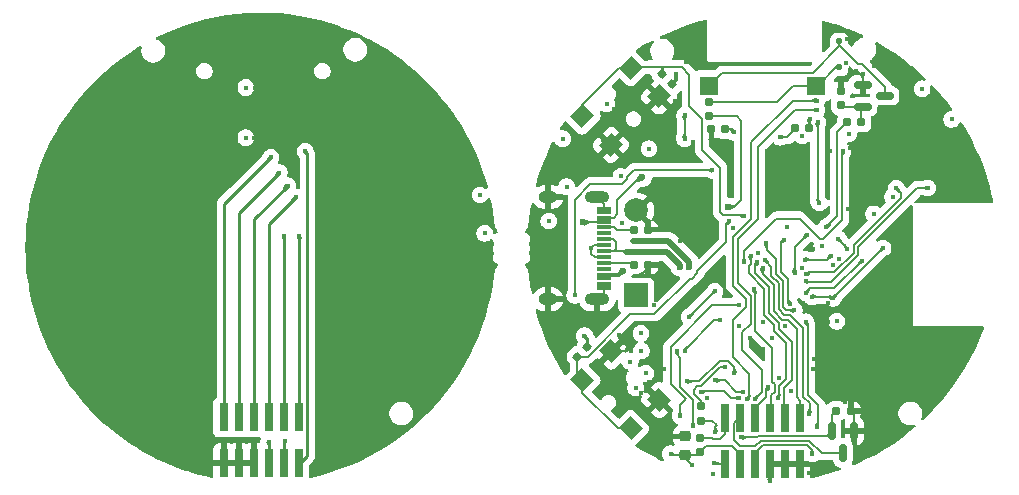
<source format=gbr>
%TF.GenerationSoftware,KiCad,Pcbnew,9.0.1-9.0.1-0~ubuntu22.04.1*%
%TF.CreationDate,2025-04-16T22:26:59+05:30*%
%TF.ProjectId,BEEWATCH MK2,42454557-4154-4434-9820-4d4b322e6b69,rev?*%
%TF.SameCoordinates,Original*%
%TF.FileFunction,Copper,L4,Bot*%
%TF.FilePolarity,Positive*%
%FSLAX46Y46*%
G04 Gerber Fmt 4.6, Leading zero omitted, Abs format (unit mm)*
G04 Created by KiCad (PCBNEW 9.0.1-9.0.1-0~ubuntu22.04.1) date 2025-04-16 22:26:59*
%MOMM*%
%LPD*%
G01*
G04 APERTURE LIST*
G04 Aperture macros list*
%AMRoundRect*
0 Rectangle with rounded corners*
0 $1 Rounding radius*
0 $2 $3 $4 $5 $6 $7 $8 $9 X,Y pos of 4 corners*
0 Add a 4 corners polygon primitive as box body*
4,1,4,$2,$3,$4,$5,$6,$7,$8,$9,$2,$3,0*
0 Add four circle primitives for the rounded corners*
1,1,$1+$1,$2,$3*
1,1,$1+$1,$4,$5*
1,1,$1+$1,$6,$7*
1,1,$1+$1,$8,$9*
0 Add four rect primitives between the rounded corners*
20,1,$1+$1,$2,$3,$4,$5,0*
20,1,$1+$1,$4,$5,$6,$7,0*
20,1,$1+$1,$6,$7,$8,$9,0*
20,1,$1+$1,$8,$9,$2,$3,0*%
%AMRotRect*
0 Rectangle, with rotation*
0 The origin of the aperture is its center*
0 $1 length*
0 $2 width*
0 $3 Rotation angle, in degrees counterclockwise*
0 Add horizontal line*
21,1,$1,$2,0,0,$3*%
G04 Aperture macros list end*
%TA.AperFunction,SMDPad,CuDef*%
%ADD10RoundRect,0.160000X-0.197500X-0.160000X0.197500X-0.160000X0.197500X0.160000X-0.197500X0.160000X0*%
%TD*%
%TA.AperFunction,SMDPad,CuDef*%
%ADD11RoundRect,0.150000X-0.150000X0.587500X-0.150000X-0.587500X0.150000X-0.587500X0.150000X0.587500X0*%
%TD*%
%TA.AperFunction,SMDPad,CuDef*%
%ADD12RoundRect,0.160000X-0.160000X0.197500X-0.160000X-0.197500X0.160000X-0.197500X0.160000X0.197500X0*%
%TD*%
%TA.AperFunction,SMDPad,CuDef*%
%ADD13RoundRect,0.160000X-0.252791X0.026517X0.026517X-0.252791X0.252791X-0.026517X-0.026517X0.252791X0*%
%TD*%
%TA.AperFunction,SMDPad,CuDef*%
%ADD14R,0.740000X2.400000*%
%TD*%
%TA.AperFunction,SMDPad,CuDef*%
%ADD15R,1.570000X1.600000*%
%TD*%
%TA.AperFunction,SMDPad,CuDef*%
%ADD16R,1.150000X0.300000*%
%TD*%
%TA.AperFunction,HeatsinkPad*%
%ADD17O,1.600000X1.000000*%
%TD*%
%TA.AperFunction,HeatsinkPad*%
%ADD18O,2.100000X1.000000*%
%TD*%
%TA.AperFunction,SMDPad,CuDef*%
%ADD19RoundRect,0.160000X0.197500X0.160000X-0.197500X0.160000X-0.197500X-0.160000X0.197500X-0.160000X0*%
%TD*%
%TA.AperFunction,SMDPad,CuDef*%
%ADD20RoundRect,0.125000X0.125000X-0.125000X0.125000X0.125000X-0.125000X0.125000X-0.125000X-0.125000X0*%
%TD*%
%TA.AperFunction,SMDPad,CuDef*%
%ADD21RoundRect,0.225000X0.250000X-0.225000X0.250000X0.225000X-0.250000X0.225000X-0.250000X-0.225000X0*%
%TD*%
%TA.AperFunction,SMDPad,CuDef*%
%ADD22RoundRect,0.150000X-0.587500X-0.150000X0.587500X-0.150000X0.587500X0.150000X-0.587500X0.150000X0*%
%TD*%
%TA.AperFunction,SMDPad,CuDef*%
%ADD23RotRect,1.400000X1.500000X315.000000*%
%TD*%
%TA.AperFunction,ComponentPad*%
%ADD24R,2.000000X2.000000*%
%TD*%
%TA.AperFunction,ComponentPad*%
%ADD25C,2.000000*%
%TD*%
%TA.AperFunction,SMDPad,CuDef*%
%ADD26RoundRect,0.160000X-0.026517X-0.252791X0.252791X0.026517X0.026517X0.252791X-0.252791X-0.026517X0*%
%TD*%
%TA.AperFunction,SMDPad,CuDef*%
%ADD27RotRect,1.400000X1.500000X45.000000*%
%TD*%
%TA.AperFunction,SMDPad,CuDef*%
%ADD28RoundRect,0.160000X0.160000X-0.197500X0.160000X0.197500X-0.160000X0.197500X-0.160000X-0.197500X0*%
%TD*%
%TA.AperFunction,ViaPad*%
%ADD29C,0.400000*%
%TD*%
%TA.AperFunction,ViaPad*%
%ADD30C,0.600000*%
%TD*%
%TA.AperFunction,Conductor*%
%ADD31C,0.200000*%
%TD*%
%TA.AperFunction,Conductor*%
%ADD32C,0.250000*%
%TD*%
%TA.AperFunction,Conductor*%
%ADD33C,0.300000*%
%TD*%
%TA.AperFunction,Conductor*%
%ADD34C,0.160000*%
%TD*%
%TA.AperFunction,Conductor*%
%ADD35C,0.533400*%
%TD*%
G04 APERTURE END LIST*
D10*
%TO.P,R9,1*%
%TO.N,/ESP32/BUZZER_EN*%
X7152500Y10650000D03*
%TO.P,R9,2*%
%TO.N,Net-(Q1-G)*%
X8347500Y10650000D03*
%TD*%
D11*
%TO.P,Q2,1,G*%
%TO.N,Net-(Q2-G)*%
X5850000Y-15462500D03*
%TO.P,Q2,2,S*%
%TO.N,GND*%
X7750000Y-15462500D03*
%TO.P,Q2,3,D*%
%TO.N,/Display/TFT_LEDK*%
X6800000Y-17337500D03*
%TD*%
D12*
%TO.P,R17,1*%
%TO.N,/Display/TFT_LED_PIN*%
X-5200000Y-13402500D03*
%TO.P,R17,2*%
%TO.N,Net-(Q2-G)*%
X-5200000Y-14597500D03*
%TD*%
D10*
%TO.P,R29,1*%
%TO.N,GND*%
X-4397500Y10100000D03*
%TO.P,R29,2*%
%TO.N,Net-(U7-P06{slash}BOOT_REC)*%
X-3202500Y10100000D03*
%TD*%
%TO.P,R2,1*%
%TO.N,Net-(J1-CC2)*%
X-10897500Y1500000D03*
%TO.P,R2,2*%
%TO.N,GND*%
X-9702500Y1500000D03*
%TD*%
D13*
%TO.P,R3,1*%
%TO.N,/ESP32/IO0*%
X-8522496Y14722496D03*
%TO.P,R3,2*%
%TO.N,+3.3V*%
X-7677504Y13877504D03*
%TD*%
D14*
%TO.P,J4,1,Pin_1*%
%TO.N,/Display board/D{slash}C*%
X-45625000Y-14300000D03*
%TO.P,J4,2,Pin_2*%
%TO.N,/Display board/_GND*%
X-45625000Y-18200000D03*
%TO.P,J4,3,Pin_3*%
%TO.N,/Display board/CS*%
X-44355000Y-14300000D03*
%TO.P,J4,4,Pin_4*%
%TO.N,/Display board/_GND*%
X-44355000Y-18200000D03*
%TO.P,J4,5,Pin_5*%
%TO.N,/Display board/SCK*%
X-43085000Y-14300000D03*
%TO.P,J4,6,Pin_6*%
%TO.N,/Display board/_GND*%
X-43085000Y-18200000D03*
%TO.P,J4,7,Pin_7*%
%TO.N,/Display board/SDI*%
X-41815000Y-14300000D03*
%TO.P,J4,8,Pin_8*%
%TO.N,/Display board/_LED*%
X-41815000Y-18200000D03*
%TO.P,J4,9,Pin_9*%
%TO.N,/Display board/LED_K*%
X-40545000Y-14300000D03*
%TO.P,J4,10,Pin_10*%
%TO.N,/Display board/3V3*%
X-40545000Y-18200000D03*
%TO.P,J4,11,Pin_11*%
%TO.N,/Display board/LED_A*%
X-39275000Y-14300000D03*
%TO.P,J4,12,Pin_12*%
%TO.N,/Display board/RST*%
X-39275000Y-18200000D03*
%TD*%
D15*
%TO.P,BZ1,1,+*%
%TO.N,Net-(BZ1-+)*%
X4500000Y13750000D03*
%TO.P,BZ1,2,-*%
%TO.N,Net-(BZ1--)*%
X-4500000Y13750000D03*
%TD*%
D12*
%TO.P,R19,1*%
%TO.N,/Display/TFT_LEDA*%
X-5300000Y-16100000D03*
%TO.P,R19,2*%
%TO.N,+3.3V*%
X-5300000Y-17295000D03*
%TD*%
D16*
%TO.P,J1,A1,GND*%
%TO.N,GND*%
X-13430000Y-3350000D03*
%TO.P,J1,A4,VBUS*%
%TO.N,VBUS*%
X-13430000Y-2550000D03*
%TO.P,J1,A5,CC1*%
%TO.N,Net-(J1-CC1)*%
X-13430000Y-1250000D03*
%TO.P,J1,A6,D+*%
%TO.N,/ESP32/D+*%
X-13430000Y-250000D03*
%TO.P,J1,A7,D-*%
%TO.N,/ESP32/D-*%
X-13430000Y250000D03*
%TO.P,J1,A8,SBU1*%
%TO.N,unconnected-(J1-SBU1-PadA8)*%
X-13430000Y1250000D03*
%TO.P,J1,A9,VBUS*%
%TO.N,VBUS*%
X-13430000Y2550000D03*
%TO.P,J1,A12,GND*%
%TO.N,GND*%
X-13430000Y3350000D03*
%TO.P,J1,B1,GND*%
X-13430000Y3050000D03*
%TO.P,J1,B4,VBUS*%
%TO.N,VBUS*%
X-13430000Y2250000D03*
%TO.P,J1,B5,CC2*%
%TO.N,Net-(J1-CC2)*%
X-13430000Y1750000D03*
%TO.P,J1,B6,D+*%
%TO.N,/ESP32/D+*%
X-13430000Y750000D03*
%TO.P,J1,B7,D-*%
%TO.N,/ESP32/D-*%
X-13430000Y-750000D03*
%TO.P,J1,B8,SBU2*%
%TO.N,unconnected-(J1-SBU2-PadB8)*%
X-13430000Y-1750000D03*
%TO.P,J1,B9,VBUS*%
%TO.N,VBUS*%
X-13430000Y-2250000D03*
%TO.P,J1,B12,GND*%
%TO.N,GND*%
X-13430000Y-3050000D03*
D17*
%TO.P,J1,S1,SHIELD*%
X-18175000Y-4320000D03*
D18*
X-13995000Y-4320000D03*
D17*
X-18175000Y4320000D03*
D18*
X-13995000Y4320000D03*
%TD*%
D19*
%TO.P,R30,1*%
%TO.N,GND*%
X3953579Y10150000D03*
%TO.P,R30,2*%
%TO.N,Net-(U7-RTC_CLK_IN)*%
X2758579Y10150000D03*
%TD*%
D20*
%TO.P,D4,1,K*%
%TO.N,Net-(BZ1-+)*%
X6500000Y15300000D03*
%TO.P,D4,2,A*%
%TO.N,Net-(BZ1--)*%
X6500000Y17500000D03*
%TD*%
D21*
%TO.P,C18,1*%
%TO.N,+3.3V*%
X-6600000Y-17495000D03*
%TO.P,C18,2*%
%TO.N,GND*%
X-6600000Y-15945000D03*
%TD*%
D22*
%TO.P,Q1,1,G*%
%TO.N,Net-(Q1-G)*%
X8462500Y11950000D03*
%TO.P,Q1,2,S*%
%TO.N,GND*%
X8462500Y13850000D03*
%TO.P,Q1,3,D*%
%TO.N,Net-(BZ1--)*%
X10337500Y12900000D03*
%TD*%
D10*
%TO.P,R1,1*%
%TO.N,Net-(J1-CC1)*%
X-10897500Y-1400000D03*
%TO.P,R1,2*%
%TO.N,GND*%
X-9702500Y-1400000D03*
%TD*%
D23*
%TO.P,SW1,1,1*%
%TO.N,/ESP32/IO0*%
X-15252691Y11151472D03*
%TO.P,SW1,2,2*%
X-11151472Y15252691D03*
%TO.P,SW1,3,3*%
%TO.N,GND*%
X-12848528Y8747309D03*
%TO.P,SW1,4,4*%
X-8747309Y12848528D03*
%TD*%
D24*
%TO.P,BT1,1,+*%
%TO.N,/Battery&BMS/VBAT*%
X-10700000Y-4000000D03*
D25*
%TO.P,BT1,2,-*%
%TO.N,GND*%
X-10700000Y3200000D03*
%TD*%
D12*
%TO.P,R10,1*%
%TO.N,GND*%
X6650000Y13297500D03*
%TO.P,R10,2*%
%TO.N,Net-(Q1-G)*%
X6650000Y12102500D03*
%TD*%
D26*
%TO.P,R5,1*%
%TO.N,/ESP32/IO1*%
X-15683120Y-9183120D03*
%TO.P,R5,2*%
%TO.N,+3.3V*%
X-14838128Y-8338128D03*
%TD*%
D14*
%TO.P,J3,1,Pin_1*%
%TO.N,/Display/TFT_LEDA*%
X-3175000Y-14350000D03*
%TO.P,J3,2,Pin_2*%
%TO.N,/Display/TFT_RST*%
X-3175000Y-18250000D03*
%TO.P,J3,3,Pin_3*%
%TO.N,/Display/TFT_LEDK*%
X-1905000Y-14350000D03*
%TO.P,J3,4,Pin_4*%
%TO.N,+3.3V*%
X-1905000Y-18250000D03*
%TO.P,J3,5,Pin_5*%
%TO.N,/Display/TFT_SDI*%
X-635000Y-14350000D03*
%TO.P,J3,6,Pin_6*%
%TO.N,/Display/LED*%
X-635000Y-18250000D03*
%TO.P,J3,7,Pin_7*%
%TO.N,/Display/TFT_SCK*%
X635000Y-14350000D03*
%TO.P,J3,8,Pin_8*%
%TO.N,GND*%
X635000Y-18250000D03*
%TO.P,J3,9,Pin_9*%
%TO.N,/Display/TFT_CS*%
X1905000Y-14350000D03*
%TO.P,J3,10,Pin_10*%
%TO.N,GND*%
X1905000Y-18250000D03*
%TO.P,J3,11,Pin_11*%
%TO.N,/Display/TFT_D{slash}C*%
X3175000Y-14350000D03*
%TO.P,J3,12,Pin_12*%
%TO.N,GND*%
X3175000Y-18250000D03*
%TD*%
D27*
%TO.P,SW2,1,1*%
%TO.N,/ESP32/IO1*%
X-11151472Y-15252691D03*
%TO.P,SW2,2,2*%
X-15252691Y-11151472D03*
%TO.P,SW2,3,3*%
%TO.N,GND*%
X-8747309Y-12848528D03*
%TO.P,SW2,4,4*%
X-12848528Y-8747309D03*
%TD*%
D28*
%TO.P,R53,1*%
%TO.N,+VBAT*%
X-4500000Y11202500D03*
%TO.P,R53,2*%
%TO.N,Net-(BZ1-+)*%
X-4500000Y12397500D03*
%TD*%
D10*
%TO.P,R18,1*%
%TO.N,Net-(Q2-G)*%
X6252500Y-13762500D03*
%TO.P,R18,2*%
%TO.N,GND*%
X7447500Y-13762500D03*
%TD*%
D29*
%TO.N,GND*%
X775818Y-7597139D03*
X17000000Y-9600000D03*
X9800000Y-8400000D03*
X17000000Y6500000D03*
X17000000Y4265000D03*
X18800000Y4265000D03*
X6900000Y18400000D03*
X7397106Y8463753D03*
X-6800000Y3200000D03*
X15200000Y-8400000D03*
X15200000Y4265000D03*
X12100000Y1535000D03*
X17000000Y5365000D03*
X13400000Y-8400000D03*
X-1100000Y-7600000D03*
X6700000Y14300000D03*
X18800000Y5365000D03*
X-10286000Y-2250000D03*
X-6464491Y15740028D03*
X-12164828Y-7342646D03*
X1375806Y-10962695D03*
X4363064Y-9370176D03*
X5537563Y-4679185D03*
X-13500000Y9200000D03*
X-14000000Y9600000D03*
X-8331799Y-10259675D03*
X15200000Y-7200000D03*
X-1997655Y-6606839D03*
X12100000Y335000D03*
X5455528Y-8355528D03*
X-9000000Y-6900000D03*
X3196Y-8531225D03*
X-16353984Y6653984D03*
X3890452Y-18250000D03*
X-13500000Y10100000D03*
X1900000Y-6600000D03*
X600000Y-19700000D03*
X7100000Y15700000D03*
X12019505Y-6233185D03*
X15200000Y5400000D03*
X-10313681Y-12229525D03*
X12100000Y-2000000D03*
X9332500Y-6233185D03*
X9400000Y15400000D03*
X5490452Y-12950000D03*
X6462758Y-928603D03*
X-11400000Y-8500000D03*
X-9900000Y-11800000D03*
X15200000Y-11935000D03*
X9100000Y-14500000D03*
X-4397500Y9097500D03*
X11180905Y-12500001D03*
X-2514005Y1714006D03*
X12100000Y-865000D03*
X-9600000Y-11300000D03*
X9490453Y-10667798D03*
X-11917365Y2150000D03*
X4790452Y-12250000D03*
X11600000Y-7200000D03*
X-12591338Y11795319D03*
X8882100Y-11241648D03*
X17000000Y7700000D03*
X-7394505Y12438458D03*
X5533877Y-6233185D03*
X2816252Y6650000D03*
X6990452Y-13050000D03*
X7433188Y-4433185D03*
X9332500Y-4433185D03*
X3990452Y10950000D03*
X4584222Y-6233185D03*
X7433188Y-6233185D03*
X17000000Y-7200000D03*
X8382844Y-4433185D03*
X-6600000Y18400000D03*
X17000000Y-8400000D03*
X4290452Y-50000D03*
X12153553Y2681447D03*
X-9549Y-6249999D03*
X13400000Y-7200000D03*
X7900000Y15000000D03*
X10900000Y15100000D03*
X9490452Y-9700000D03*
X8250000Y5900000D03*
X13400000Y-11935000D03*
X8462500Y14762500D03*
X11600000Y-11935000D03*
X11600000Y-9600000D03*
X10467500Y-6233185D03*
X-13400000Y-5800000D03*
X10467500Y-4433185D03*
X12100000Y-3200000D03*
X-5909548Y8971907D03*
X15200000Y-10800000D03*
X7146635Y17689086D03*
X-8100000Y-16600000D03*
X5700000Y8200000D03*
X7255362Y3291543D03*
X13400000Y-10800000D03*
X4564076Y-10943980D03*
X-5500000Y1500000D03*
X9800000Y-7200000D03*
X-9900000Y16000000D03*
X-6600000Y17700000D03*
X15200000Y-9600000D03*
X-9209548Y-4850000D03*
X9000000Y-9200000D03*
X-15500000Y7700000D03*
X-9050000Y-3000000D03*
X16000000Y8600000D03*
X4304702Y-10272447D03*
X-18100000Y100000D03*
X11600000Y-8400000D03*
X7682100Y-12441648D03*
X-5100000Y2000000D03*
X8382844Y-6233185D03*
X3900000Y-19000000D03*
X11800000Y15000000D03*
X-6990177Y624600D03*
X8100000Y-8000000D03*
X5991299Y-1426680D03*
X13400000Y-9600000D03*
X5990452Y-9850000D03*
X17000000Y8900000D03*
X11600000Y-10800000D03*
X7590452Y-8600000D03*
X-13000000Y10600000D03*
%TO.N,/Display/TFT_SDI*%
X469061Y-11780620D03*
X-1009548Y-621492D03*
X1269061Y-12699487D03*
%TO.N,/Display/TFT_SCK*%
X-725202Y-3482239D03*
%TO.N,/Display/TFT_CS*%
X-459548Y-1210325D03*
%TO.N,/Display/TFT_D{slash}C*%
X-7601Y-1677494D03*
%TO.N,/Display/TFT_RST*%
X3957971Y-14022926D03*
X-4100000Y-18200000D03*
X182847Y-1000000D03*
D30*
%TO.N,VBUS*%
X-10200000Y6000000D03*
X-15200000Y2200000D03*
X-11800000Y-1900000D03*
D29*
%TO.N,+1V8*%
X-15900000Y-4000000D03*
X-4246199Y6591120D03*
%TO.N,/RYS8830/RXD*%
X-1283449Y-12796492D03*
X4600000Y12500000D03*
%TO.N,/RYS8830/TXD*%
X-639653Y-12740495D03*
X4600000Y11700000D03*
D30*
%TO.N,/ESP32/D-*%
X-6198400Y-1575350D03*
D29*
X-11000000Y600000D03*
X-14500000Y0D03*
D30*
%TO.N,/ESP32/D+*%
X-7001600Y-1575350D03*
D29*
%TO.N,+3.3V*%
X2369061Y-12090762D03*
X6278959Y-6178959D03*
X13500000Y13500000D03*
X-10749145Y-11816165D03*
X-11200000Y-9600000D03*
X3300000Y-1700000D03*
X2100000Y1800000D03*
X-7800000Y-17400000D03*
X16000000Y10900000D03*
X4991935Y154032D03*
X-7349999Y14781971D03*
X-10275000Y-8700000D03*
X7300000Y9700000D03*
X-10300000Y-7200000D03*
X-383848Y-445416D03*
X-18100000Y2300000D03*
X-6000000Y-18400000D03*
X-9900000Y-10600000D03*
X11001115Y4344619D03*
X-4700000Y-12700000D03*
X-15100000Y-7400000D03*
D30*
%TO.N,+VBAT*%
X-2903621Y3474207D03*
D29*
%TO.N,Net-(Q2-G)*%
X-4000000Y-15600000D03*
X-1796777Y-16027742D03*
%TO.N,/ESP32/IO0*%
X-1600000Y2700000D03*
X293922Y432450D03*
X2668423Y-5267349D03*
%TO.N,/ESP32/IO1*%
X1783457Y707203D03*
X2294002Y-4700000D03*
X-2843669Y2274207D03*
%TO.N,/Display/TFT_LED_PIN*%
X-3146561Y-10064525D03*
%TO.N,/Battery&BMS/CHG_ST*%
X-2400000Y-10600000D03*
X-6417084Y-11281779D03*
%TO.N,/ESP32/GPS_TXD*%
X-3599998Y-6100000D03*
X-6600257Y-8697180D03*
%TO.N,/ESP32/GPS_RXD*%
X-6200000Y-5800000D03*
X-4050500Y-3650500D03*
%TO.N,/ESP32/GPS_EN*%
X3776759Y1150449D03*
X2700000Y-2100000D03*
%TO.N,/ESP32/GPS_RST*%
X5773012Y-631891D03*
X3548136Y-970819D03*
%TO.N,/ESP32/BUZZER_EN*%
X6400000Y800000D03*
X3650840Y-3764697D03*
X7147144Y-75392D03*
X8389915Y-1082191D03*
X5400000Y1799998D03*
%TO.N,/Display board/_GND*%
X-46600000Y13100000D03*
X-42350000Y13600000D03*
X-44330925Y-16298266D03*
X-38150000Y9350000D03*
X-43000000Y13600000D03*
X-24780925Y-2198266D03*
X-45530925Y-16298266D03*
X-47230925Y-17698266D03*
X-37200000Y13100000D03*
X-43030925Y-16298266D03*
X-45828268Y9350000D03*
X-42350000Y9350000D03*
X-43050000Y9350000D03*
%TO.N,/ESP32/BAT_VSENSE*%
X-7000000Y-14200000D03*
X-1962186Y-4808526D03*
%TO.N,/ACCELEROMETER/MPU_SDA*%
X14000000Y5100000D03*
X3639918Y-2820598D03*
%TO.N,/ACCELEROMETER/MPU_INT*%
X-1559548Y-1141798D03*
X6805220Y8195100D03*
%TO.N,/RYS8830/GNSS_+1.8V*%
X-16922496Y9265443D03*
X9400000Y2900000D03*
X-4200000Y-19100000D03*
X-12000000Y6100000D03*
X-9621907Y8421907D03*
X3356334Y9511988D03*
X-16600000Y5200000D03*
X-13200000Y12200000D03*
%TO.N,/ACCELEROMETER/MPU_SCL*%
X11329932Y5058755D03*
X3708707Y-2224552D03*
%TO.N,/RYS8830/PPS*%
X4650001Y10650001D03*
X4812500Y3831216D03*
%TO.N,Net-(U1-CHIP_PU)*%
X4138199Y-4114674D03*
X5940606Y-4234713D03*
X10200000Y0D03*
%TO.N,/Battery&BMS/+VBAT_IN*%
X-5902813Y-15062494D03*
X-7250000Y-8715552D03*
%TO.N,Net-(Q5-D)*%
X-2019738Y-12699998D03*
X-5205008Y-12194991D03*
%TO.N,Net-(Q6-D)*%
X-1631364Y-12178779D03*
X-4000000Y-11200000D03*
%TO.N,Net-(U7-P06{slash}BOOT_REC)*%
X-2400000Y9800000D03*
%TO.N,Net-(U7-RTC_CLK_IN)*%
X1500000Y9400000D03*
%TO.N,Net-(U7-LDO_IN)*%
X-6609548Y9250000D03*
X-6609548Y11259548D03*
%TO.N,/Display board/3V3*%
X-23930925Y4501734D03*
X-40430925Y-16298266D03*
X-23540473Y1251734D03*
X-43750000Y13600000D03*
X-43750000Y9350000D03*
%TO.N,/Display board/_LED*%
X-41830925Y-16398266D03*
%TO.N,/Display board/D{slash}C*%
X-41628268Y7700000D03*
%TO.N,/Display board/CS*%
X-40928269Y6399078D03*
%TO.N,/Display board/SCK*%
X-40228269Y5299078D03*
%TO.N,/Display board/RST*%
X-38730925Y8188561D03*
%TO.N,/Display board/SDI*%
X-39528269Y4299078D03*
%TO.N,/Display board/LED_K*%
X-40530925Y1001734D03*
%TO.N,/Display board/LED_A*%
X-39230925Y1001734D03*
%TO.N,/Display/LED*%
X3652734Y-6235327D03*
X4200000Y-17400000D03*
X4600000Y-15100000D03*
%TD*%
D31*
%TO.N,GND*%
X-13430000Y3050000D02*
X-13430000Y3755000D01*
X-9702500Y-1666500D02*
X-10286000Y-2250000D01*
X6650000Y14250000D02*
X6700000Y14300000D01*
X635000Y-19665000D02*
X600000Y-19700000D01*
X-7445000Y-15945000D02*
X-8100000Y-16600000D01*
X3175000Y-18250000D02*
X3890452Y-18250000D01*
X-13430000Y-3755000D02*
X-13995000Y-4320000D01*
X-11647309Y-8747309D02*
X-11400000Y-8500000D01*
X-8851472Y-12848528D02*
X-9900000Y-11800000D01*
X635000Y-18250000D02*
X635000Y-19665000D01*
X-6600000Y-15945000D02*
X-7445000Y-15945000D01*
X-4397500Y10100000D02*
X-4397500Y9097500D01*
X-13430000Y-3350000D02*
X-13430000Y-3755000D01*
D32*
X3953579Y10150000D02*
X3953579Y10913127D01*
D31*
X-12848528Y-8747309D02*
X-11647309Y-8747309D01*
X7750000Y-15462500D02*
X7750000Y-14065000D01*
D32*
X3953579Y10913127D02*
X3990452Y10950000D01*
D31*
X7750000Y-14065000D02*
X7447500Y-13762500D01*
X8462500Y13850000D02*
X8462500Y14762500D01*
X-13430000Y3755000D02*
X-13995000Y4320000D01*
X6650000Y13297500D02*
X6650000Y14250000D01*
%TO.N,/Display/TFT_SDI*%
X950000Y-6993503D02*
X950000Y-6487142D01*
X141001Y-3441001D02*
X-1158029Y-2141970D01*
X141001Y-5678143D02*
X141001Y-3441001D01*
X2000000Y-8043504D02*
X950000Y-6993503D01*
X319061Y-11930620D02*
X469061Y-11780620D01*
X-1158029Y-2141970D02*
X-1158029Y-1518097D01*
X-1158029Y-1518097D02*
X-1009548Y-1369616D01*
X1269061Y-12699487D02*
X1419061Y-12549487D01*
X950000Y-6487142D02*
X141001Y-5678143D01*
X-635000Y-13520000D02*
X319061Y-12565939D01*
X319061Y-12565939D02*
X319061Y-11930620D01*
X1419061Y-11697259D02*
X2000000Y-11116320D01*
X-1009548Y-1369616D02*
X-1009548Y-621492D01*
X2000000Y-11116320D02*
X2000000Y-8043504D01*
X1419061Y-12549487D02*
X1419061Y-11697259D01*
%TO.N,/Display/TFT_SCK*%
X825806Y-8424945D02*
X-608548Y-6990590D01*
X719061Y-12471669D02*
X719061Y-14265939D01*
X-608548Y-6990590D02*
X-608548Y-3598893D01*
X719061Y-12471669D02*
X1019061Y-12171669D01*
X825806Y-11338319D02*
X825806Y-8424945D01*
X-608548Y-3598893D02*
X-725202Y-3482239D01*
X1019061Y-11531574D02*
X825806Y-11338319D01*
X1019061Y-12171669D02*
X1019061Y-11531574D01*
%TO.N,/Display/TFT_CS*%
X542001Y-5512043D02*
X1376070Y-6346112D01*
X1376070Y-6346112D02*
X1376070Y-6810384D01*
X-609548Y-1360325D02*
X-609548Y-2124766D01*
X542001Y-3276315D02*
X542001Y-5512043D01*
X1376070Y-6810384D02*
X2490452Y-7924766D01*
X2490452Y-7924766D02*
X2490452Y-11191553D01*
X1819061Y-11862944D02*
X1819061Y-14264061D01*
X-459548Y-1210325D02*
X-609548Y-1360325D01*
X-609548Y-2124766D02*
X542001Y-3276315D01*
X2490452Y-11191553D02*
X1819061Y-11862944D01*
%TO.N,/Display/TFT_LEDK*%
X-165685Y-16300000D02*
X3962686Y-16300000D01*
X5000187Y-17337501D02*
X6800000Y-17337501D01*
X-2400000Y-14845000D02*
X-1905000Y-14350000D01*
X-2400000Y-16284486D02*
X-2400000Y-14845000D01*
X-1935486Y-16749000D02*
X-614686Y-16749000D01*
X3962686Y-16300000D02*
X5000187Y-17337501D01*
X-1935486Y-16749000D02*
X-2400000Y-16284486D01*
X-614686Y-16749000D02*
X-165685Y-16300000D01*
%TO.N,/Display/TFT_D{slash}C*%
X1661091Y-6061091D02*
X942001Y-5341999D01*
X942001Y-3110629D02*
X-7601Y-2161027D01*
X2890452Y-6816549D02*
X2134994Y-6061091D01*
X3175000Y-12906372D02*
X2890452Y-12621824D01*
X2890452Y-12621824D02*
X2890452Y-6816549D01*
X942001Y-5341999D02*
X942001Y-3110629D01*
X-7601Y-2161027D02*
X-7601Y-1677494D01*
X2134994Y-6061091D02*
X1661091Y-6061091D01*
X3175000Y-14350000D02*
X3175000Y-12906372D01*
%TO.N,/Display/TFT_RST*%
X-4050000Y-18250000D02*
X-4100000Y-18200000D01*
X750000Y-2352942D02*
X750000Y-1567153D01*
X3972079Y-13137765D02*
X3403702Y-12569388D01*
X1343001Y-5175902D02*
X1343003Y-2945945D01*
X3972079Y-14008818D02*
X3972079Y-13137765D01*
X3403702Y-12569388D02*
X3403702Y-6762699D01*
X-3175000Y-18250000D02*
X-4050000Y-18250000D01*
X3403702Y-6762699D02*
X2301094Y-5660091D01*
X1827190Y-5660091D02*
X1343001Y-5175902D01*
X1343003Y-2945945D02*
X750000Y-2352942D01*
X3957971Y-14022926D02*
X3972079Y-14008818D01*
X2301094Y-5660091D02*
X1827190Y-5660091D01*
X750000Y-1567153D02*
X182847Y-1000000D01*
%TO.N,Net-(Q1-G)*%
X8462500Y11950000D02*
X6802500Y11950000D01*
X8347500Y10650000D02*
X8347500Y11835000D01*
D33*
%TO.N,VBUS*%
X-11800000Y-1900000D02*
X-12150000Y-2250000D01*
D31*
X-12300000Y4100000D02*
X-12300000Y2853000D01*
D33*
X-12150000Y-2250000D02*
X-13430000Y-2250000D01*
D31*
X-13480000Y2200000D02*
X-15200000Y2200000D01*
X-12603000Y2550000D02*
X-13430000Y2550000D01*
X-10400000Y6000000D02*
X-12300000Y4100000D01*
X-10200000Y6000000D02*
X-10400000Y6000000D01*
X-12300000Y2853000D02*
X-12603000Y2550000D01*
%TO.N,+1V8*%
X-10877130Y6600999D02*
X-4256078Y6600999D01*
X-15900000Y4097785D02*
X-14597785Y5400000D01*
X-14597785Y5400000D02*
X-11922182Y5400000D01*
X-15900000Y-4000000D02*
X-15900000Y4097785D01*
X-4256078Y6600999D02*
X-4246199Y6591120D01*
X-11450000Y6028129D02*
X-10877130Y6600999D01*
X-11450000Y5872182D02*
X-11450000Y6028129D01*
X-11922182Y5400000D02*
X-11450000Y5872182D01*
%TO.N,/RYS8830/RXD*%
X-950000Y8950000D02*
X-950000Y2500193D01*
X-1283449Y-12688200D02*
X-1283449Y-12796492D01*
X-2509548Y-9234456D02*
X-1120387Y-10623617D01*
X-2509548Y-3165853D02*
X-1408548Y-4266853D01*
X-2509548Y940645D02*
X-2509548Y-3165853D01*
X-2509548Y-6109548D02*
X-2509548Y-9234456D01*
X2600000Y12500000D02*
X-950000Y8950000D01*
X4600000Y12500000D02*
X2600000Y12500000D01*
X-1120387Y-12525138D02*
X-1283449Y-12688200D01*
X-1408548Y-5008548D02*
X-2509548Y-6109548D01*
X-1120387Y-10623617D02*
X-1120387Y-12525138D01*
X-1408548Y-4266853D02*
X-1408548Y-5008548D01*
X-950000Y2500193D02*
X-2509548Y940645D01*
X-1239848Y-12732417D02*
X-1261732Y-12754301D01*
%TO.N,/RYS8830/TXD*%
X-1008548Y-4034919D02*
X-1008548Y-6395550D01*
X-398000Y2486508D02*
X-2109548Y774960D01*
X-1750000Y-7137002D02*
X-1750000Y-8650000D01*
X-80939Y-10319061D02*
X-80939Y-12181781D01*
X2700000Y11700000D02*
X-398000Y8602000D01*
X-2109548Y-2933919D02*
X-1008548Y-4034919D01*
X4600000Y11700000D02*
X2700000Y11700000D01*
X-1750000Y-8650000D02*
X-80939Y-10319061D01*
X-80939Y-12181781D02*
X-639653Y-12740495D01*
X-398000Y8602000D02*
X-398000Y2486508D01*
X-2109548Y774960D02*
X-2109548Y-2933919D01*
X-1008548Y-6395550D02*
X-1750000Y-7137002D01*
D34*
%TO.N,/ESP32/D-*%
X-14500000Y-473400D02*
X-14500000Y0D01*
D35*
X-10800000Y600000D02*
X-10999998Y600000D01*
D34*
X-10973201Y426799D02*
X-10800000Y600000D01*
X-11059500Y540498D02*
X-10999998Y600000D01*
D35*
X-7979144Y600000D02*
X-10800000Y600000D01*
D34*
X-14250000Y250000D02*
X-13430000Y250000D01*
D35*
X-6198400Y-1180744D02*
X-7979144Y600000D01*
D34*
X-14223400Y-750000D02*
X-14500000Y-473400D01*
X-14500000Y0D02*
X-14250000Y250000D01*
X-13430000Y-750000D02*
X-14223400Y-750000D01*
D35*
X-6198400Y-1575350D02*
X-6198400Y-1180744D01*
D34*
%TO.N,/ESP32/D+*%
X-12695000Y750000D02*
X-12455347Y510347D01*
D35*
X-8083260Y-337596D02*
X-11600000Y-337596D01*
D34*
X-13430000Y750000D02*
X-12695000Y750000D01*
X-12600000Y-250000D02*
X-12550000Y-200000D01*
X-12550000Y-200000D02*
X-11737596Y-200000D01*
X-12455347Y510347D02*
X-12455347Y-105347D01*
D35*
X-7001600Y-1419256D02*
X-8083260Y-337596D01*
D34*
X-12455347Y-105347D02*
X-12600000Y-250000D01*
X-13430000Y-250000D02*
X-12600000Y-250000D01*
X-11737596Y-200000D02*
X-11600000Y-337596D01*
D35*
X-7001600Y-1575350D02*
X-7001600Y-1419256D01*
D31*
%TO.N,+3.3V*%
X-6600000Y-17495000D02*
X-7705000Y-17495000D01*
X-6600000Y-17495000D02*
X-5500000Y-17495000D01*
D32*
X-14838128Y-7661872D02*
X-15100000Y-7400000D01*
D31*
X-6600000Y-17800000D02*
X-6000000Y-18400000D01*
D33*
X-7349999Y14781971D02*
X-7349999Y14205009D01*
X-7349999Y14205009D02*
X-7677504Y13877504D01*
D31*
X-1905000Y-17420000D02*
X-2576000Y-16749000D01*
D32*
X-14838128Y-8338128D02*
X-14838128Y-7661872D01*
D31*
X-4754000Y-16749000D02*
X-5300000Y-17295000D01*
X-2576000Y-16749000D02*
X-4754000Y-16749000D01*
X-7705000Y-17495000D02*
X-7800000Y-17400000D01*
%TO.N,+VBAT*%
X-1800000Y10800000D02*
X-1800000Y4100000D01*
X-1800000Y4100000D02*
X-2425793Y3474207D01*
X-2425793Y3474207D02*
X-2903621Y3474207D01*
X-2202500Y11202500D02*
X-1800000Y10800000D01*
X-4500000Y11202500D02*
X-2202500Y11202500D01*
%TO.N,Net-(Q2-G)*%
X5412500Y-15900000D02*
X5850000Y-15462500D01*
X5850000Y-14165000D02*
X6252500Y-13762500D01*
X-5200000Y-14597500D02*
X-4248500Y-14597500D01*
X-459114Y-16027742D02*
X-331372Y-15900000D01*
X-331372Y-15900000D02*
X5412500Y-15900000D01*
X-4248500Y-14597500D02*
X-3846000Y-15000000D01*
X-4000000Y-15154000D02*
X-4000000Y-15600000D01*
X5850000Y-15462500D02*
X5850000Y-14165000D01*
X-3846000Y-15000000D02*
X-4000000Y-15154000D01*
X-1796777Y-16027742D02*
X-459114Y-16027742D01*
%TO.N,Net-(J1-CC1)*%
X-13430001Y-1250000D02*
X-11047500Y-1250000D01*
%TO.N,Net-(J1-CC2)*%
X-12353001Y1500000D02*
X-10897500Y1500000D01*
X-13430000Y1750000D02*
X-12603001Y1750000D01*
X-12603001Y1750000D02*
X-12353001Y1500000D01*
%TO.N,/ESP32/IO0*%
X343325Y383047D02*
X293922Y432450D01*
X1744001Y-5009802D02*
X1744003Y-2781259D01*
X2668423Y-5267349D02*
X2651074Y-5250000D01*
X-6200000Y14700000D02*
X-6200000Y12021772D01*
X1984199Y-5250000D02*
X1744001Y-5009802D01*
X-5121000Y8321000D02*
X-3600000Y6800000D01*
X-5121000Y10942772D02*
X-5121000Y8321000D01*
X-6200000Y12021772D02*
X-5121000Y10942772D01*
X-15252691Y12147309D02*
X-12147309Y15252691D01*
X1744003Y-2781259D02*
X1743001Y-2780257D01*
X1743001Y-2780257D02*
X1743001Y-2778843D01*
D32*
X-8522496Y14722496D02*
X-8522496Y15300000D01*
D31*
X1150000Y-950000D02*
X343325Y-143325D01*
X343325Y-143325D02*
X343325Y383047D01*
X-11081667Y15322496D02*
X-6822496Y15322496D01*
X-15252691Y11151472D02*
X-15252691Y12147309D01*
X1150000Y-2185842D02*
X1150000Y-950000D01*
X2651074Y-5250000D02*
X1984199Y-5250000D01*
X-3324207Y2824207D02*
X-1724207Y2824207D01*
X-12147309Y15252691D02*
X-11151472Y15252691D01*
X-3600000Y3100000D02*
X-3324207Y2824207D01*
X-3600000Y6800000D02*
X-3600000Y3100000D01*
X-6822496Y15322496D02*
X-6200000Y14700000D01*
X-1724207Y2824207D02*
X-1600000Y2700000D01*
X1743001Y-2778843D02*
X1150000Y-2185842D01*
%TO.N,/ESP32/IO1*%
X-9181730Y-5600000D02*
X-6151630Y-2569900D01*
X2144003Y-4550001D02*
X2294002Y-4700000D01*
X-12247309Y-15252691D02*
X-15252691Y-12247309D01*
X2144003Y-2615574D02*
X2144003Y-4550001D01*
X-15252691Y-12247309D02*
X-15252691Y-11151472D01*
X1700194Y700194D02*
X1550000Y550000D01*
X-11200000Y-5600000D02*
X-9181730Y-5600000D01*
X-11151472Y-15252691D02*
X-12247309Y-15252691D01*
X-3064005Y517725D02*
X-3064005Y2053871D01*
X1550000Y-2020156D02*
X2143001Y-2613158D01*
X1550000Y550000D02*
X1550000Y-2020156D01*
X-5548400Y-2122660D02*
X-5548400Y-1966670D01*
X-15683120Y-9183120D02*
X-14783120Y-9183120D01*
X-6151630Y-2569900D02*
X-5995640Y-2569900D01*
X-5548400Y-1966670D02*
X-3064005Y517725D01*
X-3064005Y2053871D02*
X-2843669Y2274207D01*
X1783457Y707203D02*
X1776448Y700194D01*
X-15683120Y-9183120D02*
X-15683120Y-10721043D01*
X2143001Y-2613158D02*
X2143001Y-2614572D01*
X1776448Y700194D02*
X1700194Y700194D01*
X2143001Y-2614572D02*
X2144003Y-2615574D01*
X-14783120Y-9183120D02*
X-11200000Y-5600000D01*
X-5995640Y-2569900D02*
X-5548400Y-2122660D01*
%TO.N,/Display/TFT_LED_PIN*%
X-5200000Y-13402500D02*
X-5200000Y-12968628D01*
X-5216094Y-11681779D02*
X-3598840Y-10064525D01*
X-5200000Y-12968628D02*
X-5850000Y-12318629D01*
X-3598840Y-10064525D02*
X-3146561Y-10064525D01*
X-5850000Y-12318629D02*
X-5850000Y-12015686D01*
X-5850000Y-12015686D02*
X-5516093Y-11681779D01*
X-5516093Y-11681779D02*
X-5216094Y-11681779D01*
%TO.N,/Battery&BMS/CHG_ST*%
X-2950000Y-9550000D02*
X-3650000Y-9550000D01*
X-3650000Y-9550000D02*
X-5381779Y-11281779D01*
X-5381779Y-11281779D02*
X-6417084Y-11281779D01*
X-2400000Y-10600000D02*
X-2400000Y-10100000D01*
X-2400000Y-10100000D02*
X-2950000Y-9550000D01*
%TO.N,/ESP32/GPS_TXD*%
X-6600257Y-8600257D02*
X-6600257Y-8697180D01*
X-4100000Y-6100000D02*
X-6600257Y-8600257D01*
X-3599998Y-6100000D02*
X-4100000Y-6100000D01*
%TO.N,/ESP32/GPS_RXD*%
X-4050500Y-3650500D02*
X-6200000Y-5800000D01*
%TO.N,/ESP32/GPS_EN*%
X2700000Y73690D02*
X2700000Y-2100000D01*
X3776759Y1150449D02*
X2700000Y73690D01*
%TO.N,/ESP32/GPS_RST*%
X5434084Y-970819D02*
X5773012Y-631891D01*
X3548136Y-970819D02*
X5434084Y-970819D01*
%TO.N,/ESP32/BUZZER_EN*%
X7152500Y10650000D02*
X6300000Y9797500D01*
X6300000Y2699998D02*
X5400000Y1799998D01*
X6400000Y800000D02*
X7147144Y52856D01*
X3650840Y-3764697D02*
X4015537Y-3400000D01*
X7147144Y52856D02*
X7147144Y-75392D01*
X4015537Y-3400000D02*
X6072106Y-3400000D01*
X6300000Y9797500D02*
X6300000Y2699998D01*
X6072106Y-3400000D02*
X8389915Y-1082191D01*
D32*
%TO.N,/Display board/_GND*%
X-45584535Y-18279454D02*
X-45584535Y-16351876D01*
X-43044535Y-18279454D02*
X-46649737Y-18279454D01*
X-43044535Y-16311876D02*
X-43030925Y-16298266D01*
X-44314535Y-18279454D02*
X-44314535Y-16314656D01*
X-44314535Y-16314656D02*
X-44330925Y-16298266D01*
X-46649737Y-18279454D02*
X-47230925Y-17698266D01*
X-43044535Y-18279454D02*
X-43044535Y-16311876D01*
X-45584535Y-16351876D02*
X-45530925Y-16298266D01*
D31*
%TO.N,/Display/TFT_LEDA*%
X-3175000Y-14350000D02*
X-3175000Y-15750000D01*
X-3580788Y-16155788D02*
X-4168910Y-16155788D01*
X-4224698Y-16100000D02*
X-5300000Y-16100000D01*
X-4168910Y-16155788D02*
X-4224698Y-16100000D01*
X-3175000Y-15750000D02*
X-3580788Y-16155788D01*
%TO.N,Net-(BZ1--)*%
X6500000Y17200000D02*
X6500000Y17499999D01*
X-3399000Y14851000D02*
X-4500000Y13750000D01*
X4276678Y14851000D02*
X-3399000Y14851000D01*
X10337500Y13671021D02*
X8408521Y15600000D01*
X8100000Y15600000D02*
X6500000Y17200000D01*
X10337500Y12900000D02*
X10337500Y13671021D01*
X6500000Y17074322D02*
X4276678Y14851000D01*
X8408521Y15600000D02*
X8100000Y15600000D01*
X6500000Y17499999D02*
X6500000Y17074322D01*
%TO.N,/ESP32/BAT_VSENSE*%
X-7000000Y-13300000D02*
X-7000000Y-14200000D01*
X-6500000Y-12800000D02*
X-7000000Y-13300000D01*
X-4268074Y-4808526D02*
X-7800000Y-8340452D01*
X-1962186Y-4808526D02*
X-4268074Y-4808526D01*
X-7800000Y-8340452D02*
X-7800000Y-11500000D01*
X-7800000Y-11500000D02*
X-6500000Y-12800000D01*
%TO.N,/ACCELEROMETER/MPU_SDA*%
X14000000Y5100000D02*
X13100000Y5100000D01*
X3697845Y-2878525D02*
X3639918Y-2820598D01*
X8097144Y-597144D02*
X5815763Y-2878525D01*
X8097144Y97144D02*
X8097144Y-597144D01*
X5815763Y-2878525D02*
X3697845Y-2878525D01*
X13100000Y5100000D02*
X8097144Y97144D01*
%TO.N,/ACCELEROMETER/MPU_INT*%
X5104128Y774444D02*
X4859871Y774444D01*
X6700000Y2370316D02*
X5104128Y774444D01*
X-1559548Y-230676D02*
X-1559548Y-1141798D01*
X3134315Y2500000D02*
X1171128Y2500000D01*
X6700000Y8089880D02*
X6700000Y2370316D01*
X1171128Y2500000D02*
X-1559548Y-230676D01*
X6805220Y8195100D02*
X6700000Y8089880D01*
X4859871Y774444D02*
X3134315Y2500000D01*
%TO.N,/ACCELEROMETER/MPU_SCL*%
X6076928Y-2051674D02*
X7697144Y-431458D01*
X7697144Y-431458D02*
X7697144Y262830D01*
X3881585Y-2051674D02*
X6076928Y-2051674D01*
X3708707Y-2224552D02*
X3881585Y-2051674D01*
X11700000Y4265686D02*
X11700000Y4688687D01*
X11700000Y4688687D02*
X11329932Y5058755D01*
X7697144Y262830D02*
X11700000Y4265686D01*
%TO.N,/RYS8830/PPS*%
X4802492Y3821208D02*
X4812500Y3831216D01*
X4733056Y3793350D02*
X4760914Y3821208D01*
X4706650Y3793350D02*
X4733056Y3793350D01*
X4650001Y3849999D02*
X4706650Y3793350D01*
X4650001Y10650001D02*
X4650001Y3849999D01*
X4760914Y3821208D02*
X4802492Y3821208D01*
%TO.N,Net-(U1-CHIP_PU)*%
X5805893Y-4100000D02*
X5940606Y-4234713D01*
X5965287Y-4234713D02*
X10200000Y0D01*
X4152873Y-4100000D02*
X5805893Y-4100000D01*
X5940606Y-4234713D02*
X5965287Y-4234713D01*
X4138199Y-4114674D02*
X4152873Y-4100000D01*
%TO.N,/Battery&BMS/+VBAT_IN*%
X-7250000Y-8984314D02*
X-7250000Y-8715552D01*
X-6967084Y-11767230D02*
X-6967084Y-9267230D01*
X-5902813Y-15062494D02*
X-5902813Y-12831501D01*
X-6967084Y-9267230D02*
X-7250000Y-8984314D01*
X-5902813Y-12831501D02*
X-6967084Y-11767230D01*
%TO.N,Net-(BZ1-+)*%
X6200001Y15300001D02*
X6500000Y15300001D01*
X2550000Y13750000D02*
X4500000Y13750000D01*
X4650000Y13750000D02*
X6200001Y15300001D01*
X1197500Y12397500D02*
X2550000Y13750000D01*
X-4500000Y12397500D02*
X1197500Y12397500D01*
%TO.N,Net-(Q5-D)*%
X-3251124Y-12100000D02*
X-2651126Y-12699998D01*
X-2651126Y-12699998D02*
X-2019738Y-12699998D01*
X-5205008Y-12194991D02*
X-5205008Y-12111796D01*
X-5193212Y-12100000D02*
X-3251124Y-12100000D01*
X-5205008Y-12111796D02*
X-5193212Y-12100000D01*
%TO.N,Net-(Q6-D)*%
X-2221221Y-12178779D02*
X-1631364Y-12178779D01*
X-4000000Y-11200000D02*
X-3200000Y-11200000D01*
X-3200000Y-11200000D02*
X-2221221Y-12178779D01*
%TO.N,Net-(U7-P06{slash}BOOT_REC)*%
X-2700000Y10100000D02*
X-2400000Y9800000D01*
X-3202500Y10100000D02*
X-2700000Y10100000D01*
%TO.N,Net-(U7-RTC_CLK_IN)*%
X1500000Y9400000D02*
X2089950Y9400000D01*
X2089950Y9400000D02*
X2758579Y10068629D01*
%TO.N,Net-(U7-LDO_IN)*%
X-6609548Y11259548D02*
X-6609548Y9250000D01*
D32*
%TO.N,/Display board/3V3*%
X-40504535Y-16371876D02*
X-40430925Y-16298266D01*
X-40504535Y-18279454D02*
X-40504535Y-16371876D01*
%TO.N,/Display board/_LED*%
X-41774535Y-16454656D02*
X-41830925Y-16398266D01*
X-41774535Y-18279454D02*
X-41774535Y-16454656D01*
%TO.N,/Display board/D{slash}C*%
X-45584535Y-14379454D02*
X-45584535Y3743733D01*
X-45584535Y3743733D02*
X-41628268Y7700000D01*
%TO.N,/Display board/CS*%
X-44314535Y-14379454D02*
X-44314535Y3012812D01*
X-44314535Y3012812D02*
X-40928269Y6399078D01*
%TO.N,/Display board/SCK*%
X-43044535Y-14379454D02*
X-43044535Y2482812D01*
X-43044535Y2482812D02*
X-40228269Y5299078D01*
%TO.N,/Display board/RST*%
X-38538535Y7996171D02*
X-38730925Y8188561D01*
X-38538535Y-17583454D02*
X-38538535Y7996171D01*
X-39234535Y-18279454D02*
X-38538535Y-17583454D01*
%TO.N,/Display board/SDI*%
X-41774535Y-14379454D02*
X-41774535Y2052812D01*
X-41774535Y2052812D02*
X-39528269Y4299078D01*
%TO.N,/Display board/LED_K*%
X-40504535Y975344D02*
X-40530925Y1001734D01*
X-40504535Y-14379454D02*
X-40504535Y975344D01*
%TO.N,/Display board/LED_A*%
X-39234535Y998124D02*
X-39230925Y1001734D01*
X-39234535Y-14379454D02*
X-39234535Y998124D01*
D31*
%TO.N,/Display/LED*%
X0Y-16700000D02*
X3797000Y-16700000D01*
X4700000Y-15000000D02*
X4600000Y-15100000D01*
X4700000Y-13300000D02*
X4700000Y-15000000D01*
X3803702Y-6386295D02*
X3803702Y-12403702D01*
X3803702Y-12403702D02*
X4700000Y-13300000D01*
X3797000Y-16700000D02*
X4200000Y-17103000D01*
X3735327Y-6235327D02*
X3652734Y-6235327D01*
X3652734Y-6235327D02*
X3803702Y-6386295D01*
X4200000Y-17103000D02*
X4200000Y-17400000D01*
X-635000Y-17335000D02*
X0Y-16700000D01*
%TD*%
%TA.AperFunction,Conductor*%
%TO.N,/ESP32/BAT_VSENSE*%
G36*
X-6900694Y-13807270D02*
G01*
X-6897669Y-13812501D01*
X-6807079Y-14148963D01*
X-6808237Y-14157843D01*
X-6815335Y-14163303D01*
X-6816038Y-14163469D01*
X-6997661Y-14200522D01*
X-7002339Y-14200522D01*
X-7183963Y-14163469D01*
X-7191384Y-14158457D01*
X-7193088Y-14149666D01*
X-7192930Y-14148993D01*
X-7102331Y-13812501D01*
X-7096871Y-13805403D01*
X-7091033Y-13803843D01*
X-6908967Y-13803843D01*
X-6900694Y-13807270D01*
G37*
%TD.AperFunction*%
%TD*%
%TA.AperFunction,Conductor*%
%TO.N,GND*%
G36*
X-4201343Y9136518D02*
G01*
X-4397500Y9096500D01*
X-4593657Y9136518D01*
X-4497500Y9493657D01*
X-4297500Y9493657D01*
X-4201343Y9136518D01*
G37*
%TD.AperFunction*%
%TD*%
%TA.AperFunction,Conductor*%
%TO.N,/Display/LED*%
G36*
X3845645Y-6200428D02*
G01*
X3850583Y-6207898D01*
X3850672Y-6208421D01*
X3901731Y-6555548D01*
X3899545Y-6564232D01*
X3891859Y-6568826D01*
X3890156Y-6568951D01*
X3708630Y-6568951D01*
X3700357Y-6565524D01*
X3700259Y-6565425D01*
X3496238Y-6356475D01*
X3492910Y-6348161D01*
X3496435Y-6339930D01*
X3498063Y-6338604D01*
X3650762Y-6235656D01*
X3655068Y-6233874D01*
X3836872Y-6198638D01*
X3845645Y-6200428D01*
G37*
%TD.AperFunction*%
%TD*%
%TA.AperFunction,Conductor*%
%TO.N,GND*%
G36*
X-7749164Y-16390586D02*
G01*
X-7933706Y-16711114D01*
X-8100707Y-16600707D01*
X-8211114Y-16433706D01*
X-7890586Y-16249164D01*
X-7749164Y-16390586D01*
G37*
%TD.AperFunction*%
%TD*%
%TA.AperFunction,Conductor*%
%TO.N,/ACCELEROMETER/MPU_SDA*%
G36*
X3760014Y-2658329D02*
G01*
X4021328Y-2775426D01*
X4027476Y-2781935D01*
X4028243Y-2786102D01*
X4028243Y-2968035D01*
X4024816Y-2976308D01*
X4017816Y-2979666D01*
X3689540Y-3015594D01*
X3680943Y-3013087D01*
X3676803Y-3006302D01*
X3671136Y-2978525D01*
X3639899Y-2825406D01*
X3641603Y-2816615D01*
X3745529Y-2662465D01*
X3752995Y-2657521D01*
X3760014Y-2658329D01*
G37*
%TD.AperFunction*%
%TD*%
%TA.AperFunction,Conductor*%
%TO.N,/Display board/_GND*%
G36*
X-45334768Y-16337284D02*
G01*
X-45459535Y-16688379D01*
X-45709535Y-16688379D01*
X-45727082Y-16337284D01*
X-45530925Y-16297266D01*
X-45334768Y-16337284D01*
G37*
%TD.AperFunction*%
%TD*%
%TA.AperFunction,Conductor*%
%TO.N,GND*%
G36*
X4186609Y10910982D02*
G01*
X4078579Y10553843D01*
X3828579Y10553843D01*
X3794295Y10910982D01*
X3990452Y10951000D01*
X4186609Y10910982D01*
G37*
%TD.AperFunction*%
%TD*%
%TA.AperFunction,Conductor*%
%TO.N,/Display board/_LED*%
G36*
X-41644540Y-16435290D02*
G01*
X-41637119Y-16440302D01*
X-41635189Y-16447247D01*
X-41649062Y-16776020D01*
X-41652835Y-16784142D01*
X-41660752Y-16787227D01*
X-41891346Y-16787227D01*
X-41899619Y-16783800D01*
X-41902339Y-16779534D01*
X-42022433Y-16450040D01*
X-42022046Y-16441093D01*
X-42015447Y-16435040D01*
X-42013793Y-16434572D01*
X-41833263Y-16397743D01*
X-41828587Y-16397743D01*
X-41644540Y-16435290D01*
G37*
%TD.AperFunction*%
%TD*%
%TA.AperFunction,Conductor*%
%TO.N,/Display/LED*%
G36*
X4205732Y-16973584D02*
G01*
X4207894Y-16976565D01*
X4361623Y-17279676D01*
X4362309Y-17288604D01*
X4357736Y-17294664D01*
X4204767Y-17397965D01*
X4195993Y-17399755D01*
X4195905Y-17399738D01*
X4015458Y-17363325D01*
X4008026Y-17358329D01*
X4006303Y-17349542D01*
X4006320Y-17349459D01*
X4058450Y-17106966D01*
X4061613Y-17101157D01*
X4189187Y-16973583D01*
X4197459Y-16970157D01*
X4205732Y-16973584D01*
G37*
%TD.AperFunction*%
%TD*%
%TA.AperFunction,Conductor*%
%TO.N,/ESP32/GPS_RXD*%
G36*
X-5984246Y-5455504D02*
G01*
X-5855505Y-5584245D01*
X-5852078Y-5592518D01*
X-5853638Y-5598356D01*
X-6027497Y-5900328D01*
X-6034595Y-5905788D01*
X-6043475Y-5904630D01*
X-6044081Y-5904255D01*
X-6198716Y-5802023D01*
X-6202024Y-5798715D01*
X-6304252Y-5644086D01*
X-6305955Y-5635297D01*
X-6300943Y-5627876D01*
X-6300343Y-5627504D01*
X-5998355Y-5453636D01*
X-5989477Y-5452479D01*
X-5984246Y-5455504D01*
G37*
%TD.AperFunction*%
%TD*%
%TA.AperFunction,Conductor*%
%TO.N,/ACCELEROMETER/MPU_INT*%
G36*
X-1460242Y-749068D02*
G01*
X-1457217Y-754299D01*
X-1366627Y-1090761D01*
X-1367785Y-1099641D01*
X-1374883Y-1105101D01*
X-1375586Y-1105267D01*
X-1557209Y-1142320D01*
X-1561887Y-1142320D01*
X-1743511Y-1105267D01*
X-1750932Y-1100255D01*
X-1752636Y-1091464D01*
X-1752478Y-1090791D01*
X-1661879Y-754299D01*
X-1656419Y-747201D01*
X-1650581Y-745641D01*
X-1468515Y-745641D01*
X-1460242Y-749068D01*
G37*
%TD.AperFunction*%
%TD*%
%TA.AperFunction,Conductor*%
%TO.N,Net-(Q5-D)*%
G36*
X-4843695Y-11999959D02*
G01*
X-4835434Y-12003415D01*
X-4832036Y-12011659D01*
X-4832036Y-12193465D01*
X-4835463Y-12201738D01*
X-4837600Y-12203427D01*
X-5084334Y-12355396D01*
X-5093176Y-12356817D01*
X-5100171Y-12351974D01*
X-5203264Y-12199061D01*
X-5205048Y-12190286D01*
X-5205027Y-12190182D01*
X-5167907Y-12008226D01*
X-5162895Y-12000807D01*
X-5156404Y-11998867D01*
X-4843695Y-11999959D01*
G37*
%TD.AperFunction*%
%TD*%
%TA.AperFunction,Conductor*%
%TO.N,Net-(Q6-D)*%
G36*
X-3948987Y-11007072D02*
G01*
X-3612500Y-11097669D01*
X-3605403Y-11103128D01*
X-3603843Y-11108966D01*
X-3603843Y-11291033D01*
X-3607270Y-11299306D01*
X-3612501Y-11302331D01*
X-3948964Y-11392921D01*
X-3957844Y-11391763D01*
X-3963304Y-11384665D01*
X-3963470Y-11383962D01*
X-4000523Y-11202338D01*
X-4000523Y-11197661D01*
X-3963470Y-11016037D01*
X-3958458Y-11008616D01*
X-3949667Y-11006912D01*
X-3948987Y-11007072D01*
G37*
%TD.AperFunction*%
%TD*%
%TA.AperFunction,Conductor*%
%TO.N,/ESP32/IO0*%
G36*
X2626613Y-5075316D02*
G01*
X2631742Y-5082657D01*
X2631781Y-5082839D01*
X2668945Y-5265010D01*
X2668945Y-5269688D01*
X2632006Y-5450752D01*
X2626994Y-5458173D01*
X2618203Y-5459877D01*
X2617001Y-5459563D01*
X2598309Y-5453623D01*
X2479774Y-5415949D01*
X2477468Y-5414932D01*
X2430113Y-5387593D01*
X2417083Y-5380070D01*
X2417082Y-5380069D01*
X2417079Y-5380068D01*
X2417081Y-5380068D01*
X2340659Y-5359591D01*
X2340656Y-5359591D01*
X2304256Y-5359591D01*
X2300713Y-5359041D01*
X2280422Y-5352592D01*
X2273576Y-5346820D01*
X2272266Y-5341442D01*
X2272266Y-5159399D01*
X2275693Y-5151126D01*
X2281443Y-5147974D01*
X2617797Y-5073753D01*
X2626613Y-5075316D01*
G37*
%TD.AperFunction*%
%TD*%
%TA.AperFunction,Conductor*%
%TO.N,GND*%
G36*
X4780932Y-17908717D02*
G01*
X4815054Y-17917860D01*
X4842694Y-17925267D01*
X4842695Y-17925267D01*
X4920076Y-17946001D01*
X4920077Y-17946001D01*
X5080297Y-17946001D01*
X5877272Y-17946001D01*
X5944311Y-17965686D01*
X5990066Y-18018490D01*
X5996346Y-18035400D01*
X6037475Y-18176968D01*
X6040855Y-18188601D01*
X6125544Y-18331803D01*
X6125551Y-18331812D01*
X6243187Y-18449448D01*
X6243196Y-18449455D01*
X6277566Y-18469781D01*
X6386399Y-18534145D01*
X6544641Y-18580118D01*
X6571228Y-18597097D01*
X6598733Y-18612531D01*
X6600446Y-18615756D01*
X6603524Y-18617722D01*
X6616708Y-18646375D01*
X6631507Y-18674237D01*
X6631204Y-18677877D01*
X6632731Y-18681195D01*
X6628331Y-18712428D01*
X6625717Y-18743867D01*
X6623494Y-18746765D01*
X6622985Y-18750381D01*
X6602398Y-18774277D01*
X6583202Y-18799312D01*
X6578831Y-18801633D01*
X6577382Y-18803316D01*
X6552032Y-18815868D01*
X6331972Y-18895061D01*
X6326746Y-18896811D01*
X5486126Y-19157756D01*
X5480827Y-19159273D01*
X4629433Y-19382609D01*
X4624072Y-19383889D01*
X4195102Y-19476258D01*
X4125421Y-19471126D01*
X4069576Y-19429137D01*
X4045298Y-19363621D01*
X4045000Y-19355036D01*
X4045000Y-18500000D01*
X759000Y-18500000D01*
X691961Y-18480315D01*
X646206Y-18427511D01*
X635000Y-18376000D01*
X635000Y-18124000D01*
X654685Y-18056961D01*
X707489Y-18011206D01*
X759000Y-18000000D01*
X3785083Y-18000000D01*
X3852122Y-18019685D01*
X3853973Y-18020898D01*
X3864393Y-18027860D01*
X3864399Y-18027864D01*
X3993338Y-18081273D01*
X4130214Y-18108499D01*
X4130218Y-18108500D01*
X4130219Y-18108500D01*
X4269782Y-18108500D01*
X4269783Y-18108499D01*
X4406662Y-18081273D01*
X4535601Y-18027864D01*
X4560532Y-18011206D01*
X4651639Y-17950330D01*
X4651638Y-17950330D01*
X4651642Y-17950328D01*
X4661156Y-17940812D01*
X4722477Y-17907327D01*
X4780932Y-17908717D01*
G37*
%TD.AperFunction*%
%TA.AperFunction,Conductor*%
G36*
X12619334Y3656271D02*
G01*
X12675267Y3614399D01*
X12699684Y3548935D01*
X12700000Y3540089D01*
X12700000Y-6600000D01*
X18623265Y-6600000D01*
X18651526Y-6608298D01*
X18680434Y-6613965D01*
X18684671Y-6618031D01*
X18690304Y-6619685D01*
X18709590Y-6641943D01*
X18730848Y-6662341D01*
X18732214Y-6668052D01*
X18736059Y-6672489D01*
X18740251Y-6701645D01*
X18747105Y-6730293D01*
X18745527Y-6738340D01*
X18746003Y-6741647D01*
X18740316Y-6764924D01*
X18720306Y-6822156D01*
X18661207Y-6991175D01*
X18659273Y-6996335D01*
X18332118Y-7813490D01*
X18329956Y-7818560D01*
X17966816Y-8620366D01*
X17964431Y-8625334D01*
X17566032Y-9410191D01*
X17563429Y-9415049D01*
X17130539Y-10181444D01*
X17127723Y-10186181D01*
X16661209Y-10932579D01*
X16658185Y-10937187D01*
X16158953Y-11662137D01*
X16155727Y-11666605D01*
X15624785Y-12368641D01*
X15621363Y-12372962D01*
X15059761Y-13050700D01*
X15056151Y-13054865D01*
X14464979Y-13706989D01*
X14461188Y-13710989D01*
X13841615Y-14336210D01*
X13837649Y-14340037D01*
X13611781Y-14548557D01*
X13549171Y-14579569D01*
X13479734Y-14571807D01*
X13425516Y-14527737D01*
X13403730Y-14461350D01*
X13413108Y-14409994D01*
X13414488Y-14406662D01*
X13462051Y-14291835D01*
X13494199Y-14130219D01*
X13500500Y-14098543D01*
X13500500Y-13901456D01*
X13462052Y-13708170D01*
X13462051Y-13708169D01*
X13462051Y-13708165D01*
X13459063Y-13700951D01*
X13386635Y-13526092D01*
X13386628Y-13526079D01*
X13277139Y-13362218D01*
X13277136Y-13362214D01*
X13137785Y-13222863D01*
X13137781Y-13222860D01*
X12973920Y-13113371D01*
X12973907Y-13113364D01*
X12791839Y-13037950D01*
X12791829Y-13037947D01*
X12598543Y-12999500D01*
X12598541Y-12999500D01*
X12401459Y-12999500D01*
X12401457Y-12999500D01*
X12208170Y-13037947D01*
X12208160Y-13037950D01*
X12026092Y-13113364D01*
X12026079Y-13113371D01*
X11862218Y-13222860D01*
X11862214Y-13222863D01*
X11722863Y-13362214D01*
X11722860Y-13362218D01*
X11613371Y-13526079D01*
X11613364Y-13526092D01*
X11537950Y-13708160D01*
X11537947Y-13708170D01*
X11499500Y-13901456D01*
X11499500Y-13901459D01*
X11499500Y-13921750D01*
X11499500Y-14098541D01*
X11499500Y-14098543D01*
X11499499Y-14098543D01*
X11537947Y-14291829D01*
X11537950Y-14291839D01*
X11613364Y-14473907D01*
X11613371Y-14473920D01*
X11722860Y-14637781D01*
X11722863Y-14637785D01*
X11862214Y-14777136D01*
X11862218Y-14777139D01*
X12026079Y-14886628D01*
X12026092Y-14886635D01*
X12205297Y-14960863D01*
X12208165Y-14962051D01*
X12208169Y-14962051D01*
X12208170Y-14962052D01*
X12401456Y-15000500D01*
X12401459Y-15000500D01*
X12598543Y-15000500D01*
X12695849Y-14981143D01*
X12791835Y-14962051D01*
X12791845Y-14962046D01*
X12793208Y-14961634D01*
X12793967Y-14961627D01*
X12797809Y-14960863D01*
X12797953Y-14961591D01*
X12863075Y-14961005D01*
X12922191Y-14998249D01*
X12951786Y-15061541D01*
X12942465Y-15130787D01*
X12909193Y-15175050D01*
X12514158Y-15508483D01*
X12509868Y-15511943D01*
X11812661Y-16049243D01*
X11808223Y-16052509D01*
X11087873Y-16558269D01*
X11083293Y-16561335D01*
X10341149Y-17034606D01*
X10336437Y-17037466D01*
X9573993Y-17477295D01*
X9569159Y-17479942D01*
X8787939Y-17885450D01*
X8782992Y-17887879D01*
X7984505Y-18258282D01*
X7979455Y-18260490D01*
X7710222Y-18371124D01*
X7640732Y-18378397D01*
X7578341Y-18346947D01*
X7542858Y-18286758D01*
X7545548Y-18216940D01*
X7556362Y-18193306D01*
X7559145Y-18188601D01*
X7605562Y-18028831D01*
X7608500Y-17991502D01*
X7608500Y-16697295D01*
X8000000Y-16697295D01*
X8000001Y-16697295D01*
X8002486Y-16697100D01*
X8160198Y-16651281D01*
X8301552Y-16567685D01*
X8301561Y-16567678D01*
X8417678Y-16451561D01*
X8417685Y-16451552D01*
X8501282Y-16310196D01*
X8501283Y-16310193D01*
X8547099Y-16152495D01*
X8547100Y-16152489D01*
X8549999Y-16115649D01*
X8550000Y-16115634D01*
X8550000Y-15712500D01*
X8000000Y-15712500D01*
X8000000Y-16697295D01*
X7608500Y-16697295D01*
X7608500Y-16683498D01*
X7605562Y-16646169D01*
X7582758Y-16567678D01*
X7559146Y-16486403D01*
X7559145Y-16486399D01*
X7538542Y-16451561D01*
X7517268Y-16415587D01*
X7500000Y-16352467D01*
X7500000Y-15712500D01*
X6950000Y-15712500D01*
X6950000Y-15967500D01*
X6947449Y-15976185D01*
X6948738Y-15985147D01*
X6937759Y-16009187D01*
X6930315Y-16034539D01*
X6923474Y-16040466D01*
X6919713Y-16048703D01*
X6897478Y-16062992D01*
X6877511Y-16080294D01*
X6866996Y-16082581D01*
X6860935Y-16086477D01*
X6826000Y-16091500D01*
X6782500Y-16091500D01*
X6715461Y-16071815D01*
X6669706Y-16019011D01*
X6658500Y-15967500D01*
X6658500Y-14808504D01*
X6658500Y-14808498D01*
X6655562Y-14771169D01*
X6632877Y-14693085D01*
X6633076Y-14623218D01*
X6671018Y-14564548D01*
X6693568Y-14549098D01*
X6703890Y-14543588D01*
X6726376Y-14536582D01*
X6796910Y-14493942D01*
X6799829Y-14492385D01*
X6830918Y-14485931D01*
X6861618Y-14477826D01*
X6865076Y-14478841D01*
X6868240Y-14478185D01*
X6885798Y-14484925D01*
X6922362Y-14495661D01*
X6935257Y-14503456D01*
X6982446Y-14554983D01*
X6994285Y-14623842D01*
X6990186Y-14644168D01*
X6952899Y-14772510D01*
X6950000Y-14809350D01*
X6950000Y-15212500D01*
X8550000Y-15212500D01*
X8550000Y-14809365D01*
X8549999Y-14809350D01*
X8547100Y-14772510D01*
X8547099Y-14772504D01*
X8501283Y-14614806D01*
X8501282Y-14614803D01*
X8417685Y-14473447D01*
X8417678Y-14473438D01*
X8301561Y-14357321D01*
X8301555Y-14357317D01*
X8299758Y-14356254D01*
X8298636Y-14355052D01*
X8295393Y-14352537D01*
X8295798Y-14352013D01*
X8252074Y-14305185D01*
X8239569Y-14236444D01*
X8249806Y-14198623D01*
X8251275Y-14195357D01*
X8298956Y-14042344D01*
X8301669Y-14012500D01*
X7571500Y-14012500D01*
X7504461Y-13992815D01*
X7458706Y-13940011D01*
X7447500Y-13888500D01*
X7447500Y-13762500D01*
X7321500Y-13762500D01*
X7254461Y-13742815D01*
X7208706Y-13690011D01*
X7197500Y-13638500D01*
X7197500Y-13512500D01*
X7697500Y-13512500D01*
X8301668Y-13512500D01*
X8298956Y-13482655D01*
X8251275Y-13329640D01*
X8251273Y-13329636D01*
X8168360Y-13192480D01*
X8168357Y-13192476D01*
X8055023Y-13079142D01*
X8055019Y-13079139D01*
X7917863Y-12996226D01*
X7917859Y-12996224D01*
X7764842Y-12948543D01*
X7764843Y-12948543D01*
X7698337Y-12942500D01*
X7697500Y-12942500D01*
X7697500Y-13512500D01*
X7197500Y-13512500D01*
X7197500Y-12942500D01*
X7196663Y-12942500D01*
X7130156Y-12948543D01*
X6977141Y-12996224D01*
X6922364Y-13029338D01*
X6854809Y-13047173D01*
X6794066Y-13029337D01*
X6726377Y-12988418D01*
X6726373Y-12988416D01*
X6571386Y-12940121D01*
X6571388Y-12940121D01*
X6544443Y-12937672D01*
X6504030Y-12934000D01*
X6000970Y-12934000D01*
X5960556Y-12937672D01*
X5933612Y-12940121D01*
X5778626Y-12988416D01*
X5778622Y-12988418D01*
X5639699Y-13072399D01*
X5639695Y-13072402D01*
X5524902Y-13187195D01*
X5524897Y-13187202D01*
X5519452Y-13196209D01*
X5507358Y-13207283D01*
X5499206Y-13221513D01*
X5482122Y-13230392D01*
X5467923Y-13243395D01*
X5451759Y-13246173D01*
X5437211Y-13253735D01*
X5418041Y-13251968D01*
X5399063Y-13255231D01*
X5383962Y-13248829D01*
X5367635Y-13247325D01*
X5352462Y-13235474D01*
X5334735Y-13227959D01*
X5324975Y-13214006D01*
X5312571Y-13204318D01*
X5300801Y-13179445D01*
X5296294Y-13173001D01*
X5294766Y-13168634D01*
X5267032Y-13065128D01*
X5251340Y-13037949D01*
X5186922Y-12926373D01*
X4448521Y-12187972D01*
X4415036Y-12126649D01*
X4412202Y-12100291D01*
X4412202Y-6306186D01*
X4412202Y-6306184D01*
X4382589Y-6195667D01*
X4370734Y-6151422D01*
X4366688Y-6144414D01*
X4365389Y-6141907D01*
X4364675Y-6138245D01*
X4354858Y-6113565D01*
X4353813Y-6109173D01*
X5570459Y-6109173D01*
X5570459Y-6248744D01*
X5597684Y-6385613D01*
X5597686Y-6385621D01*
X5651093Y-6514556D01*
X5651098Y-6514566D01*
X5728630Y-6630600D01*
X5728633Y-6630604D01*
X5827313Y-6729284D01*
X5827317Y-6729287D01*
X5943351Y-6806819D01*
X5943355Y-6806821D01*
X5943358Y-6806823D01*
X6072297Y-6860232D01*
X6209173Y-6887458D01*
X6209177Y-6887459D01*
X6209178Y-6887459D01*
X6348741Y-6887459D01*
X6348742Y-6887458D01*
X6485621Y-6860232D01*
X6614560Y-6806823D01*
X6730601Y-6729287D01*
X6829287Y-6630601D01*
X6906823Y-6514560D01*
X6960232Y-6385621D01*
X6987459Y-6248740D01*
X6987459Y-6109178D01*
X6960232Y-5972297D01*
X6906823Y-5843358D01*
X6906821Y-5843355D01*
X6906819Y-5843351D01*
X6829287Y-5727317D01*
X6829284Y-5727313D01*
X6730604Y-5628633D01*
X6730600Y-5628630D01*
X6614566Y-5551098D01*
X6614556Y-5551093D01*
X6485621Y-5497686D01*
X6485613Y-5497684D01*
X6348744Y-5470459D01*
X6348740Y-5470459D01*
X6209178Y-5470459D01*
X6209173Y-5470459D01*
X6072304Y-5497684D01*
X6072296Y-5497686D01*
X5943361Y-5551093D01*
X5943351Y-5551098D01*
X5827317Y-5628630D01*
X5827313Y-5628633D01*
X5728633Y-5727313D01*
X5728630Y-5727317D01*
X5651098Y-5843351D01*
X5651093Y-5843361D01*
X5597686Y-5972296D01*
X5597684Y-5972304D01*
X5570459Y-6109173D01*
X4353813Y-6109173D01*
X4341375Y-6056884D01*
X4341371Y-6056877D01*
X4340226Y-6053611D01*
X4335614Y-6036746D01*
X4334007Y-6028665D01*
X4280598Y-5899726D01*
X4280596Y-5899723D01*
X4280594Y-5899719D01*
X4203062Y-5783685D01*
X4203059Y-5783681D01*
X4104379Y-5685001D01*
X4104375Y-5684998D01*
X3988341Y-5607466D01*
X3988331Y-5607461D01*
X3859396Y-5554054D01*
X3859388Y-5554052D01*
X3722519Y-5526827D01*
X3722515Y-5526827D01*
X3582953Y-5526827D01*
X3556736Y-5532041D01*
X3511160Y-5541107D01*
X3441568Y-5534878D01*
X3386392Y-5492015D01*
X3363148Y-5426125D01*
X3365353Y-5395298D01*
X3371725Y-5363260D01*
X3376923Y-5337130D01*
X3376923Y-5197568D01*
X3349696Y-5060687D01*
X3296287Y-4931748D01*
X3296285Y-4931745D01*
X3296283Y-4931741D01*
X3218751Y-4815707D01*
X3218748Y-4815703D01*
X3120068Y-4717023D01*
X3120064Y-4717020D01*
X3047100Y-4668267D01*
X3031525Y-4649630D01*
X3012889Y-4634056D01*
X3007366Y-4620723D01*
X3002295Y-4614655D01*
X2997656Y-4602218D01*
X2995671Y-4595881D01*
X2975275Y-4493338D01*
X2927289Y-4377491D01*
X2925637Y-4372215D01*
X2925108Y-4342595D01*
X2921942Y-4313146D01*
X2924491Y-4308052D01*
X2924390Y-4302357D01*
X2939958Y-4277153D01*
X2953217Y-4250667D01*
X2958115Y-4247760D01*
X2961109Y-4242914D01*
X2987828Y-4230130D01*
X3013305Y-4215014D01*
X3018998Y-4215217D01*
X3024137Y-4212759D01*
X3053524Y-4216449D01*
X3083130Y-4217507D01*
X3088537Y-4220847D01*
X3093462Y-4221466D01*
X3104578Y-4230756D01*
X3131653Y-4247481D01*
X3199194Y-4315022D01*
X3199198Y-4315025D01*
X3315232Y-4392557D01*
X3315236Y-4392559D01*
X3315239Y-4392561D01*
X3444178Y-4445970D01*
X3466781Y-4450466D01*
X3528692Y-4482849D01*
X3545694Y-4503193D01*
X3587872Y-4566318D01*
X3686553Y-4664999D01*
X3686557Y-4665002D01*
X3802591Y-4742534D01*
X3802595Y-4742536D01*
X3802598Y-4742538D01*
X3931537Y-4795947D01*
X4068413Y-4823173D01*
X4068417Y-4823174D01*
X4068418Y-4823174D01*
X4207981Y-4823174D01*
X4207981Y-4823173D01*
X4317635Y-4801362D01*
X4322224Y-4800540D01*
X4341759Y-4797426D01*
X4610356Y-4714072D01*
X4647108Y-4708500D01*
X5354072Y-4708500D01*
X5377842Y-4715479D01*
X5402457Y-4718329D01*
X5415710Y-4726599D01*
X5421111Y-4728185D01*
X5432662Y-4736586D01*
X5434029Y-4737706D01*
X5437908Y-4741073D01*
X5443774Y-4745691D01*
X5444715Y-4746462D01*
X5444882Y-4746707D01*
X5450688Y-4751684D01*
X5450913Y-4751893D01*
X5450939Y-4751919D01*
X5451543Y-4752482D01*
X5465069Y-4764650D01*
X5482909Y-4780135D01*
X5507209Y-4799959D01*
X5508338Y-4800824D01*
X5580775Y-4847243D01*
X5584135Y-4849396D01*
X5592446Y-4854186D01*
X5599142Y-4858660D01*
X5605005Y-4862577D01*
X5733944Y-4915986D01*
X5870820Y-4943212D01*
X5870824Y-4943213D01*
X5870825Y-4943213D01*
X6010388Y-4943213D01*
X6010389Y-4943212D01*
X6147268Y-4915986D01*
X6276207Y-4862577D01*
X6392248Y-4785041D01*
X6490934Y-4686355D01*
X6516949Y-4647418D01*
X6526095Y-4635392D01*
X6546032Y-4612259D01*
X6711661Y-4352992D01*
X6728468Y-4332079D01*
X10277398Y-783149D01*
X10303199Y-763375D01*
X10556542Y-617516D01*
X10570562Y-609144D01*
X10571176Y-608764D01*
X10628273Y-567770D01*
X10628276Y-567765D01*
X10629981Y-566246D01*
X10643633Y-555679D01*
X10651642Y-550328D01*
X10750328Y-451642D01*
X10827864Y-335601D01*
X10881273Y-206662D01*
X10908500Y-69781D01*
X10908500Y69781D01*
X10881273Y206662D01*
X10827864Y335601D01*
X10827862Y335604D01*
X10827860Y335608D01*
X10750328Y451642D01*
X10750325Y451646D01*
X10651645Y550326D01*
X10651641Y550329D01*
X10535607Y627861D01*
X10535597Y627866D01*
X10406662Y681273D01*
X10406654Y681275D01*
X10269785Y708500D01*
X10269781Y708500D01*
X10130219Y708500D01*
X10130214Y708500D01*
X9993345Y681275D01*
X9993337Y681273D01*
X9864402Y627866D01*
X9864394Y627862D01*
X9778115Y570212D01*
X9711438Y549335D01*
X9644058Y567820D01*
X9597368Y619799D01*
X9586192Y688769D01*
X9614078Y752833D01*
X9621533Y760985D01*
X12488319Y3627770D01*
X12549642Y3661255D01*
X12619334Y3656271D01*
G37*
%TD.AperFunction*%
%TA.AperFunction,Conductor*%
G36*
X-3198714Y-580046D02*
G01*
X-3142781Y-621918D01*
X-3118364Y-687382D01*
X-3118048Y-696228D01*
X-3118048Y-3245964D01*
X-3102183Y-3305172D01*
X-3076580Y-3400726D01*
X-2996470Y-3539480D01*
X-2996468Y-3539482D01*
X-2547605Y-3988345D01*
X-2514120Y-4049668D01*
X-2519104Y-4119360D01*
X-2560976Y-4175293D01*
X-2626440Y-4199710D01*
X-2635286Y-4200026D01*
X-3333588Y-4200026D01*
X-3400627Y-4180341D01*
X-3446382Y-4127537D01*
X-3456326Y-4058379D01*
X-3436690Y-4007135D01*
X-3431004Y-3998623D01*
X-3422636Y-3986101D01*
X-3369227Y-3857162D01*
X-3342000Y-3720281D01*
X-3342000Y-3580719D01*
X-3369227Y-3443838D01*
X-3422636Y-3314899D01*
X-3422638Y-3314896D01*
X-3422640Y-3314892D01*
X-3500172Y-3198858D01*
X-3500175Y-3198854D01*
X-3598855Y-3100174D01*
X-3598859Y-3100171D01*
X-3714893Y-3022639D01*
X-3714903Y-3022634D01*
X-3843838Y-2969227D01*
X-3843846Y-2969225D01*
X-3980715Y-2942000D01*
X-3980719Y-2942000D01*
X-4120281Y-2942000D01*
X-4120286Y-2942000D01*
X-4257155Y-2969225D01*
X-4257163Y-2969227D01*
X-4386098Y-3022634D01*
X-4386108Y-3022639D01*
X-4502141Y-3100170D01*
X-4600831Y-3198861D01*
X-4600832Y-3198863D01*
X-4640796Y-3258672D01*
X-4646332Y-3266311D01*
X-4668014Y-3293951D01*
X-4668015Y-3293953D01*
X-4813880Y-3547300D01*
X-4833660Y-3573110D01*
X-6277390Y-5016840D01*
X-6303200Y-5036621D01*
X-6556560Y-5182492D01*
X-6570948Y-5191091D01*
X-6571518Y-5191444D01*
X-6571526Y-5191450D01*
X-6628274Y-5232229D01*
X-6629984Y-5233755D01*
X-6643624Y-5244313D01*
X-6651637Y-5249668D01*
X-6651650Y-5249678D01*
X-6750326Y-5348354D01*
X-6750329Y-5348358D01*
X-6827861Y-5464392D01*
X-6827866Y-5464402D01*
X-6881273Y-5593337D01*
X-6881275Y-5593345D01*
X-6908500Y-5730214D01*
X-6908500Y-5869785D01*
X-6881275Y-6006654D01*
X-6881273Y-6006662D01*
X-6827866Y-6135597D01*
X-6827861Y-6135607D01*
X-6750329Y-6251641D01*
X-6750326Y-6251645D01*
X-6748716Y-6253255D01*
X-6748143Y-6254305D01*
X-6746463Y-6256352D01*
X-6746852Y-6256670D01*
X-6715231Y-6314578D01*
X-6720215Y-6384270D01*
X-6748716Y-6428617D01*
X-8286920Y-7966822D01*
X-8286922Y-7966825D01*
X-8347722Y-8072134D01*
X-8367032Y-8105579D01*
X-8378847Y-8149674D01*
X-8379991Y-8153944D01*
X-8408500Y-8260341D01*
X-8408500Y-11251476D01*
X-8428185Y-11318515D01*
X-8480989Y-11364270D01*
X-8550147Y-11374214D01*
X-8584012Y-11364270D01*
X-8640348Y-11338542D01*
X-8782664Y-11318082D01*
X-8924981Y-11338542D01*
X-9055762Y-11398268D01*
X-9055764Y-11398269D01*
X-9102395Y-11435847D01*
X-9102402Y-11435853D01*
X-9454416Y-11787866D01*
X-9454416Y-11787867D01*
X-8570532Y-12671751D01*
X-7667591Y-13574693D01*
X-7665461Y-13575319D01*
X-7659534Y-13582159D01*
X-7651297Y-13585921D01*
X-7637008Y-13608155D01*
X-7619706Y-13628123D01*
X-7617419Y-13638637D01*
X-7613523Y-13644699D01*
X-7608500Y-13679634D01*
X-7608500Y-13700951D01*
X-7612764Y-13733189D01*
X-7688773Y-14015493D01*
X-7692840Y-14031639D01*
X-7692997Y-14032305D01*
X-7704315Y-14101398D01*
X-7704443Y-14103658D01*
X-7706623Y-14120778D01*
X-7708500Y-14130216D01*
X-7708500Y-14269785D01*
X-7681275Y-14406654D01*
X-7681273Y-14406662D01*
X-7627866Y-14535597D01*
X-7627861Y-14535607D01*
X-7550329Y-14651641D01*
X-7550326Y-14651645D01*
X-7451646Y-14750325D01*
X-7451642Y-14750328D01*
X-7335608Y-14827860D01*
X-7335602Y-14827863D01*
X-7335601Y-14827864D01*
X-7230022Y-14871596D01*
X-7175620Y-14915437D01*
X-7153555Y-14981731D01*
X-7170834Y-15049430D01*
X-7212378Y-15091695D01*
X-7302732Y-15147426D01*
X-7422573Y-15267267D01*
X-7422576Y-15267271D01*
X-7511543Y-15411507D01*
X-7511548Y-15411518D01*
X-7564855Y-15572390D01*
X-7564856Y-15572391D01*
X-7575000Y-15671677D01*
X-7575000Y-15695000D01*
X-6724000Y-15695000D01*
X-6656961Y-15714685D01*
X-6611206Y-15767489D01*
X-6600000Y-15819000D01*
X-6600000Y-16071000D01*
X-6619685Y-16138039D01*
X-6672489Y-16183794D01*
X-6724000Y-16195000D01*
X-7574999Y-16195000D01*
X-7574999Y-16218322D01*
X-7564856Y-16317607D01*
X-7511548Y-16478481D01*
X-7511546Y-16478486D01*
X-7480617Y-16528629D01*
X-7462177Y-16596022D01*
X-7483100Y-16662685D01*
X-7536742Y-16707455D01*
X-7606073Y-16716116D01*
X-7610347Y-16715343D01*
X-7730215Y-16691500D01*
X-7730219Y-16691500D01*
X-7869781Y-16691500D01*
X-7869786Y-16691500D01*
X-8006655Y-16718725D01*
X-8006663Y-16718727D01*
X-8135598Y-16772134D01*
X-8135608Y-16772139D01*
X-8251642Y-16849671D01*
X-8251646Y-16849674D01*
X-8350326Y-16948354D01*
X-8350329Y-16948358D01*
X-8427861Y-17064392D01*
X-8427866Y-17064402D01*
X-8481273Y-17193337D01*
X-8481275Y-17193345D01*
X-8508500Y-17330214D01*
X-8508500Y-17469785D01*
X-8481275Y-17606654D01*
X-8481273Y-17606662D01*
X-8427866Y-17735597D01*
X-8427861Y-17735607D01*
X-8365169Y-17829432D01*
X-8344291Y-17896110D01*
X-8362776Y-17963490D01*
X-8414755Y-18010180D01*
X-8483725Y-18021356D01*
X-8522726Y-18009726D01*
X-8737928Y-17904533D01*
X-9144623Y-17705736D01*
X-9149515Y-17703208D01*
X-9922320Y-17281919D01*
X-9927099Y-17279175D01*
X-10680456Y-16823943D01*
X-10685106Y-16820990D01*
X-10701130Y-16810308D01*
X-10712179Y-16802941D01*
X-10757041Y-16749379D01*
X-10765823Y-16680063D01*
X-10735735Y-16617003D01*
X-10731079Y-16612086D01*
X-9732220Y-15613227D01*
X-9732211Y-15613218D01*
X-9693991Y-15565789D01*
X-9633248Y-15432780D01*
X-9612439Y-15288046D01*
X-9633248Y-15143312D01*
X-9633249Y-15143311D01*
X-9633249Y-15143308D01*
X-9693990Y-15010306D01*
X-9693991Y-15010303D01*
X-9732211Y-14962875D01*
X-10821253Y-13873833D01*
X-9419061Y-13873833D01*
X-9031687Y-14261207D01*
X-8985052Y-14298787D01*
X-8854271Y-14358513D01*
X-8711954Y-14378974D01*
X-8569638Y-14358513D01*
X-8438857Y-14298787D01*
X-8438855Y-14298786D01*
X-8392224Y-14261208D01*
X-8392217Y-14261202D01*
X-8040203Y-13909188D01*
X-8040203Y-13909187D01*
X-8747308Y-13202081D01*
X-8747309Y-13202081D01*
X-9419061Y-13873833D01*
X-10821253Y-13873833D01*
X-10861656Y-13833430D01*
X-10868258Y-13828110D01*
X-10909083Y-13795211D01*
X-10909084Y-13795210D01*
X-10909088Y-13795208D01*
X-11042090Y-13734467D01*
X-11042095Y-13734466D01*
X-11186827Y-13713658D01*
X-11331560Y-13734466D01*
X-11331565Y-13734467D01*
X-11464567Y-13795208D01*
X-11464572Y-13795211D01*
X-11512009Y-13833438D01*
X-12071330Y-14392759D01*
X-12132653Y-14426244D01*
X-12202345Y-14421260D01*
X-12246692Y-14392759D01*
X-12800071Y-13839380D01*
X-12833556Y-13778057D01*
X-12828572Y-13708365D01*
X-12786700Y-13652432D01*
X-12759841Y-13637137D01*
X-12753852Y-13634657D01*
X-12647766Y-13563772D01*
X-12557548Y-13473554D01*
X-12486663Y-13367468D01*
X-12437837Y-13249591D01*
X-12436604Y-13243395D01*
X-12412947Y-13124458D01*
X-12412946Y-13124455D01*
X-12412946Y-12996865D01*
X-12412947Y-12996861D01*
X-12437835Y-12871736D01*
X-12437838Y-12871727D01*
X-12486661Y-12753856D01*
X-12486662Y-12753854D01*
X-12516967Y-12708500D01*
X-12557548Y-12647766D01*
X-12557551Y-12647762D01*
X-12647763Y-12557550D01*
X-12647767Y-12557547D01*
X-12753855Y-12486661D01*
X-12753857Y-12486660D01*
X-12871728Y-12437837D01*
X-12871737Y-12437834D01*
X-12996862Y-12412946D01*
X-12996866Y-12412946D01*
X-13124454Y-12412946D01*
X-13124459Y-12412946D01*
X-13249584Y-12437834D01*
X-13249593Y-12437837D01*
X-13367464Y-12486660D01*
X-13367466Y-12486661D01*
X-13473554Y-12557547D01*
X-13473558Y-12557550D01*
X-13563770Y-12647762D01*
X-13563773Y-12647766D01*
X-13634659Y-12753854D01*
X-13634659Y-12753855D01*
X-13637141Y-12759847D01*
X-13680985Y-12814249D01*
X-13747280Y-12836310D01*
X-13814979Y-12819028D01*
X-13839381Y-12800070D01*
X-14392760Y-12246691D01*
X-14426245Y-12185368D01*
X-14421261Y-12115676D01*
X-14392760Y-12071329D01*
X-13833439Y-11512008D01*
X-13833430Y-11511999D01*
X-13795210Y-11464570D01*
X-13743908Y-11352234D01*
X-13734468Y-11331564D01*
X-13734467Y-11331559D01*
X-13713658Y-11186827D01*
X-13734467Y-11042093D01*
X-13734468Y-11042092D01*
X-13734468Y-11042089D01*
X-13782376Y-10937187D01*
X-13795210Y-10909084D01*
X-13833430Y-10861656D01*
X-14709237Y-9985849D01*
X-14742722Y-9924526D01*
X-14737738Y-9854834D01*
X-14695866Y-9798901D01*
X-14653650Y-9778394D01*
X-14632074Y-9772613D01*
X-13520280Y-9772613D01*
X-13520280Y-9772614D01*
X-13132906Y-10159988D01*
X-13086271Y-10197568D01*
X-12955490Y-10257294D01*
X-12813173Y-10277755D01*
X-12670857Y-10257294D01*
X-12540076Y-10197568D01*
X-12540074Y-10197567D01*
X-12493443Y-10159989D01*
X-12493436Y-10159983D01*
X-12087804Y-9754351D01*
X-12026481Y-9720866D01*
X-11956790Y-9725850D01*
X-11900856Y-9767721D01*
X-11883928Y-9801167D01*
X-11883604Y-9801034D01*
X-11881844Y-9805284D01*
X-11881462Y-9806038D01*
X-11881273Y-9806662D01*
X-11827866Y-9935597D01*
X-11827861Y-9935607D01*
X-11750329Y-10051641D01*
X-11750326Y-10051645D01*
X-11651646Y-10150325D01*
X-11651642Y-10150328D01*
X-11535608Y-10227860D01*
X-11535602Y-10227863D01*
X-11535601Y-10227864D01*
X-11430058Y-10271582D01*
X-11375656Y-10315422D01*
X-11353591Y-10381716D01*
X-11370870Y-10449415D01*
X-11389830Y-10473822D01*
X-11442449Y-10526441D01*
X-11442453Y-10526446D01*
X-11513339Y-10632534D01*
X-11513340Y-10632536D01*
X-11562163Y-10750407D01*
X-11562166Y-10750416D01*
X-11587054Y-10875541D01*
X-11587054Y-11003138D01*
X-11562166Y-11128263D01*
X-11562163Y-11128272D01*
X-11513340Y-11246143D01*
X-11513339Y-11246145D01*
X-11442453Y-11352233D01*
X-11442450Y-11352237D01*
X-11417178Y-11377509D01*
X-11383693Y-11438832D01*
X-11388677Y-11508524D01*
X-11390298Y-11512642D01*
X-11430417Y-11609498D01*
X-11430420Y-11609510D01*
X-11457645Y-11746379D01*
X-11457645Y-11885950D01*
X-11430420Y-12022819D01*
X-11430418Y-12022827D01*
X-11377011Y-12151762D01*
X-11377006Y-12151772D01*
X-11299474Y-12267806D01*
X-11299471Y-12267810D01*
X-11200791Y-12366490D01*
X-11200787Y-12366493D01*
X-11084753Y-12444025D01*
X-11084749Y-12444027D01*
X-11084746Y-12444029D01*
X-10955807Y-12497438D01*
X-10818931Y-12524664D01*
X-10818927Y-12524665D01*
X-10818926Y-12524665D01*
X-10679363Y-12524665D01*
X-10679362Y-12524664D01*
X-10542483Y-12497438D01*
X-10413544Y-12444029D01*
X-10413535Y-12444023D01*
X-10402691Y-12436778D01*
X-10336014Y-12415898D01*
X-10268634Y-12434381D01*
X-10221942Y-12486359D01*
X-10210764Y-12555328D01*
X-10221003Y-12591389D01*
X-10257295Y-12670858D01*
X-10277755Y-12813172D01*
X-10277755Y-12813173D01*
X-10257295Y-12955489D01*
X-10197569Y-13086270D01*
X-10159989Y-13132905D01*
X-9772615Y-13520279D01*
X-9100863Y-12848527D01*
X-9100863Y-12848526D01*
X-9807970Y-12141421D01*
X-9807971Y-12141421D01*
X-9894707Y-12228157D01*
X-9956030Y-12261642D01*
X-10025722Y-12256658D01*
X-10081655Y-12214786D01*
X-10106072Y-12149322D01*
X-10096950Y-12093025D01*
X-10067872Y-12022827D01*
X-10040645Y-11885946D01*
X-10040645Y-11746384D01*
X-10067872Y-11609503D01*
X-10121281Y-11480564D01*
X-10123612Y-11474936D01*
X-10121038Y-11473869D01*
X-10132877Y-11417215D01*
X-10107925Y-11351953D01*
X-10051650Y-11310541D01*
X-9985079Y-11305457D01*
X-9969781Y-11308500D01*
X-9969780Y-11308500D01*
X-9830218Y-11308500D01*
X-9830217Y-11308499D01*
X-9693338Y-11281273D01*
X-9564399Y-11227864D01*
X-9448358Y-11150328D01*
X-9349672Y-11051642D01*
X-9272136Y-10935601D01*
X-9218727Y-10806662D01*
X-9191500Y-10669781D01*
X-9191500Y-10530219D01*
X-9218727Y-10393338D01*
X-9272136Y-10264399D01*
X-9272138Y-10264396D01*
X-9272140Y-10264392D01*
X-9349672Y-10148358D01*
X-9349675Y-10148354D01*
X-9448355Y-10049674D01*
X-9448359Y-10049671D01*
X-9564393Y-9972139D01*
X-9564403Y-9972134D01*
X-9693338Y-9918727D01*
X-9693346Y-9918725D01*
X-9830215Y-9891500D01*
X-9830219Y-9891500D01*
X-9969781Y-9891500D01*
X-9969786Y-9891500D01*
X-10106655Y-9918725D01*
X-10106663Y-9918727D01*
X-10235598Y-9972134D01*
X-10235608Y-9972139D01*
X-10351642Y-10049671D01*
X-10351647Y-10049675D01*
X-10367908Y-10065936D01*
X-10429232Y-10099420D01*
X-10498923Y-10094434D01*
X-10554856Y-10052561D01*
X-10579271Y-9987096D01*
X-10570149Y-9930803D01*
X-10518727Y-9806662D01*
X-10491500Y-9669781D01*
X-10491500Y-9530410D01*
X-10471815Y-9463371D01*
X-10419011Y-9417616D01*
X-10349853Y-9407672D01*
X-10345338Y-9408445D01*
X-10344782Y-9408500D01*
X-10344781Y-9408500D01*
X-10205218Y-9408500D01*
X-10205217Y-9408499D01*
X-10068338Y-9381273D01*
X-9939399Y-9327864D01*
X-9823358Y-9250328D01*
X-9724672Y-9151642D01*
X-9647136Y-9035601D01*
X-9593727Y-8906662D01*
X-9566500Y-8769781D01*
X-9566500Y-8630219D01*
X-9593727Y-8493338D01*
X-9647136Y-8364399D01*
X-9647138Y-8364396D01*
X-9647140Y-8364392D01*
X-9724672Y-8248358D01*
X-9724675Y-8248354D01*
X-9823355Y-8149674D01*
X-9823359Y-8149671D01*
X-9939393Y-8072139D01*
X-9939402Y-8072134D01*
X-9970187Y-8059383D01*
X-10024590Y-8015542D01*
X-10046655Y-7949248D01*
X-10029376Y-7881549D01*
X-9978239Y-7833938D01*
X-9970181Y-7830259D01*
X-9964404Y-7827866D01*
X-9964405Y-7827866D01*
X-9964399Y-7827864D01*
X-9848358Y-7750328D01*
X-9749672Y-7651642D01*
X-9672136Y-7535601D01*
X-9618727Y-7406662D01*
X-9591500Y-7269781D01*
X-9591500Y-7130219D01*
X-9618727Y-6993338D01*
X-9672136Y-6864399D01*
X-9672138Y-6864396D01*
X-9672140Y-6864392D01*
X-9749672Y-6748358D01*
X-9749675Y-6748354D01*
X-9848355Y-6649674D01*
X-9848359Y-6649671D01*
X-9964393Y-6572139D01*
X-9964403Y-6572134D01*
X-10093338Y-6518727D01*
X-10093346Y-6518725D01*
X-10230215Y-6491500D01*
X-10230219Y-6491500D01*
X-10369781Y-6491500D01*
X-10369786Y-6491500D01*
X-10506655Y-6518725D01*
X-10506663Y-6518727D01*
X-10635598Y-6572134D01*
X-10635608Y-6572139D01*
X-10751642Y-6649671D01*
X-10751646Y-6649674D01*
X-10850326Y-6748354D01*
X-10850329Y-6748358D01*
X-10927861Y-6864392D01*
X-10927866Y-6864402D01*
X-10981273Y-6993337D01*
X-10981275Y-6993345D01*
X-11008500Y-7130214D01*
X-11008500Y-7269785D01*
X-10981275Y-7406654D01*
X-10981273Y-7406662D01*
X-10927866Y-7535597D01*
X-10927861Y-7535607D01*
X-10850329Y-7651641D01*
X-10850326Y-7651645D01*
X-10751646Y-7750325D01*
X-10751642Y-7750328D01*
X-10635608Y-7827860D01*
X-10635601Y-7827864D01*
X-10604815Y-7840616D01*
X-10550412Y-7884456D01*
X-10528346Y-7950749D01*
X-10545624Y-8018449D01*
X-10596761Y-8066060D01*
X-10604808Y-8069735D01*
X-10610591Y-8072130D01*
X-10610608Y-8072139D01*
X-10726642Y-8149671D01*
X-10726646Y-8149674D01*
X-10825326Y-8248354D01*
X-10825329Y-8248358D01*
X-10902861Y-8364392D01*
X-10902866Y-8364402D01*
X-10956273Y-8493337D01*
X-10956275Y-8493345D01*
X-10983500Y-8630214D01*
X-10983500Y-8769589D01*
X-11003185Y-8836628D01*
X-11055989Y-8882383D01*
X-11110460Y-8893554D01*
X-11121180Y-8893298D01*
X-11130219Y-8891500D01*
X-11196481Y-8891500D01*
X-11197947Y-8891465D01*
X-11229878Y-8881255D01*
X-11262026Y-8871815D01*
X-11263033Y-8870653D01*
X-11264497Y-8870185D01*
X-11285841Y-8844331D01*
X-11307781Y-8819011D01*
X-11308354Y-8817061D01*
X-11308979Y-8816304D01*
X-11309256Y-8813989D01*
X-11317725Y-8785146D01*
X-11338543Y-8640347D01*
X-11398269Y-8509566D01*
X-11435849Y-8462931D01*
X-11823223Y-8075557D01*
X-11823224Y-8075557D01*
X-12671751Y-8924086D01*
X-13520280Y-9772613D01*
X-14632074Y-9772613D01*
X-14591909Y-9761851D01*
X-14548247Y-9750152D01*
X-14409493Y-9670042D01*
X-14103852Y-9364400D01*
X-14042531Y-9330917D01*
X-13972840Y-9335901D01*
X-13928492Y-9364402D01*
X-13873834Y-9419060D01*
X-13025305Y-8570532D01*
X-12176777Y-7722003D01*
X-12176777Y-7722002D01*
X-12231435Y-7667344D01*
X-12264920Y-7606021D01*
X-12259936Y-7536329D01*
X-12231439Y-7491987D01*
X-10984270Y-6244819D01*
X-10922947Y-6211334D01*
X-10896589Y-6208500D01*
X-9101621Y-6208500D01*
X-9101620Y-6208500D01*
X-9101619Y-6208500D01*
X-9024239Y-6187766D01*
X-8946857Y-6167032D01*
X-8808103Y-6086922D01*
X-5917237Y-3196054D01*
X-5861650Y-3163962D01*
X-5838149Y-3157666D01*
X-5760767Y-3136932D01*
X-5622013Y-3056822D01*
X-5061478Y-2496287D01*
X-4981368Y-2357532D01*
X-4973991Y-2330000D01*
X-4970665Y-2317589D01*
X-4964577Y-2294865D01*
X-4954337Y-2256647D01*
X-4922246Y-2201063D01*
X-3329728Y-608545D01*
X-3268406Y-575062D01*
X-3198714Y-580046D01*
G37*
%TD.AperFunction*%
%TA.AperFunction,Conductor*%
G36*
X-16907657Y4560561D02*
G01*
X-16806662Y4518727D01*
X-16669786Y4491501D01*
X-16669782Y4491500D01*
X-16586071Y4491500D01*
X-16562089Y4484458D01*
X-16537270Y4481493D01*
X-16529143Y4474784D01*
X-16519032Y4471815D01*
X-16502667Y4452928D01*
X-16483387Y4437013D01*
X-16480177Y4426974D01*
X-16473277Y4419011D01*
X-16469721Y4394274D01*
X-16462106Y4370463D01*
X-16464008Y4354546D01*
X-16463333Y4349853D01*
X-16466293Y4335418D01*
X-16468327Y4327824D01*
X-16468330Y4327813D01*
X-16508500Y4177896D01*
X-16508500Y-3500951D01*
X-16512764Y-3533189D01*
X-16588773Y-3815493D01*
X-16592840Y-3831639D01*
X-16592997Y-3832305D01*
X-16604315Y-3901398D01*
X-16604443Y-3903658D01*
X-16606623Y-3920778D01*
X-16608500Y-3930216D01*
X-16608500Y-4069785D01*
X-16581275Y-4206654D01*
X-16581273Y-4206662D01*
X-16527866Y-4335597D01*
X-16527861Y-4335607D01*
X-16450329Y-4451641D01*
X-16450326Y-4451645D01*
X-16351646Y-4550325D01*
X-16351642Y-4550328D01*
X-16235608Y-4627860D01*
X-16235604Y-4627862D01*
X-16235601Y-4627864D01*
X-16106662Y-4681273D01*
X-15969786Y-4708499D01*
X-15969782Y-4708500D01*
X-15969781Y-4708500D01*
X-15830218Y-4708500D01*
X-15830217Y-4708499D01*
X-15693338Y-4681273D01*
X-15623882Y-4652502D01*
X-15554414Y-4645034D01*
X-15491935Y-4676308D01*
X-15461869Y-4719611D01*
X-15431191Y-4793674D01*
X-15431186Y-4793684D01*
X-15321752Y-4957462D01*
X-15321749Y-4957466D01*
X-15182467Y-5096748D01*
X-15182463Y-5096751D01*
X-15018685Y-5206185D01*
X-15018672Y-5206192D01*
X-14836694Y-5281569D01*
X-14836682Y-5281572D01*
X-14643496Y-5319999D01*
X-14643492Y-5320000D01*
X-14245000Y-5320000D01*
X-14245000Y-4620000D01*
X-13745000Y-4620000D01*
X-13745000Y-5320000D01*
X-13346508Y-5320000D01*
X-13346505Y-5319999D01*
X-13153319Y-5281572D01*
X-13153307Y-5281569D01*
X-12971329Y-5206192D01*
X-12971316Y-5206185D01*
X-12807538Y-5096751D01*
X-12807534Y-5096748D01*
X-12668252Y-4957466D01*
X-12668249Y-4957462D01*
X-12558815Y-4793684D01*
X-12558808Y-4793671D01*
X-12483431Y-4611693D01*
X-12483428Y-4611681D01*
X-12454117Y-4464328D01*
X-12421733Y-4402417D01*
X-12361017Y-4367843D01*
X-12291247Y-4371582D01*
X-12234575Y-4412448D01*
X-12208994Y-4477466D01*
X-12208500Y-4488519D01*
X-12208500Y-5048654D01*
X-12201989Y-5109202D01*
X-12201989Y-5109204D01*
X-12155532Y-5233755D01*
X-12150889Y-5246204D01*
X-12063261Y-5363261D01*
X-12040881Y-5380014D01*
X-11999011Y-5435947D01*
X-11994027Y-5505638D01*
X-12027512Y-5566961D01*
X-14016598Y-7556048D01*
X-14077921Y-7589533D01*
X-14147613Y-7584549D01*
X-14203546Y-7542677D01*
X-14225897Y-7492553D01*
X-14226011Y-7491982D01*
X-14228973Y-7477087D01*
X-14265910Y-7387915D01*
X-14276727Y-7361799D01*
X-14276732Y-7361790D01*
X-14346056Y-7258040D01*
X-14346057Y-7258039D01*
X-14373748Y-7230348D01*
X-14394568Y-7202693D01*
X-14478227Y-7051438D01*
X-14488423Y-7033837D01*
X-14488906Y-7033040D01*
X-14532674Y-6971526D01*
X-14532675Y-6971525D01*
X-14533121Y-6971023D01*
X-14543539Y-6957537D01*
X-14549672Y-6948358D01*
X-14549675Y-6948354D01*
X-14648355Y-6849674D01*
X-14648359Y-6849671D01*
X-14764393Y-6772139D01*
X-14764403Y-6772134D01*
X-14893338Y-6718727D01*
X-14893346Y-6718725D01*
X-15030215Y-6691500D01*
X-15030219Y-6691500D01*
X-15169781Y-6691500D01*
X-15169786Y-6691500D01*
X-15306655Y-6718725D01*
X-15306663Y-6718727D01*
X-15435598Y-6772134D01*
X-15435608Y-6772139D01*
X-15551642Y-6849671D01*
X-15551646Y-6849674D01*
X-15650326Y-6948354D01*
X-15650329Y-6948358D01*
X-15727861Y-7064392D01*
X-15727866Y-7064402D01*
X-15781273Y-7193337D01*
X-15781275Y-7193345D01*
X-15808500Y-7330214D01*
X-15808500Y-7469785D01*
X-15781275Y-7606654D01*
X-15781273Y-7606662D01*
X-15727866Y-7735597D01*
X-15727861Y-7735607D01*
X-15650003Y-7852129D01*
X-15629125Y-7918807D01*
X-15643309Y-7978646D01*
X-15720568Y-8125847D01*
X-15737200Y-8193327D01*
X-15772357Y-8253707D01*
X-15827921Y-8284048D01*
X-15895399Y-8300680D01*
X-16039145Y-8376125D01*
X-16091095Y-8419419D01*
X-16091110Y-8419433D01*
X-16446807Y-8775130D01*
X-16446821Y-8775145D01*
X-16490115Y-8827095D01*
X-16565561Y-8970842D01*
X-16604411Y-9128465D01*
X-16604411Y-9290807D01*
X-16565561Y-9448430D01*
X-16557719Y-9463371D01*
X-16490116Y-9592176D01*
X-16446817Y-9644132D01*
X-16446807Y-9644142D01*
X-16327939Y-9763010D01*
X-16294454Y-9824333D01*
X-16291620Y-9850691D01*
X-16291620Y-10359250D01*
X-16311305Y-10426289D01*
X-16327939Y-10446931D01*
X-16610737Y-10729728D01*
X-16629562Y-10740006D01*
X-16645608Y-10754239D01*
X-16659617Y-10756418D01*
X-16672060Y-10763213D01*
X-16693455Y-10761682D01*
X-16714647Y-10764980D01*
X-16727609Y-10759240D01*
X-16741752Y-10758229D01*
X-16758924Y-10745374D01*
X-16778533Y-10736691D01*
X-16794362Y-10718845D01*
X-16797685Y-10716357D01*
X-16801942Y-10710301D01*
X-16876966Y-10596473D01*
X-16879879Y-10591832D01*
X-16881565Y-10589009D01*
X-17331140Y-9836097D01*
X-17333860Y-9831303D01*
X-17751091Y-9056268D01*
X-17753595Y-9051358D01*
X-17824743Y-8903843D01*
X-18135987Y-8258524D01*
X-18138247Y-8253560D01*
X-18485030Y-7444521D01*
X-18487085Y-7439416D01*
X-18516348Y-7361790D01*
X-18797570Y-6615783D01*
X-18799396Y-6610593D01*
X-18829437Y-6518727D01*
X-19072976Y-5773979D01*
X-19074556Y-5768757D01*
X-19206097Y-5296402D01*
X-19205118Y-5226541D01*
X-19166525Y-5168297D01*
X-19102569Y-5140165D01*
X-19033556Y-5151076D01*
X-19017751Y-5160036D01*
X-18948684Y-5206185D01*
X-18948672Y-5206192D01*
X-18766694Y-5281569D01*
X-18766682Y-5281572D01*
X-18573496Y-5319999D01*
X-18573492Y-5320000D01*
X-18425000Y-5320000D01*
X-18425000Y-4620000D01*
X-17925000Y-4620000D01*
X-17925000Y-5320000D01*
X-17776508Y-5320000D01*
X-17776505Y-5319999D01*
X-17583319Y-5281572D01*
X-17583307Y-5281569D01*
X-17401329Y-5206192D01*
X-17401316Y-5206185D01*
X-17237538Y-5096751D01*
X-17237534Y-5096748D01*
X-17098252Y-4957466D01*
X-17098249Y-4957462D01*
X-16988815Y-4793684D01*
X-16988808Y-4793671D01*
X-16913431Y-4611692D01*
X-16913431Y-4611690D01*
X-16905138Y-4570000D01*
X-17708012Y-4570000D01*
X-17690795Y-4560060D01*
X-17634940Y-4504205D01*
X-17595444Y-4435796D01*
X-17575000Y-4359496D01*
X-17575000Y-4280504D01*
X-17595444Y-4204204D01*
X-17634940Y-4135795D01*
X-17690795Y-4079940D01*
X-17708012Y-4070000D01*
X-16905138Y-4070000D01*
X-16913431Y-4028309D01*
X-16913431Y-4028307D01*
X-16988808Y-3846328D01*
X-16988815Y-3846315D01*
X-17098249Y-3682537D01*
X-17098252Y-3682533D01*
X-17237534Y-3543251D01*
X-17237538Y-3543248D01*
X-17401316Y-3433814D01*
X-17401329Y-3433807D01*
X-17583307Y-3358430D01*
X-17583319Y-3358427D01*
X-17776505Y-3320000D01*
X-17925000Y-3320000D01*
X-17925000Y-4020000D01*
X-18425000Y-4020000D01*
X-18425000Y-3320000D01*
X-18573496Y-3320000D01*
X-18766682Y-3358427D01*
X-18766694Y-3358430D01*
X-18948672Y-3433807D01*
X-18948685Y-3433814D01*
X-19112463Y-3543248D01*
X-19112467Y-3543251D01*
X-19251749Y-3682533D01*
X-19339119Y-3813290D01*
X-19392732Y-3858094D01*
X-19462057Y-3866801D01*
X-19525084Y-3836646D01*
X-19561803Y-3777202D01*
X-19564154Y-3766941D01*
X-19671320Y-3186905D01*
X-19672201Y-3181464D01*
X-19790183Y-2333502D01*
X-19791366Y-2316414D01*
X-19791366Y-2214269D01*
X-19804212Y-2133162D01*
X-19827575Y-1985657D01*
X-19884267Y-1811175D01*
X-19899099Y-1765526D01*
X-19899100Y-1765523D01*
X-19957963Y-1650000D01*
X-20004182Y-1559290D01*
X-20016099Y-1542888D01*
X-20070474Y-1468046D01*
X-20093954Y-1402240D01*
X-20078129Y-1334186D01*
X-20028023Y-1285491D01*
X-20002252Y-1275387D01*
X-19968680Y-1266392D01*
X-19854552Y-1200500D01*
X-19761366Y-1107314D01*
X-19695474Y-993186D01*
X-19661366Y-865892D01*
X-19661366Y-734108D01*
X-19695474Y-606814D01*
X-19761366Y-492686D01*
X-19766371Y-487681D01*
X-19799856Y-426358D01*
X-19794872Y-356666D01*
X-19766371Y-312319D01*
X-19761366Y-307314D01*
X-19695474Y-193186D01*
X-19661366Y-65892D01*
X-19661366Y65892D01*
X-19695474Y193186D01*
X-19761366Y307314D01*
X-19766371Y312319D01*
X-19799856Y373642D01*
X-19794872Y443334D01*
X-19766371Y487681D01*
X-19761366Y492686D01*
X-19695474Y606814D01*
X-19661366Y734108D01*
X-19661366Y865892D01*
X-19695474Y993186D01*
X-19761366Y1107314D01*
X-19854552Y1200500D01*
X-19939720Y1249672D01*
X-19968681Y1266393D01*
X-20002251Y1275388D01*
X-20061911Y1311753D01*
X-20092439Y1374601D01*
X-20084144Y1443976D01*
X-20070478Y1468042D01*
X-20004182Y1559290D01*
X-19899100Y1765524D01*
X-19827575Y1985657D01*
X-19791366Y2214269D01*
X-19791366Y2307922D01*
X-19790188Y2324976D01*
X-19786667Y2350330D01*
X-19783966Y2369786D01*
X-18808500Y2369786D01*
X-18808500Y2230215D01*
X-18781275Y2093346D01*
X-18781273Y2093338D01*
X-18727866Y1964403D01*
X-18727861Y1964393D01*
X-18650329Y1848359D01*
X-18650326Y1848355D01*
X-18551646Y1749675D01*
X-18551642Y1749672D01*
X-18435608Y1672140D01*
X-18435604Y1672138D01*
X-18435601Y1672136D01*
X-18306662Y1618727D01*
X-18179021Y1593338D01*
X-18169786Y1591501D01*
X-18169782Y1591500D01*
X-18169781Y1591500D01*
X-18030218Y1591500D01*
X-18030217Y1591501D01*
X-17893338Y1618727D01*
X-17764399Y1672136D01*
X-17648358Y1749672D01*
X-17549672Y1848358D01*
X-17472136Y1964399D01*
X-17418727Y2093338D01*
X-17391500Y2230219D01*
X-17391500Y2369781D01*
X-17418727Y2506662D01*
X-17472136Y2635601D01*
X-17472138Y2635604D01*
X-17472140Y2635608D01*
X-17549672Y2751642D01*
X-17549675Y2751646D01*
X-17648355Y2850326D01*
X-17648359Y2850329D01*
X-17764393Y2927861D01*
X-17764403Y2927866D01*
X-17893338Y2981273D01*
X-17893346Y2981275D01*
X-18030215Y3008500D01*
X-18030219Y3008500D01*
X-18169781Y3008500D01*
X-18169786Y3008500D01*
X-18306655Y2981275D01*
X-18306663Y2981273D01*
X-18435598Y2927866D01*
X-18435608Y2927861D01*
X-18551642Y2850329D01*
X-18551646Y2850326D01*
X-18650326Y2751646D01*
X-18650329Y2751642D01*
X-18727861Y2635608D01*
X-18727866Y2635598D01*
X-18781273Y2506663D01*
X-18781275Y2506655D01*
X-18808500Y2369786D01*
X-19783966Y2369786D01*
X-19672819Y3170275D01*
X-19671955Y3175626D01*
X-19667472Y3200000D01*
X-19563443Y3765730D01*
X-19531959Y3828103D01*
X-19471751Y3863553D01*
X-19401934Y3860825D01*
X-19344676Y3820785D01*
X-19338386Y3812194D01*
X-19251752Y3682538D01*
X-19251749Y3682534D01*
X-19112467Y3543252D01*
X-19112463Y3543249D01*
X-18948685Y3433815D01*
X-18948672Y3433808D01*
X-18766694Y3358431D01*
X-18766682Y3358428D01*
X-18573496Y3320001D01*
X-18573492Y3320000D01*
X-18425000Y3320000D01*
X-18425000Y4020000D01*
X-17925000Y4020000D01*
X-17925000Y3320000D01*
X-17776508Y3320000D01*
X-17776505Y3320001D01*
X-17583319Y3358428D01*
X-17583307Y3358431D01*
X-17401329Y3433808D01*
X-17401316Y3433815D01*
X-17237538Y3543249D01*
X-17237534Y3543252D01*
X-17098252Y3682534D01*
X-17098249Y3682538D01*
X-16988815Y3846316D01*
X-16988808Y3846329D01*
X-16913431Y4028308D01*
X-16913431Y4028310D01*
X-16905138Y4070000D01*
X-17708012Y4070000D01*
X-17690795Y4079940D01*
X-17634940Y4135795D01*
X-17595444Y4204204D01*
X-17575000Y4280504D01*
X-17575000Y4359496D01*
X-17595444Y4435796D01*
X-17634940Y4504205D01*
X-17690795Y4560060D01*
X-17708012Y4570000D01*
X-16955110Y4570000D01*
X-16907657Y4560561D01*
G37*
%TD.AperFunction*%
%TA.AperFunction,Conductor*%
G36*
X-936297Y-7523836D02*
G01*
X-929819Y-7529868D01*
X180987Y-8640674D01*
X214472Y-8701997D01*
X217306Y-8728355D01*
X217306Y-9457395D01*
X197621Y-9524434D01*
X144817Y-9570189D01*
X75659Y-9580133D01*
X12103Y-9551108D01*
X5625Y-9545076D01*
X-1105181Y-8434270D01*
X-1138666Y-8372947D01*
X-1141500Y-8346589D01*
X-1141500Y-7617549D01*
X-1121815Y-7550510D01*
X-1069011Y-7504755D01*
X-999853Y-7494811D01*
X-936297Y-7523836D01*
G37*
%TD.AperFunction*%
%TA.AperFunction,Conductor*%
G36*
X-8388681Y-1132481D02*
G01*
X-8368039Y-1149115D01*
X-7823769Y-1693385D01*
X-7790284Y-1754708D01*
X-7789833Y-1756874D01*
X-7779032Y-1811175D01*
X-7779031Y-1811179D01*
X-7718083Y-1958319D01*
X-7629605Y-2090737D01*
X-7629599Y-2090744D01*
X-7516995Y-2203348D01*
X-7516988Y-2203354D01*
X-7384570Y-2291832D01*
X-7384569Y-2291832D01*
X-7384568Y-2291833D01*
X-7237431Y-2352780D01*
X-7095982Y-2380915D01*
X-7034073Y-2413299D01*
X-6999499Y-2474015D01*
X-7003238Y-2543784D01*
X-7032494Y-2590213D01*
X-8979819Y-4537539D01*
X-9041142Y-4571024D01*
X-9110834Y-4566040D01*
X-9166767Y-4524168D01*
X-9191184Y-4458704D01*
X-9191500Y-4449858D01*
X-9191500Y-2951362D01*
X-9191501Y-2951345D01*
X-9196116Y-2908424D01*
X-9198011Y-2890799D01*
X-9198168Y-2890379D01*
X-9238863Y-2781273D01*
X-9249111Y-2753796D01*
X-9336739Y-2636739D01*
X-9453796Y-2549111D01*
X-9487253Y-2536632D01*
X-9590797Y-2498011D01*
X-9651346Y-2491500D01*
X-9651362Y-2491500D01*
X-10990866Y-2491500D01*
X-11000618Y-2488636D01*
X-11010703Y-2489903D01*
X-11033578Y-2478958D01*
X-11057905Y-2471815D01*
X-11064561Y-2464134D01*
X-11073730Y-2459747D01*
X-11087057Y-2438171D01*
X-11103660Y-2419011D01*
X-11105107Y-2408951D01*
X-11110448Y-2400304D01*
X-11109996Y-2374952D01*
X-11113604Y-2349853D01*
X-11109349Y-2338747D01*
X-11109200Y-2330445D01*
X-11093967Y-2298608D01*
X-11083944Y-2283608D01*
X-11030331Y-2238803D01*
X-10980843Y-2228500D01*
X-10645973Y-2228500D01*
X-10645970Y-2228500D01*
X-10578614Y-2222379D01*
X-10423624Y-2174082D01*
X-10355934Y-2133162D01*
X-10288382Y-2115326D01*
X-10227637Y-2133162D01*
X-10172864Y-2166273D01*
X-10172860Y-2166275D01*
X-10019843Y-2213956D01*
X-10019844Y-2213956D01*
X-9953337Y-2220000D01*
X-9952500Y-2220000D01*
X-9452500Y-2220000D01*
X-9451663Y-2220000D01*
X-9385157Y-2213956D01*
X-9232141Y-2166275D01*
X-9232137Y-2166273D01*
X-9094981Y-2083360D01*
X-9094977Y-2083357D01*
X-8981643Y-1970023D01*
X-8981640Y-1970019D01*
X-8898727Y-1832863D01*
X-8898725Y-1832859D01*
X-8851044Y-1679844D01*
X-8848331Y-1650000D01*
X-9452500Y-1650000D01*
X-9452500Y-2220000D01*
X-9952500Y-2220000D01*
X-9952500Y-1524000D01*
X-9932815Y-1456961D01*
X-9880011Y-1411206D01*
X-9828500Y-1400000D01*
X-9702500Y-1400000D01*
X-9702500Y-1274000D01*
X-9682815Y-1206961D01*
X-9630011Y-1161206D01*
X-9578500Y-1150000D01*
X-8845993Y-1150000D01*
X-8791489Y-1116948D01*
X-8759669Y-1112796D01*
X-8455720Y-1112796D01*
X-8388681Y-1132481D01*
G37*
%TD.AperFunction*%
%TA.AperFunction,Conductor*%
G36*
X-4716542Y5987371D02*
G01*
X-4559098Y5940625D01*
X-4443617Y5906338D01*
X-4443613Y5906337D01*
X-4422119Y5900459D01*
X-4421128Y5900211D01*
X-4344737Y5887124D01*
X-4344728Y5887125D01*
X-4344380Y5887103D01*
X-4328707Y5885148D01*
X-4328261Y5885064D01*
X-4315980Y5882620D01*
X-4315408Y5882620D01*
X-4309343Y5881467D01*
X-4283006Y5867975D01*
X-4255578Y5856905D01*
X-4252265Y5852225D01*
X-4247159Y5849609D01*
X-4232300Y5824022D01*
X-4215208Y5799879D01*
X-4213972Y5792464D01*
X-4212070Y5789189D01*
X-4212359Y5782790D01*
X-4208500Y5759648D01*
X-4208500Y3019888D01*
X-4197124Y2977430D01*
X-4197123Y2977430D01*
X-4167032Y2865127D01*
X-4086922Y2726373D01*
X-4086920Y2726371D01*
X-3697834Y2337285D01*
X-3697369Y2336928D01*
X-3697077Y2336528D01*
X-3692088Y2331539D01*
X-3692867Y2330761D01*
X-3656169Y2280498D01*
X-3652017Y2210752D01*
X-3653085Y2206465D01*
X-3672505Y2133987D01*
X-3672505Y821137D01*
X-3692190Y754098D01*
X-3708824Y733456D01*
X-5305340Y-863059D01*
X-5366663Y-896544D01*
X-5436355Y-891560D01*
X-5492288Y-849688D01*
X-5507583Y-822827D01*
X-5511426Y-813549D01*
X-5511428Y-813546D01*
X-5596263Y-686583D01*
X-5596266Y-686579D01*
X-7484980Y1202135D01*
X-7484984Y1202138D01*
X-7611947Y1286973D01*
X-7611946Y1286973D01*
X-7674970Y1313078D01*
X-7753026Y1345410D01*
X-7753034Y1345412D01*
X-7902789Y1375200D01*
X-7902793Y1375200D01*
X-9578500Y1375200D01*
X-9645539Y1394885D01*
X-9691294Y1447689D01*
X-9702500Y1499200D01*
X-9702500Y1500000D01*
X-9828500Y1500000D01*
X-9895539Y1519685D01*
X-9941294Y1572489D01*
X-9952500Y1624000D01*
X-9952500Y2098946D01*
X-10570592Y2717038D01*
X-10507007Y2734075D01*
X-10392993Y2799901D01*
X-10299901Y2892993D01*
X-10234075Y3007007D01*
X-10217038Y3070592D01*
X-9596446Y2450000D01*
X-9576500Y2450000D01*
X-9571353Y2448489D01*
X-9566094Y2449563D01*
X-9538179Y2438748D01*
X-9509461Y2430315D01*
X-9505948Y2426260D01*
X-9500943Y2424321D01*
X-9483307Y2400132D01*
X-9463706Y2377511D01*
X-9462099Y2371043D01*
X-9459781Y2367864D01*
X-9456221Y2347395D01*
X-9452714Y2333284D01*
X-9450882Y2302147D01*
X-9444199Y2286013D01*
X-9424835Y2250551D01*
X-9429819Y2180859D01*
X-9448729Y2151436D01*
X-9452500Y2142332D01*
X-9452500Y1750000D01*
X-8848332Y1750000D01*
X-8851044Y1779845D01*
X-8898725Y1932860D01*
X-8898727Y1932864D01*
X-8981640Y2070020D01*
X-8981643Y2070024D01*
X-9094977Y2183358D01*
X-9094981Y2183361D01*
X-9232137Y2266274D01*
X-9232141Y2266276D01*
X-9316306Y2292502D01*
X-9374454Y2331239D01*
X-9402428Y2395264D01*
X-9391346Y2464250D01*
X-9389901Y2467182D01*
X-9309898Y2624198D01*
X-9236935Y2848753D01*
X-9200000Y3081948D01*
X-9200000Y3318053D01*
X-9236935Y3551248D01*
X-9309898Y3775803D01*
X-9417086Y3986172D01*
X-9477342Y4069106D01*
X-9477342Y4069107D01*
X-10217038Y3329410D01*
X-10234075Y3392993D01*
X-10299901Y3507007D01*
X-10392993Y3600099D01*
X-10507007Y3665925D01*
X-10570592Y3682963D01*
X-9830895Y4422660D01*
X-9830896Y4422662D01*
X-9913826Y4482913D01*
X-10124198Y4590103D01*
X-10348753Y4663066D01*
X-10348752Y4663066D01*
X-10563878Y4697138D01*
X-10627013Y4727067D01*
X-10663944Y4786379D01*
X-10662946Y4856241D01*
X-10632163Y4907290D01*
X-10419013Y5120440D01*
X-10357692Y5153923D01*
X-10349709Y5155388D01*
X-10077585Y5196107D01*
X-10066005Y5197976D01*
X-10065970Y5197982D01*
X-10065513Y5198061D01*
X-10065510Y5198062D01*
X-10065485Y5198066D01*
X-10000980Y5213579D01*
X-10000971Y5213584D01*
X-9998590Y5214425D01*
X-9981449Y5219134D01*
X-9964169Y5222570D01*
X-9817032Y5283517D01*
X-9684611Y5371997D01*
X-9571997Y5484611D01*
X-9483517Y5617032D01*
X-9422570Y5764169D01*
X-9405575Y5849609D01*
X-9397005Y5892690D01*
X-9364620Y5954601D01*
X-9303905Y5989175D01*
X-9275388Y5992499D01*
X-4751833Y5992499D01*
X-4716542Y5987371D01*
G37*
%TD.AperFunction*%
%TA.AperFunction,Conductor*%
G36*
X4253107Y518266D02*
G01*
X4268739Y505027D01*
X4282070Y491696D01*
X4315555Y430373D01*
X4311018Y366945D01*
X4312429Y366517D01*
X4310659Y360687D01*
X4283435Y223818D01*
X4283435Y84247D01*
X4310660Y-52622D01*
X4310662Y-52630D01*
X4365915Y-186022D01*
X4366596Y-186808D01*
X4371038Y-217704D01*
X4377402Y-248272D01*
X4375970Y-252006D01*
X4376540Y-255966D01*
X4363570Y-284364D01*
X4352400Y-313515D01*
X4349176Y-315883D01*
X4347515Y-319522D01*
X4321251Y-336400D01*
X4296094Y-354884D01*
X4291133Y-355756D01*
X4288737Y-357296D01*
X4253802Y-362319D01*
X4047183Y-362319D01*
X4014945Y-358055D01*
X3732637Y-282044D01*
X3716795Y-278049D01*
X3716070Y-277878D01*
X3716061Y-277876D01*
X3646737Y-266504D01*
X3645940Y-266459D01*
X3637278Y-266170D01*
X3617917Y-262319D01*
X3521836Y-262319D01*
X3519768Y-262250D01*
X3488476Y-251916D01*
X3456863Y-242634D01*
X3455458Y-241013D01*
X3453422Y-240341D01*
X3432679Y-214724D01*
X3411108Y-189830D01*
X3410802Y-187708D01*
X3409453Y-186041D01*
X3405853Y-153288D01*
X3401164Y-120672D01*
X3402055Y-118720D01*
X3401821Y-116590D01*
X3416493Y-87104D01*
X3430189Y-57116D01*
X3432826Y-54283D01*
X3432949Y-54037D01*
X3433189Y-53893D01*
X3436221Y-50638D01*
X3536241Y49382D01*
X3854157Y367300D01*
X3879958Y387074D01*
X4119189Y524809D01*
X4187108Y541198D01*
X4253107Y518266D01*
G37*
%TD.AperFunction*%
%TA.AperFunction,Conductor*%
G36*
X9649511Y17433178D02*
G01*
X9668142Y17425234D01*
X9673655Y17422330D01*
X9678468Y17419657D01*
X10438269Y16975269D01*
X10442963Y16972381D01*
X11182233Y16494692D01*
X11186795Y16491599D01*
X11852785Y16018027D01*
X11904147Y15981505D01*
X11908562Y15978215D01*
X12573380Y15459500D01*
X12602518Y15436766D01*
X12606782Y15433284D01*
X13205916Y14921405D01*
X13275998Y14861530D01*
X13280102Y14857864D01*
X13657564Y14505182D01*
X13766709Y14403203D01*
X13802254Y14343051D01*
X13799637Y14273230D01*
X13759687Y14215909D01*
X13695088Y14189285D01*
X13657862Y14190980D01*
X13614611Y14199583D01*
X13569781Y14208500D01*
X13430219Y14208500D01*
X13430214Y14208500D01*
X13293345Y14181275D01*
X13293337Y14181273D01*
X13164402Y14127866D01*
X13164392Y14127861D01*
X13048358Y14050329D01*
X13048354Y14050326D01*
X12949674Y13951646D01*
X12949671Y13951642D01*
X12872139Y13835608D01*
X12872134Y13835598D01*
X12818727Y13706663D01*
X12818725Y13706655D01*
X12791500Y13569786D01*
X12791500Y13430215D01*
X12818725Y13293346D01*
X12818727Y13293338D01*
X12872134Y13164403D01*
X12872139Y13164393D01*
X12949671Y13048359D01*
X12949674Y13048355D01*
X13048354Y12949675D01*
X13048358Y12949672D01*
X13164392Y12872140D01*
X13164396Y12872138D01*
X13164399Y12872136D01*
X13293338Y12818727D01*
X13430214Y12791501D01*
X13430218Y12791500D01*
X13430219Y12791500D01*
X13569782Y12791500D01*
X13569783Y12791501D01*
X13706662Y12818727D01*
X13835601Y12872136D01*
X13951642Y12949672D01*
X14050328Y13048358D01*
X14127864Y13164399D01*
X14181273Y13293338D01*
X14208500Y13430219D01*
X14208500Y13569781D01*
X14190931Y13658108D01*
X14194005Y13692472D01*
X14196829Y13726853D01*
X14197115Y13727228D01*
X14197158Y13727699D01*
X14218319Y13754941D01*
X14239286Y13782343D01*
X14239730Y13782504D01*
X14240021Y13782877D01*
X14272553Y13794354D01*
X14305004Y13806069D01*
X14305464Y13805964D01*
X14305911Y13806121D01*
X14339464Y13798193D01*
X14373117Y13790500D01*
X14373608Y13790124D01*
X14373908Y13790053D01*
X14401146Y13769054D01*
X14502811Y13665226D01*
X14543027Y13624155D01*
X14546769Y13620159D01*
X15134056Y12964474D01*
X15137627Y12960303D01*
X15695163Y12279212D01*
X15698559Y12274871D01*
X16048241Y11806704D01*
X16072587Y11741213D01*
X16057662Y11672956D01*
X16008204Y11623604D01*
X15948894Y11608500D01*
X15930214Y11608500D01*
X15793345Y11581275D01*
X15793337Y11581273D01*
X15664402Y11527866D01*
X15664392Y11527861D01*
X15548358Y11450329D01*
X15548354Y11450326D01*
X15449674Y11351646D01*
X15449671Y11351642D01*
X15372139Y11235608D01*
X15372134Y11235598D01*
X15318727Y11106663D01*
X15318725Y11106655D01*
X15291500Y10969786D01*
X15291500Y10830215D01*
X15318725Y10693346D01*
X15318727Y10693338D01*
X15372134Y10564403D01*
X15372139Y10564393D01*
X15449671Y10448359D01*
X15449674Y10448355D01*
X15548354Y10349675D01*
X15548358Y10349672D01*
X15664392Y10272140D01*
X15664396Y10272138D01*
X15664399Y10272136D01*
X15793338Y10218727D01*
X15899708Y10197569D01*
X15930214Y10191501D01*
X15930218Y10191500D01*
X15930219Y10191500D01*
X16069782Y10191500D01*
X16069783Y10191501D01*
X16206662Y10218727D01*
X16335601Y10272136D01*
X16451642Y10349672D01*
X16550328Y10448358D01*
X16627864Y10564399D01*
X16641101Y10596358D01*
X16684941Y10650759D01*
X16751234Y10672825D01*
X16818934Y10655547D01*
X16861204Y10613995D01*
X17188403Y10083452D01*
X17191191Y10078698D01*
X17294447Y9893309D01*
X17610465Y9325918D01*
X17619478Y9309737D01*
X17622048Y9304873D01*
X17794738Y8959561D01*
X18015754Y8517617D01*
X18018109Y8512635D01*
X18376447Y7708658D01*
X18378578Y7703575D01*
X18700829Y6884490D01*
X18702732Y6879318D01*
X18988266Y6046731D01*
X18989938Y6041479D01*
X19238203Y5196995D01*
X19239639Y5191674D01*
X19450124Y4337032D01*
X19451323Y4331653D01*
X19489989Y4137957D01*
X19515196Y4011681D01*
X19527854Y3948274D01*
X19521674Y3878678D01*
X19478848Y3823472D01*
X19412975Y3800182D01*
X19406253Y3800000D01*
X12959911Y3800000D01*
X12892872Y3819685D01*
X12847117Y3872489D01*
X12837173Y3941647D01*
X12866198Y4005203D01*
X12872230Y4011681D01*
X13315730Y4455181D01*
X13342657Y4469885D01*
X13368476Y4486477D01*
X13374676Y4487369D01*
X13377053Y4488666D01*
X13403411Y4491500D01*
X13500954Y4491500D01*
X13533191Y4487237D01*
X13815461Y4411237D01*
X13830955Y4407323D01*
X13831332Y4407234D01*
X13831644Y4407160D01*
X13831651Y4407159D01*
X13831658Y4407157D01*
X13831667Y4407156D01*
X13831675Y4407154D01*
X13847928Y4404481D01*
X13901397Y4395687D01*
X13901405Y4395688D01*
X13903670Y4395557D01*
X13920786Y4393376D01*
X13930217Y4391500D01*
X13930219Y4391500D01*
X14069782Y4391500D01*
X14069783Y4391501D01*
X14206662Y4418727D01*
X14335601Y4472136D01*
X14451642Y4549672D01*
X14550328Y4648358D01*
X14627864Y4764399D01*
X14681273Y4893338D01*
X14708500Y5030219D01*
X14708500Y5169781D01*
X14681273Y5306662D01*
X14627864Y5435601D01*
X14627862Y5435604D01*
X14627860Y5435608D01*
X14550328Y5551642D01*
X14550325Y5551646D01*
X14451645Y5650326D01*
X14451641Y5650329D01*
X14335607Y5727861D01*
X14335597Y5727866D01*
X14206662Y5781273D01*
X14206654Y5781275D01*
X14069785Y5808500D01*
X14069781Y5808500D01*
X13930219Y5808500D01*
X13899161Y5802323D01*
X13859653Y5794464D01*
X13850336Y5792977D01*
X13815463Y5788764D01*
X13533189Y5712764D01*
X13500951Y5708500D01*
X13019889Y5708500D01*
X12939354Y5686922D01*
X12939355Y5686921D01*
X12865126Y5667032D01*
X12865125Y5667031D01*
X12726376Y5586925D01*
X12726371Y5586921D01*
X12283754Y5144305D01*
X12222431Y5110820D01*
X12152739Y5115804D01*
X12096806Y5157676D01*
X12088611Y5170115D01*
X12063587Y5213579D01*
X11947448Y5415298D01*
X11939076Y5429318D01*
X11938696Y5429932D01*
X11897702Y5487029D01*
X11897701Y5487030D01*
X11896172Y5488744D01*
X11885611Y5502389D01*
X11880260Y5510397D01*
X11781574Y5609083D01*
X11781573Y5609084D01*
X11781572Y5609085D01*
X11665539Y5686616D01*
X11665529Y5686621D01*
X11536594Y5740028D01*
X11536586Y5740030D01*
X11399717Y5767255D01*
X11399713Y5767255D01*
X11260151Y5767255D01*
X11260146Y5767255D01*
X11123277Y5740030D01*
X11123269Y5740028D01*
X10994334Y5686621D01*
X10994324Y5686616D01*
X10878290Y5609084D01*
X10878286Y5609081D01*
X10779606Y5510401D01*
X10779603Y5510397D01*
X10702071Y5394363D01*
X10702066Y5394353D01*
X10648659Y5265418D01*
X10648657Y5265410D01*
X10621432Y5128541D01*
X10621432Y5009308D01*
X10601747Y4942269D01*
X10566326Y4906208D01*
X10549471Y4894946D01*
X10549466Y4894941D01*
X10450789Y4796265D01*
X10450786Y4796261D01*
X10373254Y4680227D01*
X10373249Y4680217D01*
X10319842Y4551282D01*
X10319840Y4551274D01*
X10292615Y4414405D01*
X10292615Y4274834D01*
X10319840Y4137965D01*
X10319842Y4137957D01*
X10373249Y4009022D01*
X10373253Y4009014D01*
X10400640Y3968026D01*
X10421517Y3901348D01*
X10403032Y3833968D01*
X10385218Y3811455D01*
X10025548Y3451785D01*
X9964225Y3418300D01*
X9894533Y3423284D01*
X9857082Y3447353D01*
X9856352Y3446463D01*
X9851641Y3450329D01*
X9735607Y3527861D01*
X9735597Y3527866D01*
X9606662Y3581273D01*
X9606654Y3581275D01*
X9469785Y3608500D01*
X9469781Y3608500D01*
X9330219Y3608500D01*
X9330214Y3608500D01*
X9193345Y3581275D01*
X9193337Y3581273D01*
X9064402Y3527866D01*
X9064392Y3527861D01*
X8948358Y3450329D01*
X8948354Y3450326D01*
X8849674Y3351646D01*
X8849671Y3351642D01*
X8772139Y3235608D01*
X8772134Y3235598D01*
X8718727Y3106663D01*
X8718725Y3106655D01*
X8691500Y2969786D01*
X8691500Y2830215D01*
X8718725Y2693346D01*
X8718727Y2693338D01*
X8772134Y2564403D01*
X8772139Y2564393D01*
X8849671Y2448359D01*
X8853537Y2443648D01*
X8852186Y2442541D01*
X8881700Y2388491D01*
X8876716Y2318799D01*
X8848215Y2274452D01*
X7404837Y831074D01*
X7396891Y826736D01*
X7391466Y819488D01*
X7366706Y810254D01*
X7343514Y797589D01*
X7334484Y798235D01*
X7326002Y795071D01*
X7300181Y800688D01*
X7273822Y802573D01*
X7264768Y808392D01*
X7257729Y809923D01*
X7229475Y831074D01*
X7183156Y877393D01*
X7163375Y903203D01*
X7161474Y906505D01*
X7017516Y1156543D01*
X7009144Y1170563D01*
X7008764Y1171177D01*
X6967770Y1228274D01*
X6967769Y1228275D01*
X6966240Y1229989D01*
X6955679Y1243634D01*
X6950328Y1251642D01*
X6851642Y1350328D01*
X6851640Y1350330D01*
X6790792Y1390987D01*
X6745987Y1444599D01*
X6737280Y1513924D01*
X6767434Y1576951D01*
X6772002Y1581770D01*
X6904262Y1714030D01*
X7186922Y1996689D01*
X7267032Y2135444D01*
X7273446Y2159383D01*
X7308500Y2290205D01*
X7308500Y7626058D01*
X7313358Y7642898D01*
X7313198Y7659867D01*
X7326722Y7689220D01*
X7327556Y7692109D01*
X7328393Y7693440D01*
X7392503Y7789734D01*
X7419769Y7835707D01*
X7422128Y7842370D01*
X7429188Y7853586D01*
X7429669Y7854011D01*
X7431036Y7856435D01*
X7433084Y7859499D01*
X7486493Y7988438D01*
X7513720Y8125319D01*
X7513720Y8264881D01*
X7486493Y8401762D01*
X7433084Y8530701D01*
X7433082Y8530704D01*
X7433080Y8530708D01*
X7355548Y8646742D01*
X7355545Y8646746D01*
X7256865Y8745426D01*
X7256861Y8745429D01*
X7228472Y8764398D01*
X7183667Y8818010D01*
X7174960Y8887335D01*
X7205115Y8950363D01*
X7264558Y8987082D01*
X7297363Y8991500D01*
X7369782Y8991500D01*
X7369783Y8991501D01*
X7506662Y9018727D01*
X7635601Y9072136D01*
X7751642Y9149672D01*
X7850328Y9248358D01*
X7927864Y9364399D01*
X7981273Y9493338D01*
X8008500Y9630219D01*
X8008500Y9697500D01*
X8028185Y9764539D01*
X8080989Y9810294D01*
X8132500Y9821500D01*
X8599027Y9821500D01*
X8599030Y9821500D01*
X8666386Y9827621D01*
X8821376Y9875918D01*
X8960305Y9959903D01*
X9075097Y10074695D01*
X9159082Y10213624D01*
X9160673Y10218728D01*
X9183388Y10291626D01*
X9207379Y10368614D01*
X9213500Y10435970D01*
X9213500Y10864030D01*
X9207379Y10931386D01*
X9192698Y10978500D01*
X9179666Y11020321D01*
X9178514Y11090181D01*
X9215315Y11149573D01*
X9263455Y11176287D01*
X9313601Y11190855D01*
X9456807Y11275547D01*
X9574453Y11393193D01*
X9659145Y11536399D01*
X9705562Y11696169D01*
X9708500Y11733498D01*
X9708500Y11967500D01*
X9728185Y12034539D01*
X9780989Y12080294D01*
X9832500Y12091500D01*
X10991496Y12091500D01*
X10991502Y12091500D01*
X11028831Y12094438D01*
X11028833Y12094439D01*
X11028835Y12094439D01*
X11078989Y12109010D01*
X11188601Y12140855D01*
X11331807Y12225547D01*
X11449453Y12343193D01*
X11534145Y12486399D01*
X11580562Y12646169D01*
X11583500Y12683498D01*
X11583500Y13116502D01*
X11580562Y13153831D01*
X11577493Y13164393D01*
X11540032Y13293338D01*
X11534145Y13313601D01*
X11449453Y13456807D01*
X11449451Y13456809D01*
X11449448Y13456813D01*
X11331812Y13574449D01*
X11331803Y13574456D01*
X11188601Y13659145D01*
X11188596Y13659147D01*
X11022747Y13707330D01*
X11023312Y13709277D01*
X10969340Y13736448D01*
X10934268Y13794916D01*
X10922173Y13840056D01*
X10904532Y13905894D01*
X10824421Y14044649D01*
X9114379Y15754691D01*
X9080894Y15816014D01*
X9085878Y15885706D01*
X9127750Y15941639D01*
X9133137Y15945452D01*
X9241750Y16018025D01*
X9381975Y16158250D01*
X9492149Y16323136D01*
X9568038Y16506349D01*
X9606726Y16700846D01*
X9606726Y16899154D01*
X9606726Y16899157D01*
X9606725Y16899159D01*
X9580341Y17031801D01*
X9568038Y17093651D01*
X9495790Y17268072D01*
X9488322Y17337541D01*
X9519597Y17400020D01*
X9579686Y17435672D01*
X9649511Y17433178D01*
G37*
%TD.AperFunction*%
%TA.AperFunction,Conductor*%
G36*
X2731831Y9100763D02*
G01*
X2752308Y9099298D01*
X2765462Y9089902D01*
X2778786Y9085598D01*
X2801692Y9064648D01*
X2801698Y9064653D01*
X2801820Y9064531D01*
X2804830Y9061778D01*
X2806005Y9060346D01*
X2904688Y8961663D01*
X2904692Y8961660D01*
X3020726Y8884128D01*
X3020730Y8884126D01*
X3020733Y8884124D01*
X3149672Y8830715D01*
X3234721Y8813798D01*
X3286548Y8803489D01*
X3286552Y8803488D01*
X3286553Y8803488D01*
X3426116Y8803488D01*
X3426117Y8803489D01*
X3562996Y8830715D01*
X3691935Y8884124D01*
X3807976Y8961660D01*
X3818552Y8972236D01*
X3829820Y8983503D01*
X3891143Y9016988D01*
X3960835Y9012004D01*
X4016768Y8970132D01*
X4041185Y8904668D01*
X4041501Y8895822D01*
X4041501Y3769888D01*
X4053161Y3726373D01*
X4082969Y3615126D01*
X4163079Y3476372D01*
X4333023Y3306428D01*
X4333025Y3306427D01*
X4336444Y3303803D01*
X4348633Y3293112D01*
X4360854Y3280891D01*
X4360858Y3280888D01*
X4476892Y3203356D01*
X4476896Y3203354D01*
X4476899Y3203352D01*
X4605838Y3149943D01*
X4742714Y3122717D01*
X4742718Y3122716D01*
X4742719Y3122716D01*
X4882282Y3122716D01*
X4882283Y3122717D01*
X5019162Y3149943D01*
X5148101Y3203352D01*
X5264142Y3280888D01*
X5362828Y3379574D01*
X5440364Y3495615D01*
X5443227Y3502527D01*
X5452939Y3525973D01*
X5496779Y3580377D01*
X5563073Y3602442D01*
X5630773Y3585163D01*
X5678384Y3534026D01*
X5691500Y3478521D01*
X5691500Y3003410D01*
X5671815Y2936371D01*
X5655181Y2915729D01*
X5322609Y2583158D01*
X5296799Y2563378D01*
X5043485Y2417533D01*
X5029052Y2408907D01*
X5028482Y2408554D01*
X5028474Y2408548D01*
X4971726Y2367769D01*
X4970016Y2366243D01*
X4956376Y2355685D01*
X4948363Y2350330D01*
X4948350Y2350320D01*
X4849674Y2251644D01*
X4849671Y2251640D01*
X4772139Y2135606D01*
X4772134Y2135596D01*
X4722226Y2015108D01*
X4678384Y1960704D01*
X4612090Y1938640D01*
X4544391Y1955920D01*
X4519984Y1974880D01*
X3507944Y2986920D01*
X3507942Y2986922D01*
X3369188Y3067032D01*
X3264779Y3095008D01*
X3264778Y3095009D01*
X3227917Y3104886D01*
X3214426Y3108500D01*
X1091017Y3108500D01*
X1040664Y3095009D01*
X1040664Y3095008D01*
X936255Y3067032D01*
X866878Y3026977D01*
X797502Y2986922D01*
X797500Y2986921D01*
X797497Y2986919D01*
X422181Y2611602D01*
X360858Y2578117D01*
X291166Y2583101D01*
X235233Y2624973D01*
X210816Y2690437D01*
X210500Y2699283D01*
X210500Y8298590D01*
X230185Y8365629D01*
X246815Y8386267D01*
X791609Y8931062D01*
X852930Y8964545D01*
X922621Y8959561D01*
X966969Y8931060D01*
X1048354Y8849675D01*
X1048358Y8849672D01*
X1164392Y8772140D01*
X1164396Y8772138D01*
X1164399Y8772136D01*
X1293338Y8718727D01*
X1430214Y8691501D01*
X1430218Y8691500D01*
X1430219Y8691500D01*
X1569782Y8691500D01*
X1587397Y8695005D01*
X1640374Y8705543D01*
X1649657Y8707025D01*
X1684538Y8711237D01*
X1684544Y8711239D01*
X1684546Y8711239D01*
X1966808Y8787236D01*
X1999046Y8791500D01*
X2170059Y8791500D01*
X2170060Y8791500D01*
X2170061Y8791500D01*
X2260672Y8815779D01*
X2324823Y8832968D01*
X2463577Y8913078D01*
X2621298Y9070800D01*
X2634557Y9078041D01*
X2644755Y9089190D01*
X2664597Y9094443D01*
X2682616Y9104282D01*
X2697690Y9103204D01*
X2712298Y9107071D01*
X2731831Y9100763D01*
G37*
%TD.AperFunction*%
%TA.AperFunction,Conductor*%
G36*
X5776470Y12592168D02*
G01*
X5825876Y12542763D01*
X5840728Y12474490D01*
X5835430Y12446447D01*
X5827621Y12421387D01*
X5826726Y12411536D01*
X5821500Y12354030D01*
X5821500Y11850970D01*
X5824022Y11823223D01*
X5827621Y11783613D01*
X5875916Y11628627D01*
X5875918Y11628623D01*
X5959899Y11489700D01*
X5959902Y11489696D01*
X6074695Y11374903D01*
X6074699Y11374900D01*
X6213622Y11290919D01*
X6213626Y11290917D01*
X6273681Y11272203D01*
X6331829Y11233466D01*
X6359803Y11169440D01*
X6348721Y11100455D01*
X6342910Y11089672D01*
X6340918Y11086378D01*
X6340916Y11086374D01*
X6292621Y10931388D01*
X6292621Y10931386D01*
X6287547Y10875545D01*
X6286500Y10864028D01*
X6286500Y10695911D01*
X6266815Y10628872D01*
X6250181Y10608230D01*
X5813080Y10171130D01*
X5813078Y10171127D01*
X5732967Y10032373D01*
X5723803Y9998175D01*
X5723804Y9998174D01*
X5691500Y9877611D01*
X5691500Y4183912D01*
X5671815Y4116873D01*
X5619011Y4071118D01*
X5549853Y4061174D01*
X5486297Y4090199D01*
X5452939Y4136459D01*
X5440365Y4166814D01*
X5440364Y4166817D01*
X5440362Y4166820D01*
X5440360Y4166824D01*
X5362828Y4282858D01*
X5362825Y4282862D01*
X5294820Y4350867D01*
X5261335Y4412190D01*
X5258501Y4438548D01*
X5258501Y10150956D01*
X5262765Y10183194D01*
X5338764Y10465463D01*
X5342678Y10480957D01*
X5342844Y10481660D01*
X5346686Y10505019D01*
X5354314Y10551398D01*
X5354444Y10553673D01*
X5356624Y10570790D01*
X5358501Y10580220D01*
X5358501Y10719782D01*
X5331274Y10856663D01*
X5277865Y10985602D01*
X5277863Y10985605D01*
X5277861Y10985609D01*
X5200329Y11101643D01*
X5200326Y11101647D01*
X5183548Y11118425D01*
X5150063Y11179748D01*
X5155047Y11249440D01*
X5168122Y11274990D01*
X5227864Y11364399D01*
X5281273Y11493338D01*
X5308500Y11630219D01*
X5308500Y11769781D01*
X5281273Y11906662D01*
X5227864Y12035601D01*
X5227860Y12035606D01*
X5224991Y12040976D01*
X5227380Y12042254D01*
X5209988Y12097767D01*
X5217127Y12141524D01*
X5222294Y12156063D01*
X5227864Y12164399D01*
X5281273Y12293338D01*
X5294228Y12358473D01*
X5297245Y12366959D01*
X5312669Y12388246D01*
X5324853Y12411536D01*
X5332845Y12416088D01*
X5338243Y12423536D01*
X5362726Y12433104D01*
X5385568Y12446111D01*
X5387711Y12446478D01*
X5394198Y12448011D01*
X5394201Y12448011D01*
X5531204Y12499111D01*
X5642736Y12582604D01*
X5708197Y12607019D01*
X5776470Y12592168D01*
G37*
%TD.AperFunction*%
%TA.AperFunction,Conductor*%
G36*
X-4204461Y10080315D02*
G01*
X-4158706Y10027511D01*
X-4147500Y9976000D01*
X-4147500Y9280000D01*
X-4146663Y9280000D01*
X-4080162Y9286043D01*
X-3927138Y9333727D01*
X-3872368Y9366837D01*
X-3804813Y9384674D01*
X-3744067Y9366838D01*
X-3676378Y9325919D01*
X-3676374Y9325917D01*
X-3624450Y9309737D01*
X-3521386Y9277621D01*
X-3454030Y9271500D01*
X-3454027Y9271500D01*
X-2950973Y9271500D01*
X-2950970Y9271500D01*
X-2935952Y9272865D01*
X-2867406Y9259328D01*
X-2855839Y9252476D01*
X-2735608Y9172140D01*
X-2735604Y9172138D01*
X-2735601Y9172136D01*
X-2606662Y9118727D01*
X-2508307Y9099164D01*
X-2446399Y9066780D01*
X-2411824Y9006065D01*
X-2408500Y8977547D01*
X-2408500Y4403413D01*
X-2417145Y4373976D01*
X-2423668Y4343985D01*
X-2427423Y4338970D01*
X-2428185Y4336374D01*
X-2444820Y4315731D01*
X-2494945Y4265607D01*
X-2556268Y4232123D01*
X-2621240Y4235455D01*
X-2652585Y4245727D01*
X-2661413Y4248996D01*
X-2667792Y4251638D01*
X-2667796Y4251639D01*
X-2670270Y4252131D01*
X-2681182Y4254822D01*
X-2701764Y4260899D01*
X-2701905Y4260936D01*
X-2703106Y4261253D01*
X-2763120Y4271822D01*
X-2787213Y4276065D01*
X-2787215Y4276065D01*
X-2787629Y4276138D01*
X-2793100Y4276563D01*
X-2823991Y4282707D01*
X-2872297Y4282707D01*
X-2877092Y4283079D01*
X-2905443Y4293849D01*
X-2934539Y4302392D01*
X-2937780Y4306132D01*
X-2942408Y4307890D01*
X-2960440Y4332284D01*
X-2980294Y4355196D01*
X-2981511Y4360787D01*
X-2983941Y4364075D01*
X-2984680Y4375355D01*
X-2991500Y4406707D01*
X-2991500Y6880109D01*
X-2991500Y6880111D01*
X-3032968Y7034872D01*
X-3094500Y7141448D01*
X-3094501Y7141450D01*
X-3113076Y7173624D01*
X-3113080Y7173629D01*
X-4476181Y8536730D01*
X-4509666Y8598053D01*
X-4512500Y8624411D01*
X-4512500Y9976000D01*
X-4509950Y9984686D01*
X-4511238Y9993647D01*
X-4500260Y10017688D01*
X-4492815Y10043039D01*
X-4485975Y10048967D01*
X-4482213Y10057203D01*
X-4459979Y10071493D01*
X-4440011Y10088794D01*
X-4429497Y10091082D01*
X-4423435Y10094977D01*
X-4388500Y10100000D01*
X-4271500Y10100000D01*
X-4204461Y10080315D01*
G37*
%TD.AperFunction*%
%TA.AperFunction,Conductor*%
G36*
X-9485272Y14694311D02*
G01*
X-9439517Y14641507D01*
X-9431914Y14619671D01*
X-9404937Y14510219D01*
X-9404936Y14510218D01*
X-9329492Y14366473D01*
X-9286193Y14314517D01*
X-9286183Y14314507D01*
X-9219967Y14248291D01*
X-9186482Y14186968D01*
X-9191466Y14117276D01*
X-9219967Y14072929D01*
X-9419061Y13873835D01*
X-9419061Y13873834D01*
X-8570532Y13025305D01*
X-7722005Y12176777D01*
X-7722004Y12176777D01*
X-7334630Y12564151D01*
X-7297050Y12610786D01*
X-7237324Y12741567D01*
X-7216863Y12883883D01*
X-7216863Y12883885D01*
X-7236884Y13023146D01*
X-7226940Y13092304D01*
X-7201827Y13128472D01*
X-7020181Y13310118D01*
X-6958858Y13343603D01*
X-6889166Y13338619D01*
X-6833233Y13296747D01*
X-6808816Y13231283D01*
X-6808500Y13222437D01*
X-6808500Y12026869D01*
X-6828185Y11959830D01*
X-6880989Y11914075D01*
X-6885046Y11912308D01*
X-6945149Y11887412D01*
X-6945156Y11887409D01*
X-7061190Y11809877D01*
X-7061194Y11809874D01*
X-7159874Y11711194D01*
X-7159877Y11711190D01*
X-7237409Y11595156D01*
X-7237414Y11595146D01*
X-7290821Y11466211D01*
X-7290823Y11466203D01*
X-7318048Y11329334D01*
X-7318048Y11329329D01*
X-7318048Y11189767D01*
X-7314005Y11169440D01*
X-7304010Y11119190D01*
X-7302523Y11109871D01*
X-7298313Y11075015D01*
X-7298313Y11075014D01*
X-7274742Y10987471D01*
X-7224879Y10802273D01*
X-7222312Y10792741D01*
X-7218048Y10760503D01*
X-7218048Y9749049D01*
X-7222312Y9716811D01*
X-7298321Y9434507D01*
X-7302388Y9418361D01*
X-7302545Y9417695D01*
X-7313863Y9348602D01*
X-7313991Y9346342D01*
X-7316171Y9329222D01*
X-7318048Y9319784D01*
X-7318048Y9180215D01*
X-7290823Y9043346D01*
X-7290821Y9043338D01*
X-7237414Y8914403D01*
X-7237409Y8914393D01*
X-7159877Y8798359D01*
X-7159874Y8798355D01*
X-7061194Y8699675D01*
X-7061190Y8699672D01*
X-6945156Y8622140D01*
X-6945152Y8622138D01*
X-6945149Y8622136D01*
X-6816210Y8568727D01*
X-6718502Y8549292D01*
X-6679334Y8541501D01*
X-6679330Y8541500D01*
X-6679329Y8541500D01*
X-6539766Y8541500D01*
X-6539765Y8541501D01*
X-6402886Y8568727D01*
X-6273947Y8622136D01*
X-6157906Y8699672D01*
X-6059220Y8798358D01*
X-5981684Y8914399D01*
X-5975286Y8929845D01*
X-5968061Y8947287D01*
X-5924221Y9001691D01*
X-5857927Y9023756D01*
X-5790227Y9006477D01*
X-5742616Y8955340D01*
X-5729500Y8899835D01*
X-5729500Y8240889D01*
X-5726146Y8228372D01*
X-5726145Y8228369D01*
X-5688032Y8086126D01*
X-5681930Y8075558D01*
X-5607922Y7947373D01*
X-5607920Y7947371D01*
X-5081729Y7421180D01*
X-5048244Y7359857D01*
X-5053228Y7290165D01*
X-5095100Y7234232D01*
X-5160564Y7209815D01*
X-5169410Y7209499D01*
X-10957241Y7209499D01*
X-11091115Y7173628D01*
X-11091116Y7173629D01*
X-11112000Y7168032D01*
X-11112005Y7168030D01*
X-11250754Y7087924D01*
X-11250755Y7087923D01*
X-11567923Y6770756D01*
X-11629246Y6737272D01*
X-11698938Y6742256D01*
X-11703057Y6743877D01*
X-11793338Y6781273D01*
X-11793346Y6781275D01*
X-11930215Y6808500D01*
X-11930219Y6808500D01*
X-12069781Y6808500D01*
X-12069786Y6808500D01*
X-12206655Y6781275D01*
X-12206663Y6781273D01*
X-12335598Y6727866D01*
X-12335608Y6727861D01*
X-12451642Y6650329D01*
X-12451646Y6650326D01*
X-12550326Y6551646D01*
X-12550329Y6551642D01*
X-12627861Y6435608D01*
X-12627866Y6435598D01*
X-12681273Y6306663D01*
X-12681275Y6306655D01*
X-12708500Y6169786D01*
X-12708500Y6132500D01*
X-12728185Y6065461D01*
X-12780989Y6019706D01*
X-12832500Y6008500D01*
X-14677896Y6008500D01*
X-14755277Y5987767D01*
X-14755277Y5987766D01*
X-14832658Y5967032D01*
X-14832660Y5967032D01*
X-14832660Y5967031D01*
X-14971413Y5886921D01*
X-14971416Y5886919D01*
X-15679819Y5178516D01*
X-15741142Y5145031D01*
X-15810834Y5150015D01*
X-15866767Y5191887D01*
X-15891184Y5257351D01*
X-15891500Y5266197D01*
X-15891500Y5269782D01*
X-15891501Y5269786D01*
X-15916279Y5394353D01*
X-15918727Y5406662D01*
X-15972136Y5535601D01*
X-15972138Y5535604D01*
X-15972140Y5535608D01*
X-16049672Y5651642D01*
X-16049675Y5651646D01*
X-16148355Y5750326D01*
X-16148359Y5750329D01*
X-16264393Y5827861D01*
X-16264403Y5827866D01*
X-16393338Y5881273D01*
X-16393346Y5881275D01*
X-16530215Y5908500D01*
X-16530219Y5908500D01*
X-16669781Y5908500D01*
X-16669786Y5908500D01*
X-16806655Y5881275D01*
X-16806663Y5881273D01*
X-16935598Y5827866D01*
X-16935608Y5827861D01*
X-17051642Y5750329D01*
X-17051646Y5750326D01*
X-17150326Y5651646D01*
X-17150329Y5651642D01*
X-17227861Y5535608D01*
X-17227866Y5535598D01*
X-17281273Y5406663D01*
X-17281275Y5406657D01*
X-17297776Y5323699D01*
X-17330161Y5261788D01*
X-17390877Y5227214D01*
X-17460646Y5230954D01*
X-17466845Y5233330D01*
X-17583307Y5281570D01*
X-17583319Y5281573D01*
X-17776505Y5320000D01*
X-17925000Y5320000D01*
X-17925000Y4620000D01*
X-18425000Y4620000D01*
X-18425000Y5320000D01*
X-18573496Y5320000D01*
X-18766682Y5281573D01*
X-18766694Y5281570D01*
X-18948672Y5206193D01*
X-18948683Y5206187D01*
X-19016337Y5160982D01*
X-19083015Y5140105D01*
X-19150395Y5158590D01*
X-19197084Y5210569D01*
X-19208260Y5279540D01*
X-19204751Y5297099D01*
X-19086352Y5725524D01*
X-19084810Y5730661D01*
X-18816771Y6557409D01*
X-18815014Y6562447D01*
X-18510969Y7376617D01*
X-18508973Y7381624D01*
X-18379546Y7686650D01*
X-13555635Y7686650D01*
X-13555635Y7686649D01*
X-13203621Y7334635D01*
X-13203614Y7334629D01*
X-13156983Y7297051D01*
X-13156981Y7297050D01*
X-13026200Y7237324D01*
X-12883883Y7216863D01*
X-12741567Y7237324D01*
X-12610786Y7297050D01*
X-12564151Y7334630D01*
X-12176777Y7722004D01*
X-12176777Y7722005D01*
X-12848529Y8393756D01*
X-12848530Y8393756D01*
X-13555635Y7686650D01*
X-18379546Y7686650D01*
X-18169509Y8181650D01*
X-18167303Y8186548D01*
X-17793069Y8970905D01*
X-17790637Y8975729D01*
X-17789673Y8977540D01*
X-17740805Y9027474D01*
X-17672696Y9043062D01*
X-17606972Y9019354D01*
X-17565645Y8966743D01*
X-17550362Y8929845D01*
X-17550357Y8929836D01*
X-17472825Y8813802D01*
X-17472822Y8813798D01*
X-17374142Y8715118D01*
X-17374138Y8715115D01*
X-17258104Y8637583D01*
X-17258100Y8637581D01*
X-17258097Y8637579D01*
X-17129158Y8584170D01*
X-16992282Y8556944D01*
X-16992278Y8556943D01*
X-16992277Y8556943D01*
X-16852714Y8556943D01*
X-16852713Y8556944D01*
X-16715834Y8584170D01*
X-16586895Y8637579D01*
X-16475583Y8711955D01*
X-14378974Y8711955D01*
X-14378974Y8711954D01*
X-14358514Y8569638D01*
X-14298788Y8438857D01*
X-14298787Y8438855D01*
X-14261209Y8392224D01*
X-14261203Y8392217D01*
X-13909189Y8040203D01*
X-13202082Y8747309D01*
X-13202083Y8747310D01*
X-12494975Y8747310D01*
X-11823224Y8075558D01*
X-11823223Y8075558D01*
X-11435849Y8462932D01*
X-11412672Y8491693D01*
X-10330407Y8491693D01*
X-10330407Y8352122D01*
X-10303182Y8215253D01*
X-10303180Y8215245D01*
X-10249773Y8086310D01*
X-10249768Y8086300D01*
X-10172236Y7970266D01*
X-10172233Y7970262D01*
X-10073553Y7871582D01*
X-10073549Y7871579D01*
X-9957515Y7794047D01*
X-9957511Y7794045D01*
X-9957508Y7794043D01*
X-9828569Y7740634D01*
X-9691693Y7713408D01*
X-9691689Y7713407D01*
X-9691688Y7713407D01*
X-9552125Y7713407D01*
X-9552124Y7713408D01*
X-9415245Y7740634D01*
X-9286306Y7794043D01*
X-9170265Y7871579D01*
X-9071579Y7970265D01*
X-8994043Y8086306D01*
X-8940634Y8215245D01*
X-8913407Y8352126D01*
X-8913407Y8491688D01*
X-8940634Y8628569D01*
X-8994043Y8757508D01*
X-8994045Y8757511D01*
X-8994047Y8757515D01*
X-9071579Y8873549D01*
X-9071582Y8873553D01*
X-9170262Y8972233D01*
X-9170266Y8972236D01*
X-9286300Y9049768D01*
X-9286310Y9049773D01*
X-9415245Y9103180D01*
X-9415253Y9103182D01*
X-9552122Y9130407D01*
X-9552126Y9130407D01*
X-9691688Y9130407D01*
X-9691693Y9130407D01*
X-9828562Y9103182D01*
X-9828570Y9103180D01*
X-9957505Y9049773D01*
X-9957515Y9049768D01*
X-10073549Y8972236D01*
X-10073553Y8972233D01*
X-10172233Y8873553D01*
X-10172236Y8873549D01*
X-10249768Y8757515D01*
X-10249773Y8757505D01*
X-10303180Y8628570D01*
X-10303182Y8628562D01*
X-10330407Y8491693D01*
X-11412672Y8491693D01*
X-11398269Y8509567D01*
X-11380126Y8549292D01*
X-11338543Y8640348D01*
X-11318082Y8782664D01*
X-11318082Y8782665D01*
X-11338543Y8924981D01*
X-11398269Y9055762D01*
X-11398270Y9055764D01*
X-11435848Y9102395D01*
X-11435854Y9102402D01*
X-11787868Y9454416D01*
X-12494975Y8747310D01*
X-13202083Y8747310D01*
X-13873834Y9419061D01*
X-13873835Y9419061D01*
X-14261204Y9031692D01*
X-14298788Y8985052D01*
X-14358514Y8854271D01*
X-14378974Y8711955D01*
X-16475583Y8711955D01*
X-16470854Y8715115D01*
X-16428454Y8757515D01*
X-16377465Y8808503D01*
X-16372171Y8813798D01*
X-16372168Y8813801D01*
X-16294632Y8929842D01*
X-16241223Y9058781D01*
X-16213996Y9195662D01*
X-16213996Y9335224D01*
X-16241223Y9472105D01*
X-16294632Y9601044D01*
X-16294634Y9601047D01*
X-16294636Y9601051D01*
X-16372168Y9717085D01*
X-16372171Y9717089D01*
X-16470851Y9815769D01*
X-16470855Y9815772D01*
X-16586889Y9893304D01*
X-16586899Y9893309D01*
X-16715834Y9946716D01*
X-16715842Y9946718D01*
X-16852711Y9973943D01*
X-16852715Y9973943D01*
X-16992277Y9973943D01*
X-17008174Y9970782D01*
X-17077764Y9977010D01*
X-17132941Y10019873D01*
X-17156185Y10085763D01*
X-17140117Y10153760D01*
X-17139249Y10155259D01*
X-16938137Y10496189D01*
X-16935334Y10500713D01*
X-16800546Y10707868D01*
X-16747484Y10753323D01*
X-16678271Y10762876D01*
X-16614880Y10733493D01*
X-16608929Y10727921D01*
X-15613228Y9732220D01*
X-15613223Y9732216D01*
X-15613218Y9732211D01*
X-15565789Y9693991D01*
X-15524662Y9675209D01*
X-15432784Y9633249D01*
X-15432781Y9633249D01*
X-15432780Y9633248D01*
X-15288046Y9612439D01*
X-15143312Y9633248D01*
X-15143311Y9633249D01*
X-15143309Y9633249D01*
X-15076798Y9663624D01*
X-15010303Y9693991D01*
X-14962875Y9732211D01*
X-14922470Y9772616D01*
X-13520280Y9772616D01*
X-13520280Y9772615D01*
X-12848528Y9100863D01*
X-12848527Y9100863D01*
X-12141422Y9807970D01*
X-12493436Y10159984D01*
X-12493443Y10159990D01*
X-12540074Y10197568D01*
X-12540076Y10197569D01*
X-12670857Y10257295D01*
X-12813173Y10277755D01*
X-12955490Y10257295D01*
X-13086271Y10197569D01*
X-13132911Y10159985D01*
X-13520280Y9772616D01*
X-14922470Y9772616D01*
X-13833430Y10861656D01*
X-13795210Y10909084D01*
X-13752257Y11003139D01*
X-11587054Y11003139D01*
X-11587054Y10875542D01*
X-11562166Y10750417D01*
X-11562163Y10750408D01*
X-11513340Y10632537D01*
X-11513339Y10632535D01*
X-11442453Y10526447D01*
X-11442450Y10526443D01*
X-11352238Y10436231D01*
X-11352234Y10436228D01*
X-11246148Y10365343D01*
X-11246147Y10365343D01*
X-11246146Y10365342D01*
X-11246144Y10365341D01*
X-11167564Y10332793D01*
X-11128271Y10316517D01*
X-11128269Y10316517D01*
X-11128264Y10316515D01*
X-11003139Y10291627D01*
X-11003135Y10291626D01*
X-11003134Y10291626D01*
X-10875545Y10291626D01*
X-10875544Y10291627D01*
X-10833834Y10299923D01*
X-10750417Y10316515D01*
X-10750414Y10316517D01*
X-10750409Y10316517D01*
X-10632532Y10365343D01*
X-10526446Y10436228D01*
X-10436228Y10526446D01*
X-10365343Y10632532D01*
X-10316517Y10750409D01*
X-10311485Y10775703D01*
X-10298677Y10840097D01*
X-10291626Y10875546D01*
X-10291626Y11003134D01*
X-10297939Y11034873D01*
X-10316515Y11128264D01*
X-10316518Y11128273D01*
X-10365341Y11246144D01*
X-10365342Y11246146D01*
X-10384991Y11275552D01*
X-10436228Y11352234D01*
X-10436231Y11352238D01*
X-10526443Y11442450D01*
X-10526447Y11442453D01*
X-10632535Y11513339D01*
X-10632537Y11513340D01*
X-10750408Y11562163D01*
X-10750417Y11562166D01*
X-10875542Y11587054D01*
X-10875546Y11587054D01*
X-11003134Y11587054D01*
X-11003139Y11587054D01*
X-11128264Y11562166D01*
X-11128273Y11562163D01*
X-11246144Y11513340D01*
X-11246146Y11513339D01*
X-11352234Y11442453D01*
X-11352238Y11442450D01*
X-11442450Y11352238D01*
X-11442453Y11352234D01*
X-11513339Y11246146D01*
X-11513340Y11246144D01*
X-11562163Y11128273D01*
X-11562166Y11128264D01*
X-11587054Y11003139D01*
X-13752257Y11003139D01*
X-13734467Y11042093D01*
X-13713658Y11186827D01*
X-13734467Y11331561D01*
X-13734468Y11331562D01*
X-13734468Y11331565D01*
X-13798432Y11471625D01*
X-13795331Y11473042D01*
X-13809742Y11525516D01*
X-13788882Y11592199D01*
X-13735281Y11637019D01*
X-13665959Y11645745D01*
X-13616870Y11626438D01*
X-13535608Y11572140D01*
X-13535604Y11572138D01*
X-13535601Y11572136D01*
X-13406662Y11518727D01*
X-13279021Y11493338D01*
X-13269786Y11491501D01*
X-13269782Y11491500D01*
X-13269781Y11491500D01*
X-13130218Y11491500D01*
X-13130217Y11491501D01*
X-12993338Y11518727D01*
X-12864399Y11572136D01*
X-12748358Y11649672D01*
X-12649672Y11748358D01*
X-12623272Y11787869D01*
X-9454416Y11787869D01*
X-9454416Y11787868D01*
X-9102402Y11435854D01*
X-9102395Y11435848D01*
X-9055764Y11398270D01*
X-9055762Y11398269D01*
X-8924981Y11338543D01*
X-8782664Y11318082D01*
X-8640348Y11338543D01*
X-8509567Y11398269D01*
X-8462932Y11435849D01*
X-8075558Y11823223D01*
X-8075558Y11823224D01*
X-8747310Y12494975D01*
X-8747311Y12494975D01*
X-9454416Y11787869D01*
X-12623272Y11787869D01*
X-12572136Y11864399D01*
X-12562907Y11886679D01*
X-12562905Y11886683D01*
X-12527880Y11971242D01*
X-12518727Y11993338D01*
X-12491500Y12130219D01*
X-12491500Y12269781D01*
X-12518727Y12406662D01*
X-12569872Y12530134D01*
X-12577340Y12599601D01*
X-12558411Y12646477D01*
X-12557554Y12647761D01*
X-12557548Y12647766D01*
X-12486663Y12753852D01*
X-12471068Y12791501D01*
X-12462091Y12813174D01*
X-10277755Y12813174D01*
X-10277755Y12813173D01*
X-10257295Y12670857D01*
X-10197569Y12540076D01*
X-10197568Y12540074D01*
X-10159990Y12493443D01*
X-10159984Y12493436D01*
X-9807970Y12141422D01*
X-9100863Y12848528D01*
X-9772615Y13520280D01*
X-9772616Y13520280D01*
X-10159985Y13132911D01*
X-10197569Y13086271D01*
X-10257295Y12955490D01*
X-10277755Y12813174D01*
X-12462091Y12813174D01*
X-12438763Y12869493D01*
X-12438625Y12869829D01*
X-12437837Y12871729D01*
X-12435938Y12881273D01*
X-12415875Y12982143D01*
X-12412946Y12996866D01*
X-12412946Y13124454D01*
X-12420892Y13164403D01*
X-12437835Y13249584D01*
X-12437838Y13249593D01*
X-12486661Y13367464D01*
X-12486662Y13367466D01*
X-12488348Y13369989D01*
X-12557548Y13473554D01*
X-12557551Y13473558D01*
X-12647763Y13563770D01*
X-12647767Y13563773D01*
X-12718706Y13611173D01*
X-12763511Y13664785D01*
X-12772218Y13734110D01*
X-12742064Y13797138D01*
X-12737496Y13801956D01*
X-12489123Y14050329D01*
X-12196691Y14342762D01*
X-12135369Y14376245D01*
X-12065677Y14371261D01*
X-12021330Y14342760D01*
X-11512009Y13833439D01*
X-11512004Y13833435D01*
X-11511999Y13833430D01*
X-11464570Y13795210D01*
X-11436395Y13782343D01*
X-11331565Y13734468D01*
X-11331562Y13734468D01*
X-11331561Y13734467D01*
X-11186827Y13713658D01*
X-11042093Y13734467D01*
X-11042092Y13734468D01*
X-11042090Y13734468D01*
X-10997261Y13754941D01*
X-10909084Y13795210D01*
X-10861656Y13833430D01*
X-10017409Y14677677D01*
X-9956086Y14711162D01*
X-9929728Y14713996D01*
X-9552311Y14713996D01*
X-9485272Y14694311D01*
G37*
%TD.AperFunction*%
%TA.AperFunction,Conductor*%
G36*
X8655539Y13830315D02*
G01*
X8701294Y13777511D01*
X8712500Y13726000D01*
X8712500Y13050000D01*
X8967500Y13050000D01*
X8976185Y13047450D01*
X8985147Y13048738D01*
X9009187Y13037760D01*
X9034539Y13030315D01*
X9040466Y13023475D01*
X9048703Y13019713D01*
X9062992Y12997479D01*
X9080294Y12977511D01*
X9082581Y12966997D01*
X9086477Y12960935D01*
X9091500Y12926000D01*
X9091500Y12882500D01*
X9071815Y12815461D01*
X9019011Y12769706D01*
X8967500Y12758500D01*
X7808492Y12758500D01*
X7771170Y12755563D01*
X7771164Y12755562D01*
X7611403Y12709147D01*
X7611395Y12709144D01*
X7604489Y12705059D01*
X7581606Y12699255D01*
X7560228Y12689236D01*
X7548364Y12690823D01*
X7536764Y12687880D01*
X7514374Y12695369D01*
X7490975Y12698498D01*
X7481853Y12706246D01*
X7470503Y12710042D01*
X7455716Y12728447D01*
X7437723Y12743730D01*
X7434238Y12755180D01*
X7426742Y12764510D01*
X7424253Y12787988D01*
X7417379Y12810573D01*
X7419982Y12828266D01*
X7419376Y12833990D01*
X7422058Y12845555D01*
X7468894Y13011078D01*
X7481610Y13031301D01*
X7490387Y13053520D01*
X7499869Y13060339D01*
X7506087Y13070226D01*
X7527720Y13080364D01*
X7547114Y13094309D01*
X7558777Y13094919D01*
X7569354Y13099875D01*
X7593031Y13096709D01*
X7616888Y13097955D01*
X7622804Y13096393D01*
X7772504Y13052901D01*
X7772510Y13052900D01*
X7809350Y13050001D01*
X7809366Y13050000D01*
X8212500Y13050000D01*
X8212500Y13726000D01*
X8232185Y13793039D01*
X8284989Y13838794D01*
X8336500Y13850000D01*
X8588500Y13850000D01*
X8655539Y13830315D01*
G37*
%TD.AperFunction*%
%TA.AperFunction,Conductor*%
G36*
X7463701Y15375303D02*
G01*
X7470180Y15369271D01*
X7726373Y15113078D01*
X7809425Y15065128D01*
X7865128Y15032968D01*
X8019889Y14991500D01*
X8019890Y14991500D01*
X8105110Y14991500D01*
X8134550Y14982856D01*
X8164537Y14976332D01*
X8169552Y14972578D01*
X8172149Y14971815D01*
X8192791Y14955181D01*
X8286291Y14861681D01*
X8319776Y14800358D01*
X8314792Y14730666D01*
X8272920Y14674733D01*
X8207456Y14650316D01*
X8198610Y14650000D01*
X7809350Y14650000D01*
X7772510Y14647101D01*
X7772504Y14647100D01*
X7614806Y14601284D01*
X7614803Y14601283D01*
X7473447Y14517686D01*
X7473438Y14517679D01*
X7357321Y14401562D01*
X7357314Y14401553D01*
X7273717Y14260197D01*
X7273716Y14260196D01*
X7250633Y14180742D01*
X7213026Y14121857D01*
X7149554Y14092651D01*
X7090594Y14100878D01*
X7090023Y14099043D01*
X6929843Y14148957D01*
X6929844Y14148957D01*
X6900000Y14151669D01*
X6900000Y13421500D01*
X6880315Y13354461D01*
X6827511Y13308706D01*
X6776000Y13297500D01*
X6524000Y13297500D01*
X6456961Y13317185D01*
X6411206Y13369989D01*
X6400000Y13421500D01*
X6400000Y14151669D01*
X6370155Y14148957D01*
X6217140Y14101276D01*
X6217138Y14101275D01*
X6192642Y14086466D01*
X6125088Y14068631D01*
X6058614Y14090150D01*
X6014327Y14144191D01*
X6006287Y14213596D01*
X6037047Y14276330D01*
X6040801Y14280254D01*
X6265731Y14505184D01*
X6327052Y14538667D01*
X6353401Y14541501D01*
X6688978Y14541501D01*
X6724889Y14544326D01*
X6878593Y14588982D01*
X6981770Y14650000D01*
X7016357Y14670454D01*
X7016358Y14670456D01*
X7016363Y14670458D01*
X7129542Y14783637D01*
X7211018Y14921407D01*
X7211018Y14921411D01*
X7211020Y14921412D01*
X7255673Y15075107D01*
X7255674Y15075113D01*
X7258499Y15111014D01*
X7258500Y15111021D01*
X7258499Y15281591D01*
X7278183Y15348629D01*
X7330987Y15394384D01*
X7400145Y15404328D01*
X7463701Y15375303D01*
G37*
%TD.AperFunction*%
%TA.AperFunction,Conductor*%
G36*
X-4794650Y19316245D02*
G01*
X-4737339Y19276280D01*
X-4710732Y19211675D01*
X-4710048Y19198670D01*
X-4710048Y15960117D01*
X-4680809Y15889528D01*
X-4679524Y15886426D01*
X-4623122Y15830024D01*
X-4549430Y15799500D01*
X-4469666Y15799500D01*
X4065267Y15799500D01*
X4086512Y15793262D01*
X4108601Y15791682D01*
X4119384Y15783610D01*
X4132306Y15779815D01*
X4146805Y15763082D01*
X4164534Y15749810D01*
X4169241Y15737190D01*
X4178061Y15727011D01*
X4181212Y15705094D01*
X4188951Y15684346D01*
X4186088Y15671186D01*
X4188005Y15657853D01*
X4178805Y15637710D01*
X4174099Y15616073D01*
X4160830Y15598348D01*
X4158980Y15594297D01*
X4152948Y15587819D01*
X4060948Y15495819D01*
X3999625Y15462334D01*
X3973267Y15459500D01*
X-3479111Y15459500D01*
X-3550129Y15440472D01*
X-3550128Y15440471D01*
X-3633873Y15418032D01*
X-3633875Y15418032D01*
X-3633875Y15418031D01*
X-3772628Y15337921D01*
X-3772631Y15337919D01*
X-4015730Y15094819D01*
X-4077053Y15061334D01*
X-4103411Y15058500D01*
X-5333655Y15058500D01*
X-5394203Y15051989D01*
X-5394205Y15051989D01*
X-5531208Y15000888D01*
X-5531289Y15000843D01*
X-5531380Y15000824D01*
X-5539512Y14997790D01*
X-5539949Y14998960D01*
X-5599562Y14985994D01*
X-5665026Y15010415D01*
X-5698097Y15047679D01*
X-5713075Y15073622D01*
X-5713078Y15073625D01*
X-5713079Y15073628D01*
X-6448869Y15809418D01*
X-6587623Y15889528D01*
X-6665005Y15910262D01*
X-6665006Y15910263D01*
X-6723986Y15926066D01*
X-6742385Y15930996D01*
X-6742386Y15930996D01*
X-7571065Y15930996D01*
X-7638104Y15950681D01*
X-7683859Y16003485D01*
X-7693803Y16072643D01*
X-7674167Y16123887D01*
X-7607855Y16223130D01*
X-7607855Y16223131D01*
X-7607851Y16223136D01*
X-7600707Y16240382D01*
X-7531964Y16406345D01*
X-7531962Y16406349D01*
X-7493274Y16600846D01*
X-7493274Y16799154D01*
X-7493274Y16799157D01*
X-7493275Y16799159D01*
X-7509169Y16879063D01*
X-7531962Y16993651D01*
X-7573383Y17093651D01*
X-7607848Y17176858D01*
X-7607855Y17176871D01*
X-7718025Y17341750D01*
X-7718028Y17341754D01*
X-7858247Y17481973D01*
X-7858251Y17481976D01*
X-8023130Y17592146D01*
X-8023143Y17592153D01*
X-8206345Y17668037D01*
X-8206357Y17668040D01*
X-8400843Y17706726D01*
X-8400846Y17706726D01*
X-8599154Y17706726D01*
X-8599165Y17706726D01*
X-8599643Y17706679D01*
X-8599891Y17706726D01*
X-8605246Y17706726D01*
X-8605246Y17707743D01*
X-8612134Y17709051D01*
X-8624636Y17706753D01*
X-8645805Y17715443D01*
X-8668287Y17719710D01*
X-8677513Y17728458D01*
X-8689272Y17733284D01*
X-8702382Y17752037D01*
X-8718989Y17767783D01*
X-8722022Y17780131D01*
X-8729304Y17790548D01*
X-8730195Y17813412D01*
X-8735652Y17835637D01*
X-8731528Y17847663D01*
X-8732022Y17860365D01*
X-8720408Y17880084D01*
X-8712984Y17901728D01*
X-8702175Y17911039D01*
X-8696562Y17920568D01*
X-8667643Y17940785D01*
X-8586578Y17981689D01*
X-8581712Y17984012D01*
X-7789432Y18341079D01*
X-7784442Y18343198D01*
X-6977203Y18665184D01*
X-6972149Y18667071D01*
X-6151622Y18953311D01*
X-6146484Y18954979D01*
X-5314105Y19204967D01*
X-5308945Y19206393D01*
X-4864470Y19318880D01*
X-4794650Y19316245D01*
G37*
%TD.AperFunction*%
%TA.AperFunction,Conductor*%
G36*
X-9263046Y17562977D02*
G01*
X-9220540Y17507524D01*
X-9214761Y17437894D01*
X-9247545Y17376193D01*
X-9248538Y17375189D01*
X-9281972Y17341755D01*
X-9281976Y17341750D01*
X-9392146Y17176871D01*
X-9392153Y17176858D01*
X-9468037Y16993656D01*
X-9468040Y16993644D01*
X-9506726Y16799159D01*
X-9506726Y16600842D01*
X-9468040Y16406357D01*
X-9468037Y16406345D01*
X-9392153Y16223143D01*
X-9392146Y16223130D01*
X-9325833Y16123887D01*
X-9304955Y16057210D01*
X-9323439Y15989830D01*
X-9375418Y15943139D01*
X-9428935Y15930996D01*
X-9998627Y15930996D01*
X-10065666Y15950681D01*
X-10086308Y15967315D01*
X-10728364Y16609372D01*
X-10761849Y16670695D01*
X-10756865Y16740387D01*
X-10714993Y16796320D01*
X-10706052Y16802423D01*
X-10129825Y17159752D01*
X-10125201Y17162481D01*
X-9396881Y17571018D01*
X-9328784Y17586646D01*
X-9263046Y17562977D01*
G37*
%TD.AperFunction*%
%TA.AperFunction,Conductor*%
G36*
X5147128Y19246589D02*
G01*
X5436170Y19168916D01*
X5595435Y19126116D01*
X5600724Y19124568D01*
X5681776Y19098875D01*
X6439807Y18858583D01*
X6444985Y18856814D01*
X7164109Y18593150D01*
X7271387Y18553817D01*
X7276519Y18551806D01*
X8088681Y18212371D01*
X8093674Y18210153D01*
X8476207Y18029913D01*
X8528459Y17983533D01*
X8547343Y17916263D01*
X8526861Y17849463D01*
X8473515Y17804341D01*
X8447544Y17796125D01*
X8306354Y17768040D01*
X8306344Y17768037D01*
X8123142Y17692153D01*
X8123129Y17692146D01*
X7958250Y17581976D01*
X7958246Y17581973D01*
X7818027Y17441754D01*
X7818024Y17441750D01*
X7707854Y17276871D01*
X7707849Y17276861D01*
X7654633Y17148386D01*
X7634045Y17122839D01*
X7614382Y17096572D01*
X7612232Y17095771D01*
X7610792Y17093983D01*
X7579661Y17083622D01*
X7548918Y17072155D01*
X7546675Y17072643D01*
X7544497Y17071918D01*
X7512695Y17080035D01*
X7480645Y17087007D01*
X7478196Y17088841D01*
X7476798Y17089197D01*
X7452391Y17108158D01*
X7294818Y17265731D01*
X7261333Y17327054D01*
X7258499Y17353404D01*
X7258499Y17688978D01*
X7255674Y17724889D01*
X7211018Y17878593D01*
X7188740Y17916263D01*
X7129546Y18016358D01*
X7129537Y18016369D01*
X7016368Y18129538D01*
X7016357Y18129547D01*
X6878595Y18211017D01*
X6878588Y18211021D01*
X6724893Y18255674D01*
X6724887Y18255675D01*
X6688979Y18258500D01*
X6311033Y18258500D01*
X6311008Y18258499D01*
X6275110Y18255674D01*
X6121411Y18211020D01*
X6121404Y18211017D01*
X5983642Y18129547D01*
X5983631Y18129538D01*
X5870462Y18016369D01*
X5870453Y18016358D01*
X5788983Y17878596D01*
X5788979Y17878589D01*
X5744326Y17724894D01*
X5744325Y17724888D01*
X5741500Y17688987D01*
X5741500Y17311034D01*
X5741501Y17311009D01*
X5744325Y17275112D01*
X5744326Y17275107D01*
X5745461Y17271202D01*
X5745454Y17268934D01*
X5745464Y17268881D01*
X5745454Y17268880D01*
X5745256Y17201333D01*
X5714063Y17148936D01*
X5202633Y16637505D01*
X5141310Y16604020D01*
X5071619Y16609004D01*
X5015685Y16650875D01*
X4991268Y16716340D01*
X4990952Y16725186D01*
X4990952Y19126837D01*
X5010637Y19193876D01*
X5063441Y19239631D01*
X5132599Y19249575D01*
X5147128Y19246589D01*
G37*
%TD.AperFunction*%
%TD*%
%TA.AperFunction,Conductor*%
%TO.N,Net-(U7-RTC_CLK_IN)*%
G36*
X1551013Y9592928D02*
G01*
X1887500Y9502331D01*
X1894597Y9496872D01*
X1896157Y9491034D01*
X1896157Y9308967D01*
X1892730Y9300694D01*
X1887499Y9297669D01*
X1551036Y9207079D01*
X1542156Y9208237D01*
X1536696Y9215335D01*
X1536530Y9216038D01*
X1499477Y9397662D01*
X1499477Y9402339D01*
X1536530Y9583963D01*
X1541542Y9591384D01*
X1550333Y9593088D01*
X1551013Y9592928D01*
G37*
%TD.AperFunction*%
%TD*%
%TA.AperFunction,Conductor*%
%TO.N,/Battery&BMS/CHG_ST*%
G36*
X-2300694Y-10207270D02*
G01*
X-2297669Y-10212501D01*
X-2207079Y-10548963D01*
X-2208237Y-10557843D01*
X-2215335Y-10563303D01*
X-2216038Y-10563469D01*
X-2397661Y-10600522D01*
X-2402339Y-10600522D01*
X-2583963Y-10563469D01*
X-2591384Y-10558457D01*
X-2593088Y-10549666D01*
X-2592930Y-10548993D01*
X-2502331Y-10212501D01*
X-2496871Y-10205403D01*
X-2491033Y-10203843D01*
X-2308967Y-10203843D01*
X-2300694Y-10207270D01*
G37*
%TD.AperFunction*%
%TD*%
%TA.AperFunction,Conductor*%
%TO.N,/Display/LED*%
G36*
X4796463Y-14732529D02*
G01*
X4799890Y-14740802D01*
X4799889Y-14740912D01*
X4796288Y-15124968D01*
X4792784Y-15133208D01*
X4784479Y-15136557D01*
X4782363Y-15136344D01*
X4602338Y-15101453D01*
X4598024Y-15099668D01*
X4443179Y-14995272D01*
X4438234Y-14987806D01*
X4439864Y-14979265D01*
X4596548Y-14734493D01*
X4603894Y-14729374D01*
X4606402Y-14729102D01*
X4788190Y-14729102D01*
X4796463Y-14732529D01*
G37*
%TD.AperFunction*%
%TD*%
%TA.AperFunction,Conductor*%
%TO.N,Net-(U1-CHIP_PU)*%
G36*
X6168411Y-3902267D02*
G01*
X6297134Y-4030990D01*
X6300561Y-4039263D01*
X6298721Y-4045562D01*
X6113298Y-4335811D01*
X6105956Y-4340938D01*
X6097139Y-4339372D01*
X6096986Y-4339272D01*
X5941890Y-4236736D01*
X5938582Y-4233428D01*
X5836672Y-4079280D01*
X5834968Y-4070489D01*
X5839980Y-4063068D01*
X5841046Y-4062441D01*
X6154762Y-3900147D01*
X6163685Y-3899391D01*
X6168411Y-3902267D01*
G37*
%TD.AperFunction*%
%TD*%
%TA.AperFunction,Conductor*%
%TO.N,Net-(U7-P06{slash}BOOT_REC)*%
G36*
X-2601646Y10146364D02*
G01*
X-2374794Y10015755D01*
X-2299672Y9972504D01*
X-2294212Y9965406D01*
X-2295370Y9956526D01*
X-2295750Y9955912D01*
X-2397977Y9801285D01*
X-2401285Y9797977D01*
X-2555912Y9695750D01*
X-2564703Y9694046D01*
X-2572124Y9699058D01*
X-2572504Y9699672D01*
X-2746364Y10001646D01*
X-2747521Y10010524D01*
X-2744498Y10015753D01*
X-2615754Y10144497D01*
X-2607482Y10147923D01*
X-2601646Y10146364D01*
G37*
%TD.AperFunction*%
%TD*%
%TA.AperFunction,Conductor*%
%TO.N,/Display/TFT_D{slash}C*%
G36*
X176361Y-1714024D02*
G01*
X183782Y-1719036D01*
X185486Y-1727827D01*
X185320Y-1728530D01*
X94730Y-2064993D01*
X89270Y-2072091D01*
X83432Y-2073651D01*
X-98634Y-2073651D01*
X-106907Y-2070224D01*
X-109932Y-2064993D01*
X-120662Y-2025142D01*
X-200523Y-1728528D01*
X-199365Y-1719650D01*
X-192267Y-1714190D01*
X-191574Y-1714026D01*
X-9939Y-1676971D01*
X-5263Y-1676971D01*
X176361Y-1714024D01*
G37*
%TD.AperFunction*%
%TD*%
%TA.AperFunction,Conductor*%
%TO.N,GND*%
G36*
X-9935164Y-2040586D02*
G01*
X-10119706Y-2361114D01*
X-10286707Y-2250707D01*
X-10397114Y-2083706D01*
X-10076586Y-1899164D01*
X-9935164Y-2040586D01*
G37*
%TD.AperFunction*%
%TD*%
%TA.AperFunction,Conductor*%
%TO.N,/Battery&BMS/+VBAT_IN*%
G36*
X-5803507Y-14669764D02*
G01*
X-5800482Y-14674995D01*
X-5709892Y-15011457D01*
X-5711050Y-15020337D01*
X-5718148Y-15025797D01*
X-5718851Y-15025963D01*
X-5900474Y-15063016D01*
X-5905152Y-15063016D01*
X-6086776Y-15025963D01*
X-6094197Y-15020951D01*
X-6095901Y-15012160D01*
X-6095743Y-15011487D01*
X-6005144Y-14674995D01*
X-5999684Y-14667897D01*
X-5993846Y-14666337D01*
X-5811780Y-14666337D01*
X-5803507Y-14669764D01*
G37*
%TD.AperFunction*%
%TD*%
%TA.AperFunction,Conductor*%
%TO.N,/Display board/_GND*%
G36*
X-46862412Y-17890003D02*
G01*
X-47039188Y-18066779D01*
X-47342039Y-17864560D01*
X-47231632Y-17697559D01*
X-47064631Y-17587152D01*
X-46862412Y-17890003D01*
G37*
%TD.AperFunction*%
%TD*%
%TA.AperFunction,Conductor*%
%TO.N,/ESP32/BUZZER_EN*%
G36*
X5615754Y2144494D02*
G01*
X5744495Y2015753D01*
X5747922Y2007480D01*
X5746362Y2001642D01*
X5572503Y1699670D01*
X5565405Y1694210D01*
X5556525Y1695368D01*
X5555919Y1695743D01*
X5401284Y1797975D01*
X5397976Y1801283D01*
X5295748Y1955912D01*
X5294045Y1964701D01*
X5299057Y1972122D01*
X5299657Y1972494D01*
X5601645Y2146362D01*
X5610523Y2147519D01*
X5615754Y2144494D01*
G37*
%TD.AperFunction*%
%TD*%
%TA.AperFunction,Conductor*%
%TO.N,/Battery&BMS/CHG_ST*%
G36*
X-6366071Y-11088851D02*
G01*
X-6029584Y-11179448D01*
X-6022487Y-11184907D01*
X-6020927Y-11190745D01*
X-6020927Y-11372812D01*
X-6024354Y-11381085D01*
X-6029585Y-11384110D01*
X-6366048Y-11474700D01*
X-6374928Y-11473542D01*
X-6380388Y-11466444D01*
X-6380554Y-11465741D01*
X-6417607Y-11284117D01*
X-6417607Y-11279440D01*
X-6380554Y-11097816D01*
X-6375542Y-11090395D01*
X-6366751Y-11088691D01*
X-6366071Y-11088851D01*
G37*
%TD.AperFunction*%
%TD*%
%TA.AperFunction,Conductor*%
%TO.N,+3.3V*%
G36*
X-7679328Y-17239593D02*
G01*
X-7432595Y-17391573D01*
X-7427348Y-17398829D01*
X-7427031Y-17401534D01*
X-7427031Y-17583340D01*
X-7430458Y-17591613D01*
X-7438690Y-17595040D01*
X-7751394Y-17596123D01*
X-7759679Y-17592725D01*
X-7762899Y-17586762D01*
X-7800019Y-17404808D01*
X-7798315Y-17396017D01*
X-7695162Y-17243014D01*
X-7687698Y-17238071D01*
X-7679328Y-17239593D01*
G37*
%TD.AperFunction*%
%TD*%
%TA.AperFunction,Conductor*%
%TO.N,/ESP32/GPS_EN*%
G36*
X2799306Y-1707270D02*
G01*
X2802331Y-1712501D01*
X2892921Y-2048963D01*
X2891763Y-2057843D01*
X2884665Y-2063303D01*
X2883962Y-2063469D01*
X2702339Y-2100522D01*
X2697661Y-2100522D01*
X2516037Y-2063469D01*
X2508616Y-2058457D01*
X2506912Y-2049666D01*
X2507070Y-2048993D01*
X2597669Y-1712501D01*
X2603129Y-1705403D01*
X2608967Y-1703843D01*
X2791033Y-1703843D01*
X2799306Y-1707270D01*
G37*
%TD.AperFunction*%
%TD*%
%TA.AperFunction,Conductor*%
%TO.N,/RYS8830/RXD*%
G36*
X4557843Y12691764D02*
G01*
X4563303Y12684666D01*
X4563469Y12683963D01*
X4600522Y12502339D01*
X4600522Y12497661D01*
X4563469Y12316038D01*
X4558457Y12308617D01*
X4549666Y12306913D01*
X4548963Y12307079D01*
X4212501Y12397669D01*
X4205403Y12403129D01*
X4203843Y12408967D01*
X4203843Y12591034D01*
X4207270Y12599307D01*
X4212498Y12602331D01*
X4548965Y12692922D01*
X4557843Y12691764D01*
G37*
%TD.AperFunction*%
%TD*%
%TA.AperFunction,Conductor*%
%TO.N,/Display/TFT_SDI*%
G36*
X-825586Y-658022D02*
G01*
X-818165Y-663034D01*
X-816461Y-671825D01*
X-816627Y-672528D01*
X-907217Y-1008991D01*
X-912677Y-1016089D01*
X-918515Y-1017649D01*
X-1100581Y-1017649D01*
X-1108854Y-1014222D01*
X-1111879Y-1008991D01*
X-1122609Y-969140D01*
X-1202470Y-672526D01*
X-1201312Y-663648D01*
X-1194214Y-658188D01*
X-1193521Y-658024D01*
X-1011886Y-620969D01*
X-1007210Y-620969D01*
X-825586Y-658022D01*
G37*
%TD.AperFunction*%
%TD*%
%TA.AperFunction,Conductor*%
%TO.N,/ESP32/BUZZER_EN*%
G36*
X8233389Y-977560D02*
G01*
X8233986Y-977929D01*
X8388630Y-1080167D01*
X8391938Y-1083475D01*
X8494165Y-1238102D01*
X8495869Y-1246893D01*
X8490857Y-1254314D01*
X8490243Y-1254694D01*
X8188271Y-1428553D01*
X8179391Y-1429711D01*
X8174160Y-1426686D01*
X8045419Y-1297945D01*
X8041992Y-1289672D01*
X8043551Y-1283837D01*
X8217412Y-981861D01*
X8224509Y-976402D01*
X8233389Y-977560D01*
G37*
%TD.AperFunction*%
%TD*%
%TA.AperFunction,Conductor*%
%TO.N,Net-(Q2-G)*%
G36*
X-1745764Y-15834814D02*
G01*
X-1409277Y-15925411D01*
X-1402180Y-15930870D01*
X-1400620Y-15936708D01*
X-1400620Y-16118775D01*
X-1404047Y-16127048D01*
X-1409278Y-16130073D01*
X-1745741Y-16220663D01*
X-1754621Y-16219505D01*
X-1760081Y-16212407D01*
X-1760247Y-16211704D01*
X-1797300Y-16030080D01*
X-1797300Y-16025403D01*
X-1760247Y-15843779D01*
X-1755235Y-15836358D01*
X-1746444Y-15834654D01*
X-1745764Y-15834814D01*
G37*
%TD.AperFunction*%
%TD*%
%TA.AperFunction,Conductor*%
%TO.N,/ACCELEROMETER/MPU_INT*%
G36*
X6622670Y8231481D02*
G01*
X6802884Y8196553D01*
X6807192Y8194770D01*
X6912025Y8124093D01*
X6961868Y8090489D01*
X6966813Y8083023D01*
X6965067Y8074304D01*
X6845770Y7895115D01*
X6807790Y7838065D01*
X6803473Y7831581D01*
X6796036Y7826594D01*
X6793734Y7826365D01*
X6612200Y7826365D01*
X6603927Y7829792D01*
X6600500Y7838065D01*
X6600500Y7848736D01*
X6600503Y7848996D01*
X6608754Y8220257D01*
X6612364Y8228449D01*
X6620711Y8231691D01*
X6622670Y8231481D01*
G37*
%TD.AperFunction*%
%TD*%
%TA.AperFunction,Conductor*%
%TO.N,/Display/TFT_RST*%
G36*
X4071035Y-13630196D02*
G01*
X4074165Y-13635849D01*
X4151443Y-13972220D01*
X4149956Y-13981051D01*
X4142660Y-13986243D01*
X4142379Y-13986304D01*
X3960310Y-14023448D01*
X3955632Y-14023448D01*
X3774462Y-13986488D01*
X3767041Y-13981476D01*
X3765337Y-13972685D01*
X3765618Y-13971584D01*
X3869532Y-13635016D01*
X3875247Y-13628123D01*
X3880711Y-13626769D01*
X4062762Y-13626769D01*
X4071035Y-13630196D01*
G37*
%TD.AperFunction*%
%TD*%
%TA.AperFunction,Conductor*%
%TO.N,Net-(U1-CHIP_PU)*%
G36*
X5610775Y-4001299D02*
G01*
X5966875Y-4037268D01*
X5974762Y-4041509D01*
X5977340Y-4050085D01*
X5977185Y-4051135D01*
X5942059Y-4232374D01*
X5940274Y-4236688D01*
X5836880Y-4390047D01*
X5836253Y-4390462D01*
X5836015Y-4391176D01*
X5832598Y-4392882D01*
X5829414Y-4394992D01*
X5828676Y-4394842D01*
X5828004Y-4395178D01*
X5824380Y-4393968D01*
X5820639Y-4393208D01*
X5819510Y-4392343D01*
X5801670Y-4376858D01*
X5801066Y-4376295D01*
X5783477Y-4358706D01*
X5783476Y-4358705D01*
X5783471Y-4358702D01*
X5776324Y-4354575D01*
X5774505Y-4353279D01*
X5601942Y-4203498D01*
X5597940Y-4195487D01*
X5597911Y-4194662D01*
X5597911Y-4012941D01*
X5601338Y-4004668D01*
X5609611Y-4001241D01*
X5610775Y-4001299D01*
G37*
%TD.AperFunction*%
%TD*%
%TA.AperFunction,Conductor*%
%TO.N,/ESP32/IO1*%
G36*
X2247326Y-4369402D02*
G01*
X2247450Y-4369527D01*
X2450560Y-4578852D01*
X2453862Y-4587176D01*
X2450311Y-4595397D01*
X2448703Y-4596701D01*
X2295977Y-4699668D01*
X2291663Y-4701453D01*
X2109897Y-4736682D01*
X2101123Y-4734892D01*
X2096185Y-4727422D01*
X2096091Y-4726867D01*
X2092358Y-4701000D01*
X2045932Y-4379343D01*
X2048142Y-4370669D01*
X2055841Y-4366095D01*
X2057512Y-4365975D01*
X2239053Y-4365975D01*
X2247326Y-4369402D01*
G37*
%TD.AperFunction*%
%TD*%
%TA.AperFunction,Conductor*%
%TO.N,VBUS*%
G36*
X-10440574Y6160788D02*
G01*
X-10203366Y6003409D01*
X-10198367Y5995983D01*
X-10198354Y5995913D01*
X-10198353Y5995912D01*
X-10143828Y5717775D01*
X-10145599Y5708997D01*
X-10153058Y5704043D01*
X-10153578Y5703953D01*
X-10619365Y5634254D01*
X-10628054Y5636419D01*
X-10629369Y5637552D01*
X-10759172Y5767355D01*
X-10762599Y5775628D01*
X-10759994Y5782988D01*
X-10456136Y6158401D01*
X-10448268Y6162675D01*
X-10440574Y6160788D01*
G37*
%TD.AperFunction*%
%TD*%
%TA.AperFunction,Conductor*%
%TO.N,/ESP32/BUZZER_EN*%
G36*
X3866594Y-3420201D02*
G01*
X3995335Y-3548942D01*
X3998762Y-3557215D01*
X3997202Y-3563053D01*
X3826679Y-3859231D01*
X3824811Y-3861667D01*
X3819995Y-3866482D01*
X3811722Y-3869908D01*
X3805271Y-3867968D01*
X3652124Y-3766720D01*
X3648816Y-3763412D01*
X3546588Y-3608783D01*
X3544885Y-3599994D01*
X3549897Y-3592573D01*
X3550497Y-3592201D01*
X3852485Y-3418333D01*
X3861363Y-3417176D01*
X3866594Y-3420201D01*
G37*
%TD.AperFunction*%
%TD*%
%TA.AperFunction,Conductor*%
%TO.N,/Display/TFT_LED_PIN*%
G36*
X-3188718Y-9872761D02*
G01*
X-3183258Y-9879859D01*
X-3183092Y-9880562D01*
X-3146039Y-10062186D01*
X-3146039Y-10066864D01*
X-3183092Y-10248487D01*
X-3188104Y-10255908D01*
X-3196895Y-10257612D01*
X-3197598Y-10257446D01*
X-3534060Y-10166856D01*
X-3541158Y-10161396D01*
X-3542718Y-10155558D01*
X-3542718Y-9973491D01*
X-3539291Y-9965218D01*
X-3534063Y-9962194D01*
X-3197596Y-9871603D01*
X-3188718Y-9872761D01*
G37*
%TD.AperFunction*%
%TD*%
%TA.AperFunction,Conductor*%
%TO.N,/ESP32/GPS_TXD*%
G36*
X-3642155Y-5908236D02*
G01*
X-3636695Y-5915334D01*
X-3636529Y-5916037D01*
X-3599476Y-6097661D01*
X-3599476Y-6102339D01*
X-3636529Y-6283962D01*
X-3641541Y-6291383D01*
X-3650332Y-6293087D01*
X-3651035Y-6292921D01*
X-3987497Y-6202331D01*
X-3994595Y-6196871D01*
X-3996155Y-6191033D01*
X-3996155Y-6008966D01*
X-3992728Y-6000693D01*
X-3987500Y-5997669D01*
X-3651033Y-5907078D01*
X-3642155Y-5908236D01*
G37*
%TD.AperFunction*%
%TD*%
%TA.AperFunction,Conductor*%
%TO.N,/RYS8830/TXD*%
G36*
X-423899Y-12395999D02*
G01*
X-295158Y-12524740D01*
X-291731Y-12533013D01*
X-293291Y-12538851D01*
X-467150Y-12840823D01*
X-474248Y-12846283D01*
X-483128Y-12845125D01*
X-483734Y-12844750D01*
X-638369Y-12742518D01*
X-641677Y-12739210D01*
X-743905Y-12584581D01*
X-745608Y-12575792D01*
X-740596Y-12568371D01*
X-739996Y-12567999D01*
X-438008Y-12394131D01*
X-429130Y-12392974D01*
X-423899Y-12395999D01*
G37*
%TD.AperFunction*%
%TD*%
%TA.AperFunction,Conductor*%
%TO.N,/Battery&BMS/+VBAT_IN*%
G36*
X-7064665Y-8752386D02*
G01*
X-7057233Y-8757382D01*
X-7055395Y-8765499D01*
X-7088660Y-8999818D01*
X-7091971Y-9006447D01*
X-7219896Y-9134372D01*
X-7228169Y-9137799D01*
X-7236442Y-9134372D01*
X-7238273Y-9131997D01*
X-7410780Y-8836124D01*
X-7411986Y-8827253D01*
X-7407222Y-8820539D01*
X-7254766Y-8717585D01*
X-7245994Y-8715796D01*
X-7064665Y-8752386D01*
G37*
%TD.AperFunction*%
%TD*%
%TA.AperFunction,Conductor*%
%TO.N,+1V8*%
G36*
X-15800694Y-3607270D02*
G01*
X-15797669Y-3612501D01*
X-15707079Y-3948963D01*
X-15708237Y-3957843D01*
X-15715335Y-3963303D01*
X-15716038Y-3963469D01*
X-15897661Y-4000522D01*
X-15902339Y-4000522D01*
X-16083963Y-3963469D01*
X-16091384Y-3958457D01*
X-16093088Y-3949666D01*
X-16092930Y-3948993D01*
X-16002331Y-3612501D01*
X-15996871Y-3605403D01*
X-15991033Y-3603843D01*
X-15808967Y-3603843D01*
X-15800694Y-3607270D01*
G37*
%TD.AperFunction*%
%TD*%
%TA.AperFunction,Conductor*%
%TO.N,/ESP32/GPS_RST*%
G36*
X5616486Y-527260D02*
G01*
X5617083Y-527629D01*
X5771727Y-629867D01*
X5775035Y-633175D01*
X5877262Y-787802D01*
X5878966Y-796593D01*
X5873954Y-804014D01*
X5873340Y-804394D01*
X5571368Y-978253D01*
X5562488Y-979411D01*
X5557257Y-976386D01*
X5428516Y-847645D01*
X5425089Y-839372D01*
X5426648Y-833537D01*
X5600509Y-531561D01*
X5607606Y-526102D01*
X5616486Y-527260D01*
G37*
%TD.AperFunction*%
%TD*%
%TA.AperFunction,Conductor*%
%TO.N,/Display board/SCK*%
G36*
X-40384850Y5403771D02*
G01*
X-40229554Y5301102D01*
X-40226246Y5297794D01*
X-40123578Y5142499D01*
X-40121874Y5133708D01*
X-40126841Y5126317D01*
X-40412024Y4935896D01*
X-40420807Y4934152D01*
X-40426794Y4937353D01*
X-40589995Y5100554D01*
X-40593422Y5108827D01*
X-40591452Y5115324D01*
X-40401029Y5400509D01*
X-40393587Y5405484D01*
X-40384850Y5403771D01*
G37*
%TD.AperFunction*%
%TD*%
%TA.AperFunction,Conductor*%
%TO.N,/Display board/_GND*%
G36*
X-44134768Y-16337284D02*
G01*
X-44189535Y-16694423D01*
X-44439535Y-16694423D01*
X-44527082Y-16337284D01*
X-44330925Y-16297266D01*
X-44134768Y-16337284D01*
G37*
%TD.AperFunction*%
%TD*%
%TA.AperFunction,Conductor*%
%TO.N,/Display/TFT_SDI*%
G36*
X1513824Y-12368889D02*
G01*
X1517251Y-12377162D01*
X1517131Y-12378833D01*
X1466971Y-12726354D01*
X1462397Y-12734053D01*
X1453720Y-12736263D01*
X1453165Y-12736169D01*
X1442247Y-12734053D01*
X1402524Y-12726354D01*
X1271399Y-12700940D01*
X1267085Y-12699155D01*
X1114359Y-12596188D01*
X1109414Y-12588722D01*
X1111198Y-12579947D01*
X1112496Y-12578346D01*
X1315614Y-12369013D01*
X1323835Y-12365463D01*
X1324011Y-12365462D01*
X1505551Y-12365462D01*
X1513824Y-12368889D01*
G37*
%TD.AperFunction*%
%TD*%
%TA.AperFunction,Conductor*%
%TO.N,/Display/TFT_RST*%
G36*
X-3980052Y-18037369D02*
G01*
X-3904862Y-18068542D01*
X-3715610Y-18147007D01*
X-3709281Y-18153340D01*
X-3708392Y-18157814D01*
X-3708392Y-18339731D01*
X-3711819Y-18348004D01*
X-3718573Y-18351332D01*
X-4050178Y-18394742D01*
X-4058826Y-18392418D01*
X-4063160Y-18385481D01*
X-4100019Y-18204808D01*
X-4098315Y-18196017D01*
X-3994233Y-18041635D01*
X-3986768Y-18036692D01*
X-3980052Y-18037369D01*
G37*
%TD.AperFunction*%
%TD*%
%TA.AperFunction,Conductor*%
%TO.N,Net-(U1-CHIP_PU)*%
G36*
X4188869Y-3921175D02*
G01*
X4525259Y-3997924D01*
X4532562Y-4003105D01*
X4534356Y-4009331D01*
X4534356Y-4191380D01*
X4530929Y-4199653D01*
X4526124Y-4202554D01*
X4189564Y-4306999D01*
X4180647Y-4306178D01*
X4174922Y-4299293D01*
X4174635Y-4298179D01*
X4137676Y-4117012D01*
X4137676Y-4112335D01*
X4159960Y-4003105D01*
X4174824Y-3930246D01*
X4179835Y-3922827D01*
X4188626Y-3921123D01*
X4188869Y-3921175D01*
G37*
%TD.AperFunction*%
%TD*%
%TA.AperFunction,Conductor*%
%TO.N,Net-(U7-LDO_IN)*%
G36*
X-6510242Y9642730D02*
G01*
X-6507217Y9637499D01*
X-6416627Y9301037D01*
X-6417785Y9292157D01*
X-6424883Y9286697D01*
X-6425586Y9286531D01*
X-6607209Y9249478D01*
X-6611887Y9249478D01*
X-6793511Y9286531D01*
X-6800932Y9291543D01*
X-6802636Y9300334D01*
X-6802478Y9301007D01*
X-6711879Y9637499D01*
X-6706419Y9644597D01*
X-6700581Y9646157D01*
X-6518515Y9646157D01*
X-6510242Y9642730D01*
G37*
%TD.AperFunction*%
%TD*%
%TA.AperFunction,Conductor*%
%TO.N,GND*%
G36*
X-9549164Y-12009414D02*
G01*
X-9690586Y-12150836D01*
X-10011114Y-11966294D01*
X-9900707Y-11799293D01*
X-9733706Y-11688886D01*
X-9549164Y-12009414D01*
G37*
%TD.AperFunction*%
%TD*%
%TA.AperFunction,Conductor*%
%TO.N,+3.3V*%
G36*
X-14928057Y-7299176D02*
G01*
X-14927574Y-7299973D01*
X-14722732Y-7670323D01*
X-14721726Y-7679221D01*
X-14727307Y-7686224D01*
X-14732970Y-7687686D01*
X-14960417Y-7687686D01*
X-14965561Y-7686495D01*
X-15199130Y-7572160D01*
X-15205054Y-7565444D01*
X-15204495Y-7556507D01*
X-15203739Y-7555189D01*
X-15101310Y-7400971D01*
X-15098029Y-7397694D01*
X-14944269Y-7295880D01*
X-14935482Y-7294170D01*
X-14928057Y-7299176D01*
G37*
%TD.AperFunction*%
%TD*%
%TA.AperFunction,Conductor*%
%TO.N,/Display board/CS*%
G36*
X-41084850Y6503771D02*
G01*
X-40929554Y6401102D01*
X-40926246Y6397794D01*
X-40823578Y6242499D01*
X-40821874Y6233708D01*
X-40826841Y6226317D01*
X-41112024Y6035896D01*
X-41120807Y6034152D01*
X-41126794Y6037353D01*
X-41289995Y6200554D01*
X-41293422Y6208827D01*
X-41291452Y6215324D01*
X-41101029Y6500509D01*
X-41093587Y6505484D01*
X-41084850Y6503771D01*
G37*
%TD.AperFunction*%
%TD*%
%TA.AperFunction,Conductor*%
%TO.N,/ESP32/IO0*%
G36*
X-1940679Y2923312D02*
G01*
X-1574143Y2897099D01*
X-1566137Y2893091D01*
X-1563309Y2884594D01*
X-1563493Y2883203D01*
X-1598547Y2702339D01*
X-1600332Y2698025D01*
X-1704074Y2544149D01*
X-1711540Y2539204D01*
X-1720315Y2540988D01*
X-1721010Y2541494D01*
X-1948736Y2720694D01*
X-1953119Y2728504D01*
X-1953201Y2729889D01*
X-1953201Y2911641D01*
X-1949774Y2919914D01*
X-1941501Y2923341D01*
X-1940679Y2923312D01*
G37*
%TD.AperFunction*%
%TD*%
%TA.AperFunction,Conductor*%
%TO.N,/RYS8830/RXD*%
G36*
X-1026030Y-12455143D02*
G01*
X-1022603Y-12463416D01*
X-1022777Y-12465425D01*
X-1085245Y-12823764D01*
X-1090042Y-12831326D01*
X-1098780Y-12833281D01*
X-1098997Y-12833241D01*
X-1281111Y-12797945D01*
X-1285425Y-12796160D01*
X-1438083Y-12693239D01*
X-1443028Y-12685773D01*
X-1441244Y-12676998D01*
X-1439899Y-12675348D01*
X-1223826Y-12455220D01*
X-1215585Y-12451717D01*
X-1215476Y-12451716D01*
X-1034303Y-12451716D01*
X-1026030Y-12455143D01*
G37*
%TD.AperFunction*%
%TD*%
%TA.AperFunction,Conductor*%
%TO.N,/Display board/_GND*%
G36*
X-42834768Y-16337284D02*
G01*
X-42919535Y-16694423D01*
X-43169535Y-16694423D01*
X-43227082Y-16337284D01*
X-43030925Y-16297266D01*
X-42834768Y-16337284D01*
G37*
%TD.AperFunction*%
%TD*%
%TA.AperFunction,Conductor*%
%TO.N,/ESP32/GPS_TXD*%
G36*
X-6440314Y-8314164D02*
G01*
X-6311668Y-8442810D01*
X-6308241Y-8451083D01*
X-6308859Y-8454834D01*
X-6400821Y-8726510D01*
X-6406719Y-8733248D01*
X-6414138Y-8734244D01*
X-6596147Y-8698824D01*
X-6603613Y-8693879D01*
X-6603672Y-8693791D01*
X-6705658Y-8539527D01*
X-6707362Y-8530736D01*
X-6703485Y-8524169D01*
X-6456170Y-8313529D01*
X-6447653Y-8310774D01*
X-6440314Y-8314164D01*
G37*
%TD.AperFunction*%
%TD*%
%TA.AperFunction,Conductor*%
%TO.N,GND*%
G36*
X-11399000Y-8500000D02*
G01*
X-11288886Y-8666294D01*
X-11693718Y-8847309D01*
X-11693718Y-8647309D01*
X-11566294Y-8388886D01*
X-11399000Y-8500000D01*
G37*
%TD.AperFunction*%
%TD*%
%TA.AperFunction,Conductor*%
%TO.N,/Display board/RST*%
G36*
X-38536004Y8223850D02*
G01*
X-38531478Y8217931D01*
X-38418813Y7887571D01*
X-38419386Y7878634D01*
X-38426110Y7872720D01*
X-38429887Y7872094D01*
X-38659268Y7872094D01*
X-38666800Y7874841D01*
X-38834046Y8015543D01*
X-38838171Y8023491D01*
X-38836261Y8030968D01*
X-38733634Y8185483D01*
X-38726207Y8190476D01*
X-38544776Y8225640D01*
X-38536004Y8223850D01*
G37*
%TD.AperFunction*%
%TD*%
%TA.AperFunction,Conductor*%
%TO.N,+1V8*%
G36*
X-4288159Y6783042D02*
G01*
X-4282885Y6775804D01*
X-4282794Y6775396D01*
X-4245677Y6593459D01*
X-4245677Y6588781D01*
X-4282665Y6407475D01*
X-4287677Y6400054D01*
X-4296468Y6398350D01*
X-4297459Y6398598D01*
X-4633986Y6498514D01*
X-4640942Y6504154D01*
X-4642356Y6509730D01*
X-4642356Y6691789D01*
X-4638929Y6700062D01*
X-4633404Y6703162D01*
X-4297004Y6784430D01*
X-4288159Y6783042D01*
G37*
%TD.AperFunction*%
%TD*%
%TA.AperFunction,Conductor*%
%TO.N,Net-(U1-CHIP_PU)*%
G36*
X10043474Y104631D02*
G01*
X10044071Y104262D01*
X10198715Y2024D01*
X10202023Y-1284D01*
X10304250Y-155911D01*
X10305954Y-164702D01*
X10300942Y-172123D01*
X10300328Y-172503D01*
X9998356Y-346362D01*
X9989476Y-347520D01*
X9984245Y-344495D01*
X9855504Y-215754D01*
X9852077Y-207481D01*
X9853636Y-201646D01*
X10027497Y100330D01*
X10034594Y105789D01*
X10043474Y104631D01*
G37*
%TD.AperFunction*%
%TD*%
%TA.AperFunction,Conductor*%
%TO.N,/ESP32/IO0*%
G36*
X479385Y395614D02*
G01*
X486806Y390602D01*
X488645Y382613D01*
X444672Y50758D01*
X440188Y43007D01*
X433073Y40595D01*
X251155Y40595D01*
X242882Y44022D01*
X240339Y47833D01*
X103167Y380338D01*
X103180Y389293D01*
X109521Y395616D01*
X111638Y396263D01*
X291584Y432973D01*
X296260Y432973D01*
X479385Y395614D01*
G37*
%TD.AperFunction*%
%TD*%
%TA.AperFunction,Conductor*%
%TO.N,/Display/TFT_RST*%
G36*
X354970Y-899057D02*
G01*
X355350Y-899671D01*
X503232Y-1156525D01*
X529209Y-1201643D01*
X530367Y-1210523D01*
X527342Y-1215754D01*
X398601Y-1344495D01*
X390328Y-1347922D01*
X384490Y-1346362D01*
X82518Y-1172503D01*
X77058Y-1165405D01*
X78216Y-1156525D01*
X78575Y-1155943D01*
X180825Y-1001281D01*
X184128Y-997978D01*
X338760Y-895748D01*
X347549Y-894045D01*
X354970Y-899057D01*
G37*
%TD.AperFunction*%
%TD*%
%TA.AperFunction,Conductor*%
%TO.N,/ACCELEROMETER/MPU_SCL*%
G36*
X4027943Y-1956297D02*
G01*
X4033004Y-1963684D01*
X4033256Y-1966100D01*
X4033256Y-2147335D01*
X4030426Y-2154964D01*
X3881738Y-2327833D01*
X3873745Y-2331871D01*
X3866395Y-2329950D01*
X3711787Y-2227262D01*
X3706792Y-2219831D01*
X3671878Y-2039690D01*
X3673668Y-2030918D01*
X3680945Y-2026019D01*
X4019142Y-1954652D01*
X4027943Y-1956297D01*
G37*
%TD.AperFunction*%
%TD*%
%TA.AperFunction,Conductor*%
%TO.N,/RYS8830/TXD*%
G36*
X4557843Y11891764D02*
G01*
X4563303Y11884666D01*
X4563469Y11883963D01*
X4600522Y11702339D01*
X4600522Y11697661D01*
X4563469Y11516038D01*
X4558457Y11508617D01*
X4549666Y11506913D01*
X4548963Y11507079D01*
X4212501Y11597669D01*
X4205403Y11603129D01*
X4203843Y11608967D01*
X4203843Y11791034D01*
X4207270Y11799307D01*
X4212498Y11802331D01*
X4548965Y11892922D01*
X4557843Y11891764D01*
G37*
%TD.AperFunction*%
%TD*%
%TA.AperFunction,Conductor*%
%TO.N,/ESP32/GPS_RXD*%
G36*
X-4207026Y-3545869D02*
G01*
X-4206429Y-3546238D01*
X-4051785Y-3648476D01*
X-4048477Y-3651784D01*
X-3946250Y-3806411D01*
X-3944546Y-3815202D01*
X-3949558Y-3822623D01*
X-3950172Y-3823003D01*
X-4252144Y-3996862D01*
X-4261024Y-3998020D01*
X-4266255Y-3994995D01*
X-4394996Y-3866254D01*
X-4398423Y-3857981D01*
X-4396864Y-3852146D01*
X-4223003Y-3550170D01*
X-4215906Y-3544711D01*
X-4207026Y-3545869D01*
G37*
%TD.AperFunction*%
%TD*%
%TA.AperFunction,Conductor*%
%TO.N,/Display/TFT_SCK*%
G36*
X-533493Y-3447573D02*
G01*
X-528555Y-3455043D01*
X-528356Y-3456670D01*
X-509179Y-3830694D01*
X-512178Y-3839132D01*
X-520265Y-3842978D01*
X-520864Y-3842993D01*
X-702617Y-3842993D01*
X-710890Y-3839566D01*
X-712054Y-3838209D01*
X-884304Y-3603167D01*
X-886430Y-3594468D01*
X-881783Y-3586814D01*
X-881446Y-3586577D01*
X-727174Y-3482568D01*
X-722868Y-3480786D01*
X-542266Y-3445783D01*
X-533493Y-3447573D01*
G37*
%TD.AperFunction*%
%TD*%
%TA.AperFunction,Conductor*%
%TO.N,/Display board/_GND*%
G36*
X-41873996Y19919275D02*
G01*
X-41868488Y19919100D01*
X-40989585Y19871398D01*
X-40984089Y19870977D01*
X-40108197Y19784232D01*
X-40102778Y19783574D01*
X-39231535Y19657947D01*
X-39226149Y19657047D01*
X-38361379Y19492799D01*
X-38356055Y19491664D01*
X-37499448Y19289115D01*
X-37494167Y19287742D01*
X-36647414Y19047294D01*
X-36642170Y19045678D01*
X-35806998Y18767821D01*
X-35801831Y18765974D01*
X-34979788Y18451226D01*
X-34974745Y18449166D01*
X-34167536Y18098175D01*
X-34162533Y18095866D01*
X-33371774Y17709340D01*
X-33366893Y17706818D01*
X-32594075Y17285487D01*
X-32589328Y17282760D01*
X-32166482Y17027200D01*
X-31836045Y16827490D01*
X-31831388Y16824533D01*
X-31099080Y16336196D01*
X-31094560Y16333034D01*
X-30384717Y15812624D01*
X-30380342Y15809264D01*
X-29925550Y15443661D01*
X-29782819Y15328920D01*
X-29694360Y15257809D01*
X-29690142Y15254261D01*
X-29528156Y15111729D01*
X-29029343Y14672819D01*
X-29025284Y14669083D01*
X-28391012Y14058837D01*
X-28387128Y14054931D01*
X-28151062Y13806663D01*
X-27780618Y13417070D01*
X-27776907Y13412989D01*
X-27199368Y12748783D01*
X-27195842Y12744540D01*
X-26648440Y12055337D01*
X-26645115Y12050955D01*
X-26128860Y11338015D01*
X-26125745Y11333506D01*
X-25856477Y10924518D01*
X-25641730Y10598342D01*
X-25638805Y10593675D01*
X-25469213Y10309304D01*
X-25187984Y9837739D01*
X-25185264Y9832940D01*
X-24768494Y9057666D01*
X-24765991Y9052750D01*
X-24384125Y8259728D01*
X-24381843Y8254705D01*
X-24035638Y7445510D01*
X-24033581Y7440392D01*
X-23723693Y6616556D01*
X-23721866Y6611350D01*
X-23448931Y5774557D01*
X-23447338Y5769276D01*
X-23284905Y5184178D01*
X-23285939Y5114316D01*
X-23324579Y5056103D01*
X-23388558Y5028022D01*
X-23457561Y5038988D01*
X-23473809Y5049292D01*
X-23474218Y5048678D01*
X-23595318Y5129595D01*
X-23595328Y5129600D01*
X-23724263Y5183007D01*
X-23724271Y5183009D01*
X-23861140Y5210234D01*
X-23861144Y5210234D01*
X-24000706Y5210234D01*
X-24000711Y5210234D01*
X-24137580Y5183009D01*
X-24137588Y5183007D01*
X-24266523Y5129600D01*
X-24266533Y5129595D01*
X-24382567Y5052063D01*
X-24382571Y5052060D01*
X-24481251Y4953380D01*
X-24481254Y4953376D01*
X-24558786Y4837342D01*
X-24558791Y4837332D01*
X-24612198Y4708397D01*
X-24612200Y4708389D01*
X-24639425Y4571520D01*
X-24639425Y4431949D01*
X-24612200Y4295080D01*
X-24612198Y4295072D01*
X-24558791Y4166137D01*
X-24558786Y4166127D01*
X-24481254Y4050093D01*
X-24481251Y4050089D01*
X-24382571Y3951409D01*
X-24382567Y3951406D01*
X-24266533Y3873874D01*
X-24266529Y3873872D01*
X-24266526Y3873870D01*
X-24137587Y3820461D01*
X-24000711Y3793235D01*
X-24000707Y3793234D01*
X-24000706Y3793234D01*
X-23861143Y3793234D01*
X-23861142Y3793235D01*
X-23724263Y3820461D01*
X-23595324Y3873870D01*
X-23479283Y3951406D01*
X-23380597Y4050092D01*
X-23303061Y4166133D01*
X-23281039Y4219299D01*
X-23260909Y4244280D01*
X-23241986Y4270205D01*
X-23239125Y4271312D01*
X-23237200Y4273700D01*
X-23206757Y4283834D01*
X-23176822Y4295413D01*
X-23173817Y4294798D01*
X-23170906Y4295766D01*
X-23139811Y4287830D01*
X-23108374Y4281389D01*
X-23106180Y4279247D01*
X-23103207Y4278488D01*
X-23081341Y4255003D01*
X-23058374Y4232585D01*
X-23056885Y4228736D01*
X-23055596Y4227351D01*
X-23045641Y4199668D01*
X-23013048Y4058114D01*
X-23011930Y4052712D01*
X-22852785Y3187054D01*
X-22851908Y3181607D01*
X-22733533Y2324997D01*
X-22732366Y2308023D01*
X-22732366Y2214270D01*
X-22696157Y1985656D01*
X-22624634Y1765527D01*
X-22624633Y1765524D01*
X-22580121Y1678166D01*
X-22520811Y1561764D01*
X-22519548Y1559287D01*
X-22453259Y1468047D01*
X-22429779Y1402241D01*
X-22445605Y1334187D01*
X-22495710Y1285492D01*
X-22500056Y1283307D01*
X-22510406Y1278355D01*
X-22555052Y1266392D01*
X-22650126Y1211502D01*
X-22654452Y1209431D01*
X-22684394Y1204578D01*
X-22713873Y1197426D01*
X-22718545Y1199043D01*
X-22723422Y1198252D01*
X-22751228Y1210355D01*
X-22779900Y1220278D01*
X-22782957Y1224165D01*
X-22787486Y1226136D01*
X-22804334Y1251348D01*
X-22823091Y1275200D01*
X-22824234Y1281128D01*
X-22826306Y1284229D01*
X-22826457Y1292665D01*
X-22830859Y1315505D01*
X-22831376Y1315454D01*
X-22831927Y1321046D01*
X-22831973Y1321286D01*
X-22831973Y1321516D01*
X-22831974Y1321520D01*
X-22848030Y1402241D01*
X-22859200Y1458396D01*
X-22912609Y1587335D01*
X-22912611Y1587338D01*
X-22912613Y1587342D01*
X-22990145Y1703376D01*
X-22990148Y1703380D01*
X-23088828Y1802060D01*
X-23088832Y1802063D01*
X-23204866Y1879595D01*
X-23204876Y1879600D01*
X-23333811Y1933007D01*
X-23333819Y1933009D01*
X-23470688Y1960234D01*
X-23470692Y1960234D01*
X-23610254Y1960234D01*
X-23610259Y1960234D01*
X-23747128Y1933009D01*
X-23747136Y1933007D01*
X-23876071Y1879600D01*
X-23876081Y1879595D01*
X-23992115Y1802063D01*
X-23992119Y1802060D01*
X-24090799Y1703380D01*
X-24090802Y1703376D01*
X-24168334Y1587342D01*
X-24168339Y1587332D01*
X-24221746Y1458397D01*
X-24221748Y1458389D01*
X-24248973Y1321520D01*
X-24248973Y1181949D01*
X-24221748Y1045080D01*
X-24221746Y1045072D01*
X-24168339Y916137D01*
X-24168334Y916127D01*
X-24090802Y800093D01*
X-24090799Y800089D01*
X-23992119Y701409D01*
X-23992115Y701406D01*
X-23876081Y623874D01*
X-23876077Y623872D01*
X-23876074Y623870D01*
X-23747135Y570461D01*
X-23618725Y544919D01*
X-23610259Y543235D01*
X-23610255Y543234D01*
X-23610254Y543234D01*
X-23470691Y543234D01*
X-23470690Y543235D01*
X-23333811Y570461D01*
X-23204872Y623870D01*
X-23088831Y701406D01*
X-23055182Y735055D01*
X-22993860Y768541D01*
X-22924168Y763557D01*
X-22868234Y721687D01*
X-22847725Y679468D01*
X-22828258Y606813D01*
X-22807270Y570462D01*
X-22762366Y492686D01*
X-22762364Y492684D01*
X-22757361Y487681D01*
X-22723876Y426358D01*
X-22728860Y356666D01*
X-22757361Y312319D01*
X-22762364Y307317D01*
X-22762366Y307314D01*
X-22828258Y193188D01*
X-22862366Y65892D01*
X-22862366Y-65891D01*
X-22828258Y-193187D01*
X-22795312Y-250250D01*
X-22762366Y-307314D01*
X-22762364Y-307316D01*
X-22757361Y-312319D01*
X-22723876Y-373642D01*
X-22728860Y-443334D01*
X-22757361Y-487681D01*
X-22762364Y-492683D01*
X-22762366Y-492686D01*
X-22828258Y-606812D01*
X-22862366Y-734108D01*
X-22862366Y-865892D01*
X-22845312Y-929539D01*
X-22828258Y-993187D01*
X-22795312Y-1050250D01*
X-22762366Y-1107314D01*
X-22669180Y-1200500D01*
X-22555052Y-1266392D01*
X-22521483Y-1275386D01*
X-22461823Y-1311751D01*
X-22431294Y-1374598D01*
X-22439589Y-1443973D01*
X-22453258Y-1468046D01*
X-22519551Y-1559290D01*
X-22624633Y-1765523D01*
X-22624634Y-1765526D01*
X-22696157Y-1985655D01*
X-22732366Y-2214269D01*
X-22732366Y-2269125D01*
X-22733217Y-2283628D01*
X-22735755Y-2305179D01*
X-22736107Y-2307910D01*
X-22858628Y-3180921D01*
X-22859516Y-3186365D01*
X-23020493Y-4051703D01*
X-23021623Y-4057103D01*
X-23220921Y-4914393D01*
X-23222289Y-4919737D01*
X-23459530Y-5767349D01*
X-23461135Y-5772627D01*
X-23735832Y-6608826D01*
X-23737670Y-6614028D01*
X-24049290Y-7437187D01*
X-24051357Y-7442301D01*
X-24399283Y-8250791D01*
X-24401576Y-8255809D01*
X-24785121Y-9048033D01*
X-24787635Y-9052943D01*
X-25206020Y-9827289D01*
X-25208749Y-9832083D01*
X-25661176Y-10587084D01*
X-25664116Y-10591752D01*
X-26149679Y-11325887D01*
X-26152824Y-11330419D01*
X-26670554Y-12042224D01*
X-26673898Y-12046612D01*
X-27222763Y-12734669D01*
X-27226298Y-12738904D01*
X-27805230Y-13401877D01*
X-27808950Y-13405951D01*
X-28416800Y-14042521D01*
X-28420697Y-14046425D01*
X-29056268Y-14655341D01*
X-29060336Y-14659068D01*
X-29722347Y-15239099D01*
X-29726576Y-15242641D01*
X-30413736Y-15792659D01*
X-30418118Y-15796009D01*
X-31129054Y-16314915D01*
X-31133582Y-16318068D01*
X-31866889Y-16804834D01*
X-31871551Y-16807782D01*
X-32625819Y-17261475D01*
X-32630609Y-17264212D01*
X-33404261Y-17683881D01*
X-33409167Y-17686403D01*
X-34200753Y-18071263D01*
X-34205767Y-18073564D01*
X-35013666Y-18422825D01*
X-35018777Y-18424901D01*
X-35841412Y-18737886D01*
X-35846610Y-18739733D01*
X-36682385Y-19015829D01*
X-36687661Y-19017442D01*
X-37534855Y-19256083D01*
X-37540197Y-19257460D01*
X-38244222Y-19422359D01*
X-38313984Y-19418482D01*
X-38370575Y-19377504D01*
X-38396028Y-19312435D01*
X-38396500Y-19301627D01*
X-38396500Y-18388685D01*
X-38376815Y-18321646D01*
X-38360186Y-18301008D01*
X-38046463Y-17987287D01*
X-37977134Y-17883529D01*
X-37929380Y-17768238D01*
X-37929164Y-17767156D01*
X-37905036Y-17645851D01*
X-37905035Y-17645848D01*
X-37905035Y-14098543D01*
X-31600501Y-14098543D01*
X-31562053Y-14291829D01*
X-31562050Y-14291839D01*
X-31486636Y-14473907D01*
X-31486629Y-14473920D01*
X-31377140Y-14637781D01*
X-31377137Y-14637785D01*
X-31237786Y-14777136D01*
X-31237782Y-14777139D01*
X-31073921Y-14886628D01*
X-31073908Y-14886635D01*
X-30891840Y-14962049D01*
X-30891835Y-14962051D01*
X-30891831Y-14962051D01*
X-30891830Y-14962052D01*
X-30698544Y-15000500D01*
X-30698541Y-15000500D01*
X-30501457Y-15000500D01*
X-30371418Y-14974632D01*
X-30308165Y-14962051D01*
X-30126086Y-14886632D01*
X-29962218Y-14777139D01*
X-29822861Y-14637782D01*
X-29713368Y-14473914D01*
X-29637949Y-14291835D01*
X-29599500Y-14098541D01*
X-29599500Y-13901459D01*
X-29599500Y-13901456D01*
X-29637948Y-13708170D01*
X-29637949Y-13708169D01*
X-29637949Y-13708165D01*
X-29672691Y-13624289D01*
X-29713365Y-13526092D01*
X-29713372Y-13526079D01*
X-29822861Y-13362218D01*
X-29822864Y-13362214D01*
X-29962215Y-13222863D01*
X-29962219Y-13222860D01*
X-30126080Y-13113371D01*
X-30126093Y-13113364D01*
X-30308161Y-13037950D01*
X-30308171Y-13037947D01*
X-30501457Y-12999500D01*
X-30501459Y-12999500D01*
X-30698541Y-12999500D01*
X-30698543Y-12999500D01*
X-30891830Y-13037947D01*
X-30891840Y-13037950D01*
X-31073908Y-13113364D01*
X-31073921Y-13113371D01*
X-31237782Y-13222860D01*
X-31237786Y-13222863D01*
X-31377137Y-13362214D01*
X-31377140Y-13362218D01*
X-31486629Y-13526079D01*
X-31486636Y-13526092D01*
X-31562050Y-13708160D01*
X-31562053Y-13708170D01*
X-31600500Y-13901456D01*
X-31600500Y-13901459D01*
X-31600500Y-13921750D01*
X-31600500Y-14098541D01*
X-31600500Y-14098543D01*
X-31600501Y-14098543D01*
X-37905035Y-14098543D01*
X-37905035Y8058566D01*
X-37905036Y8058570D01*
X-37917012Y8118776D01*
X-37929380Y8180956D01*
X-37950956Y8233045D01*
X-37977134Y8296246D01*
X-38046463Y8400004D01*
X-38050203Y8403744D01*
X-38056900Y8415402D01*
X-38057931Y8419690D01*
X-38063940Y8429717D01*
X-38103060Y8524159D01*
X-38103061Y8524162D01*
X-38103063Y8524165D01*
X-38103065Y8524169D01*
X-38180597Y8640203D01*
X-38180600Y8640207D01*
X-38279280Y8738887D01*
X-38279284Y8738890D01*
X-38395318Y8816422D01*
X-38395328Y8816427D01*
X-38524263Y8869834D01*
X-38524271Y8869836D01*
X-38661140Y8897061D01*
X-38661144Y8897061D01*
X-38800706Y8897061D01*
X-38800711Y8897061D01*
X-38937580Y8869836D01*
X-38937588Y8869834D01*
X-39066523Y8816427D01*
X-39066533Y8816422D01*
X-39182567Y8738890D01*
X-39182571Y8738887D01*
X-39281251Y8640207D01*
X-39281254Y8640203D01*
X-39358786Y8524169D01*
X-39358791Y8524159D01*
X-39412198Y8395224D01*
X-39412200Y8395216D01*
X-39439425Y8258347D01*
X-39439425Y8118776D01*
X-39412200Y7981907D01*
X-39412198Y7981899D01*
X-39358791Y7852964D01*
X-39358786Y7852954D01*
X-39281254Y7736920D01*
X-39281251Y7736916D01*
X-39208354Y7664019D01*
X-39174869Y7602696D01*
X-39172035Y7576338D01*
X-39172035Y5101694D01*
X-39191720Y5034655D01*
X-39244524Y4988900D01*
X-39313682Y4978956D01*
X-39320226Y4980077D01*
X-39438243Y5003552D01*
X-39500154Y5035937D01*
X-39534728Y5096652D01*
X-39535669Y5149360D01*
X-39519770Y5229294D01*
X-39519769Y5229296D01*
X-39519769Y5368860D01*
X-39519770Y5368864D01*
X-39532507Y5432898D01*
X-39546996Y5505740D01*
X-39600405Y5634679D01*
X-39600407Y5634682D01*
X-39600409Y5634686D01*
X-39677941Y5750720D01*
X-39677944Y5750724D01*
X-39776624Y5849404D01*
X-39776628Y5849407D01*
X-39892662Y5926939D01*
X-39892672Y5926944D01*
X-40021607Y5980351D01*
X-40021615Y5980353D01*
X-40162802Y6008437D01*
X-40224713Y6040822D01*
X-40259287Y6101537D01*
X-40255548Y6171307D01*
X-40253171Y6177508D01*
X-40246998Y6192411D01*
X-40246998Y6192412D01*
X-40246996Y6192416D01*
X-40219769Y6329297D01*
X-40219769Y6468859D01*
X-40246996Y6605740D01*
X-40300405Y6734679D01*
X-40300407Y6734682D01*
X-40300409Y6734686D01*
X-40377941Y6850720D01*
X-40377944Y6850724D01*
X-40476624Y6949404D01*
X-40476628Y6949407D01*
X-40592662Y7026939D01*
X-40592672Y7026944D01*
X-40721607Y7080351D01*
X-40721615Y7080353D01*
X-40858484Y7107578D01*
X-40858488Y7107578D01*
X-40940018Y7107578D01*
X-41007057Y7127263D01*
X-41052812Y7180067D01*
X-41062756Y7249225D01*
X-41043120Y7300469D01*
X-41000408Y7364393D01*
X-41000408Y7364394D01*
X-41000404Y7364399D01*
X-40946995Y7493338D01*
X-40919768Y7630219D01*
X-40919768Y7769781D01*
X-40946995Y7906662D01*
X-41000404Y8035601D01*
X-41000406Y8035604D01*
X-41000408Y8035608D01*
X-41077940Y8151642D01*
X-41077943Y8151646D01*
X-41176623Y8250326D01*
X-41176627Y8250329D01*
X-41292661Y8327861D01*
X-41292671Y8327866D01*
X-41421606Y8381273D01*
X-41421614Y8381275D01*
X-41558483Y8408500D01*
X-41558487Y8408500D01*
X-41698049Y8408500D01*
X-41698054Y8408500D01*
X-41834923Y8381275D01*
X-41834931Y8381273D01*
X-41963866Y8327866D01*
X-41963876Y8327861D01*
X-42079909Y8250330D01*
X-42178599Y8151639D01*
X-42178602Y8151636D01*
X-42199663Y8120117D01*
X-42210483Y8106184D01*
X-42228073Y8086588D01*
X-42228080Y8086579D01*
X-42403120Y7824434D01*
X-42418563Y7805611D01*
X-45109856Y5114316D01*
X-45988368Y4235804D01*
X-46024504Y4199668D01*
X-46076608Y4147565D01*
X-46145932Y4043815D01*
X-46145937Y4043806D01*
X-46193690Y3928519D01*
X-46193692Y3928511D01*
X-46218035Y3806132D01*
X-46218035Y-12569696D01*
X-46237720Y-12636735D01*
X-46267724Y-12668962D01*
X-46358259Y-12736736D01*
X-46445889Y-12853795D01*
X-46496989Y-12990795D01*
X-46496989Y-12990797D01*
X-46503500Y-13051345D01*
X-46503500Y-15548654D01*
X-46496989Y-15609202D01*
X-46496989Y-15609204D01*
X-46445889Y-15746204D01*
X-46358261Y-15863261D01*
X-46241204Y-15950889D01*
X-46104201Y-16001989D01*
X-46076950Y-16004918D01*
X-46043655Y-16008499D01*
X-46043638Y-16008500D01*
X-45206362Y-16008500D01*
X-45206346Y-16008499D01*
X-45179308Y-16005591D01*
X-45145799Y-16001989D01*
X-45033333Y-15960040D01*
X-44963644Y-15955055D01*
X-44946674Y-15960038D01*
X-44834201Y-16001989D01*
X-44806950Y-16004918D01*
X-44773655Y-16008499D01*
X-44773638Y-16008500D01*
X-43936362Y-16008500D01*
X-43936346Y-16008499D01*
X-43909308Y-16005591D01*
X-43875799Y-16001989D01*
X-43763333Y-15960040D01*
X-43693644Y-15955055D01*
X-43676674Y-15960038D01*
X-43564201Y-16001989D01*
X-43536950Y-16004918D01*
X-43503655Y-16008499D01*
X-43503638Y-16008500D01*
X-42666362Y-16008500D01*
X-42633429Y-16004959D01*
X-42564671Y-16017362D01*
X-42513532Y-16064971D01*
X-42496251Y-16132670D01*
X-42505610Y-16175699D01*
X-42512198Y-16191603D01*
X-42512200Y-16191611D01*
X-42539425Y-16328480D01*
X-42539425Y-16376022D01*
X-42559110Y-16443061D01*
X-42611914Y-16488816D01*
X-42663851Y-16498718D01*
X-42663851Y-16500000D01*
X-42835000Y-16500000D01*
X-42835000Y-18076000D01*
X-42854685Y-18143039D01*
X-42907489Y-18188794D01*
X-42959000Y-18200000D01*
X-43085000Y-18200000D01*
X-43085000Y-18326000D01*
X-43104685Y-18393039D01*
X-43157489Y-18438794D01*
X-43209000Y-18450000D01*
X-46495000Y-18450000D01*
X-46495000Y-19326600D01*
X-46514685Y-19393639D01*
X-46567489Y-19439394D01*
X-46636647Y-19449338D01*
X-46645436Y-19447749D01*
X-47180959Y-19330892D01*
X-47186321Y-19329597D01*
X-48037072Y-19103884D01*
X-48042372Y-19102351D01*
X-48664278Y-18907361D01*
X-48882255Y-18839017D01*
X-48887476Y-18837251D01*
X-49714760Y-18536842D01*
X-49719902Y-18534845D01*
X-50533061Y-18197916D01*
X-50538109Y-18195691D01*
X-51335449Y-17822942D01*
X-51340393Y-17820495D01*
X-51440321Y-17768243D01*
X-52120365Y-17412650D01*
X-52125175Y-17409997D01*
X-52886279Y-16967839D01*
X-52890977Y-16964968D01*
X-52910933Y-16952155D01*
X-46495000Y-16952155D01*
X-46495000Y-17950000D01*
X-45875000Y-17950000D01*
X-45375000Y-17950000D01*
X-44605000Y-17950000D01*
X-44105000Y-17950000D01*
X-43335000Y-17950000D01*
X-43335000Y-16500000D01*
X-43502845Y-16500000D01*
X-43562373Y-16506401D01*
X-43562381Y-16506403D01*
X-43676667Y-16549029D01*
X-43746359Y-16554013D01*
X-43763333Y-16549029D01*
X-43877620Y-16506403D01*
X-43877628Y-16506401D01*
X-43937156Y-16500000D01*
X-44105000Y-16500000D01*
X-44105000Y-17950000D01*
X-44605000Y-17950000D01*
X-44605000Y-16500000D01*
X-44772845Y-16500000D01*
X-44832373Y-16506401D01*
X-44832381Y-16506403D01*
X-44946667Y-16549029D01*
X-45016359Y-16554013D01*
X-45033333Y-16549029D01*
X-45147620Y-16506403D01*
X-45147628Y-16506401D01*
X-45207156Y-16500000D01*
X-45375000Y-16500000D01*
X-45375000Y-17950000D01*
X-45875000Y-17950000D01*
X-45875000Y-16500000D01*
X-46042845Y-16500000D01*
X-46102373Y-16506401D01*
X-46102380Y-16506403D01*
X-46237087Y-16556645D01*
X-46237094Y-16556649D01*
X-46352188Y-16642809D01*
X-46352191Y-16642812D01*
X-46438351Y-16757906D01*
X-46438355Y-16757913D01*
X-46488597Y-16892620D01*
X-46488599Y-16892627D01*
X-46495000Y-16952155D01*
X-52910933Y-16952155D01*
X-53402181Y-16636739D01*
X-53631620Y-16489423D01*
X-53636194Y-16486340D01*
X-54354944Y-15978330D01*
X-54359377Y-15975047D01*
X-55054843Y-15435554D01*
X-55059126Y-15432077D01*
X-55286268Y-15239099D01*
X-55729903Y-14862189D01*
X-55734010Y-14858540D01*
X-56265172Y-14364952D01*
X-56378801Y-14259361D01*
X-56382727Y-14255545D01*
X-57000212Y-13628298D01*
X-57003987Y-13624289D01*
X-57592985Y-12970173D01*
X-57596552Y-12966030D01*
X-58155859Y-12286382D01*
X-58159264Y-12282051D01*
X-58336056Y-12046612D01*
X-58687767Y-11578227D01*
X-58690981Y-11573743D01*
X-59187687Y-10847066D01*
X-59190673Y-10842480D01*
X-59654549Y-10094459D01*
X-59657348Y-10089714D01*
X-59801660Y-9832083D01*
X-60087502Y-9321788D01*
X-60090082Y-9316931D01*
X-60429177Y-8642897D01*
X-60485661Y-8530621D01*
X-60488010Y-8525681D01*
X-60848213Y-7722576D01*
X-60850358Y-7717494D01*
X-61080228Y-7137140D01*
X-61174489Y-6899160D01*
X-61176400Y-6894001D01*
X-61273123Y-6614028D01*
X-61463811Y-6062062D01*
X-61465491Y-6056823D01*
X-61549724Y-5772627D01*
X-61715619Y-5212911D01*
X-61717052Y-5207651D01*
X-61929403Y-4353422D01*
X-61930611Y-4348051D01*
X-62104747Y-3485282D01*
X-62105718Y-3479851D01*
X-62151899Y-3183652D01*
X-62241315Y-2610144D01*
X-62242034Y-2604745D01*
X-62338816Y-1729860D01*
X-62339294Y-1724434D01*
X-62397069Y-846089D01*
X-62397307Y-840588D01*
X-62415956Y39394D01*
X-62415950Y44893D01*
X-62395441Y924848D01*
X-62395193Y930301D01*
X-62335565Y1808487D01*
X-62335069Y1813977D01*
X-62327670Y1879595D01*
X-62236440Y2688655D01*
X-62235713Y2694029D01*
X-62098276Y3563466D01*
X-62097297Y3568874D01*
X-61921330Y4431316D01*
X-61920121Y4436634D01*
X-61705963Y5290417D01*
X-61704515Y5295692D01*
X-61452609Y6139061D01*
X-61450913Y6144308D01*
X-61338022Y6468859D01*
X-61161745Y6975640D01*
X-61159820Y6980799D01*
X-61141430Y7026942D01*
X-60833972Y7798422D01*
X-60831820Y7803491D01*
X-60727122Y8035608D01*
X-60469897Y8605883D01*
X-60467551Y8610789D01*
X-60070308Y9396269D01*
X-60067725Y9401106D01*
X-60057212Y9419781D01*
X-60057209Y9419786D01*
X-44458500Y9419786D01*
X-44458500Y9280215D01*
X-44431275Y9143346D01*
X-44431273Y9143338D01*
X-44377866Y9014403D01*
X-44377861Y9014393D01*
X-44300329Y8898359D01*
X-44300326Y8898355D01*
X-44201646Y8799675D01*
X-44201642Y8799672D01*
X-44085608Y8722140D01*
X-44085604Y8722138D01*
X-44085601Y8722136D01*
X-43956662Y8668727D01*
X-43819786Y8641501D01*
X-43819782Y8641500D01*
X-43819781Y8641500D01*
X-43680218Y8641500D01*
X-43680217Y8641501D01*
X-43543338Y8668727D01*
X-43414399Y8722136D01*
X-43298358Y8799672D01*
X-43199672Y8898358D01*
X-43122136Y9014399D01*
X-43068727Y9143338D01*
X-43041500Y9280219D01*
X-43041500Y9419781D01*
X-43068727Y9556662D01*
X-43122136Y9685601D01*
X-43122138Y9685604D01*
X-43122140Y9685608D01*
X-43199672Y9801642D01*
X-43199675Y9801646D01*
X-43298355Y9900326D01*
X-43298359Y9900329D01*
X-43414393Y9977861D01*
X-43414403Y9977866D01*
X-43543338Y10031273D01*
X-43543346Y10031275D01*
X-43680215Y10058500D01*
X-43680219Y10058500D01*
X-43819781Y10058500D01*
X-43819786Y10058500D01*
X-43956655Y10031275D01*
X-43956663Y10031273D01*
X-44085598Y9977866D01*
X-44085608Y9977861D01*
X-44201642Y9900329D01*
X-44201646Y9900326D01*
X-44300326Y9801646D01*
X-44300329Y9801642D01*
X-44377861Y9685608D01*
X-44377866Y9685598D01*
X-44431273Y9556663D01*
X-44431275Y9556655D01*
X-44458500Y9419786D01*
X-60057209Y9419786D01*
X-59761900Y9944381D01*
X-59635940Y10168137D01*
X-59633128Y10172882D01*
X-59368038Y10598342D01*
X-59167675Y10919919D01*
X-59164675Y10924502D01*
X-58666443Y11650117D01*
X-58663251Y11654552D01*
X-58133224Y12357307D01*
X-58129810Y12361629D01*
X-57987932Y12533292D01*
X-57569083Y13040076D01*
X-57565480Y13044242D01*
X-56999813Y13669786D01*
X-44458500Y13669786D01*
X-44458500Y13530215D01*
X-44431275Y13393346D01*
X-44431273Y13393338D01*
X-44377866Y13264403D01*
X-44377861Y13264393D01*
X-44300329Y13148359D01*
X-44300326Y13148355D01*
X-44201646Y13049675D01*
X-44201642Y13049672D01*
X-44085608Y12972140D01*
X-44085604Y12972138D01*
X-44085601Y12972136D01*
X-43956662Y12918727D01*
X-43819786Y12891501D01*
X-43819782Y12891500D01*
X-43819781Y12891500D01*
X-43680218Y12891500D01*
X-43680217Y12891501D01*
X-43543338Y12918727D01*
X-43414399Y12972136D01*
X-43298358Y13049672D01*
X-43199672Y13148358D01*
X-43122136Y13264399D01*
X-43068727Y13393338D01*
X-43041500Y13530219D01*
X-43041500Y13669781D01*
X-43068727Y13806662D01*
X-43122136Y13935601D01*
X-43122138Y13935604D01*
X-43122140Y13935608D01*
X-43199672Y14051642D01*
X-43199675Y14051646D01*
X-43298355Y14150326D01*
X-43298359Y14150329D01*
X-43414393Y14227861D01*
X-43414403Y14227866D01*
X-43543338Y14281273D01*
X-43543346Y14281275D01*
X-43680215Y14308500D01*
X-43680219Y14308500D01*
X-43819781Y14308500D01*
X-43819786Y14308500D01*
X-43956655Y14281275D01*
X-43956663Y14281273D01*
X-44085598Y14227866D01*
X-44085608Y14227861D01*
X-44201642Y14150329D01*
X-44201646Y14150326D01*
X-44300326Y14051646D01*
X-44300329Y14051642D01*
X-44377861Y13935608D01*
X-44377866Y13935598D01*
X-44431273Y13806663D01*
X-44431275Y13806655D01*
X-44458500Y13669786D01*
X-56999813Y13669786D01*
X-56975095Y13697120D01*
X-56971376Y13701053D01*
X-56352512Y14327051D01*
X-56348608Y14330828D01*
X-55704173Y14927145D01*
X-47988671Y14927145D01*
X-47961371Y14789904D01*
X-47961368Y14789894D01*
X-47907820Y14660616D01*
X-47907818Y14660612D01*
X-47830077Y14544265D01*
X-47830071Y14544257D01*
X-47731127Y14445313D01*
X-47731119Y14445307D01*
X-47614772Y14367566D01*
X-47614768Y14367564D01*
X-47485490Y14314016D01*
X-47485485Y14314014D01*
X-47485481Y14314014D01*
X-47485480Y14314013D01*
X-47348239Y14286713D01*
X-47348236Y14286713D01*
X-47208298Y14286713D01*
X-47115966Y14305080D01*
X-47071051Y14314014D01*
X-46941767Y14367565D01*
X-46941765Y14367566D01*
X-46883981Y14406177D01*
X-46825413Y14445310D01*
X-46726463Y14544260D01*
X-46648718Y14660614D01*
X-46643662Y14672819D01*
X-46595169Y14789894D01*
X-46595167Y14789898D01*
X-46567866Y14927147D01*
X-46567866Y14928120D01*
X-37978769Y14928120D01*
X-37951850Y14792793D01*
X-37951847Y14792783D01*
X-37899047Y14665311D01*
X-37899040Y14665298D01*
X-37822383Y14550574D01*
X-37822380Y14550570D01*
X-37724814Y14453004D01*
X-37724810Y14453001D01*
X-37610086Y14376344D01*
X-37610073Y14376337D01*
X-37500273Y14330857D01*
X-37482596Y14323535D01*
X-37482592Y14323535D01*
X-37482591Y14323534D01*
X-37347264Y14296615D01*
X-37347261Y14296615D01*
X-37209273Y14296615D01*
X-37118227Y14314726D01*
X-37073940Y14323535D01*
X-36946457Y14376340D01*
X-36831726Y14453001D01*
X-36734154Y14550573D01*
X-36657493Y14665304D01*
X-36647114Y14690360D01*
X-36634666Y14720413D01*
X-36604688Y14792787D01*
X-36587596Y14878712D01*
X-36577768Y14928120D01*
X-36577768Y15066111D01*
X-36604687Y15201438D01*
X-36604688Y15201439D01*
X-36604688Y15201443D01*
X-36621727Y15242580D01*
X-36657490Y15328920D01*
X-36657497Y15328933D01*
X-36734154Y15443657D01*
X-36734157Y15443661D01*
X-36831723Y15541227D01*
X-36831727Y15541230D01*
X-36946451Y15617887D01*
X-36946464Y15617894D01*
X-37073936Y15670694D01*
X-37073946Y15670697D01*
X-37209273Y15697615D01*
X-37209275Y15697615D01*
X-37347261Y15697615D01*
X-37347263Y15697615D01*
X-37482591Y15670697D01*
X-37482601Y15670694D01*
X-37610073Y15617894D01*
X-37610086Y15617887D01*
X-37724810Y15541230D01*
X-37724814Y15541227D01*
X-37822380Y15443661D01*
X-37822383Y15443657D01*
X-37899040Y15328933D01*
X-37899047Y15328920D01*
X-37951847Y15201448D01*
X-37951850Y15201438D01*
X-37978768Y15066111D01*
X-37978768Y15066108D01*
X-37978768Y15036208D01*
X-37978768Y14928122D01*
X-37978768Y14928120D01*
X-37978769Y14928120D01*
X-46567866Y14928120D01*
X-46567866Y15067083D01*
X-46567866Y15067086D01*
X-46595166Y15204327D01*
X-46595167Y15204328D01*
X-46595167Y15204332D01*
X-46617318Y15257809D01*
X-46648717Y15333615D01*
X-46648719Y15333619D01*
X-46726460Y15449966D01*
X-46726466Y15449974D01*
X-46825410Y15548918D01*
X-46825418Y15548924D01*
X-46941765Y15626665D01*
X-46941769Y15626667D01*
X-47071047Y15680215D01*
X-47071057Y15680218D01*
X-47208298Y15707517D01*
X-47208300Y15707517D01*
X-47348236Y15707517D01*
X-47348238Y15707517D01*
X-47485480Y15680218D01*
X-47485490Y15680215D01*
X-47614768Y15626667D01*
X-47614772Y15626665D01*
X-47731119Y15548924D01*
X-47731127Y15548918D01*
X-47830071Y15449974D01*
X-47830077Y15449966D01*
X-47907818Y15333619D01*
X-47907820Y15333615D01*
X-47961368Y15204337D01*
X-47961371Y15204327D01*
X-47988670Y15067086D01*
X-47988670Y15067083D01*
X-47988670Y15037500D01*
X-47988670Y14927147D01*
X-47988670Y14927145D01*
X-47988671Y14927145D01*
X-55704173Y14927145D01*
X-55702530Y14928665D01*
X-55698459Y14932268D01*
X-55026403Y15500800D01*
X-55022186Y15504209D01*
X-54325544Y16042260D01*
X-54321133Y16045513D01*
X-53601273Y16552031D01*
X-53596742Y16555071D01*
X-52855035Y17029089D01*
X-52850369Y17031927D01*
X-52752685Y17088400D01*
X-52684799Y17104910D01*
X-52618759Y17082096D01*
X-52575536Y17027200D01*
X-52568854Y16957651D01*
X-52569010Y16956856D01*
X-52600500Y16798546D01*
X-52600500Y16798541D01*
X-52600500Y16778250D01*
X-52600500Y16601459D01*
X-52600500Y16601457D01*
X-52600501Y16601457D01*
X-52562053Y16408171D01*
X-52562050Y16408161D01*
X-52486636Y16226093D01*
X-52486629Y16226080D01*
X-52377140Y16062219D01*
X-52377137Y16062215D01*
X-52237786Y15922864D01*
X-52237782Y15922861D01*
X-52073921Y15813372D01*
X-52073908Y15813365D01*
X-51996234Y15781192D01*
X-51891835Y15737949D01*
X-51891831Y15737949D01*
X-51891830Y15737948D01*
X-51698544Y15699500D01*
X-51698541Y15699500D01*
X-51501457Y15699500D01*
X-51323212Y15734956D01*
X-51308165Y15737949D01*
X-51126086Y15813368D01*
X-50962218Y15922861D01*
X-50822861Y16062218D01*
X-50713368Y16226086D01*
X-50637949Y16408165D01*
X-50618058Y16508161D01*
X-50599500Y16601457D01*
X-50599500Y16701457D01*
X-35500501Y16701457D01*
X-35462053Y16508171D01*
X-35462050Y16508161D01*
X-35386636Y16326093D01*
X-35386629Y16326080D01*
X-35277140Y16162219D01*
X-35277137Y16162215D01*
X-35137786Y16022864D01*
X-35137782Y16022861D01*
X-34973921Y15913372D01*
X-34973908Y15913365D01*
X-34791840Y15837951D01*
X-34791835Y15837949D01*
X-34791831Y15837949D01*
X-34791830Y15837948D01*
X-34598544Y15799500D01*
X-34598541Y15799500D01*
X-34401457Y15799500D01*
X-34271418Y15825368D01*
X-34208165Y15837949D01*
X-34026086Y15913368D01*
X-33862218Y16022861D01*
X-33722861Y16162218D01*
X-33613368Y16326086D01*
X-33537949Y16508165D01*
X-33499500Y16701459D01*
X-33499500Y16898541D01*
X-33499500Y16898544D01*
X-33537948Y17091830D01*
X-33537949Y17091831D01*
X-33537949Y17091835D01*
X-33571950Y17173921D01*
X-33613365Y17273908D01*
X-33613372Y17273921D01*
X-33722861Y17437782D01*
X-33722864Y17437786D01*
X-33862215Y17577137D01*
X-33862219Y17577140D01*
X-34026080Y17686629D01*
X-34026093Y17686636D01*
X-34208161Y17762050D01*
X-34208171Y17762053D01*
X-34401457Y17800500D01*
X-34401459Y17800500D01*
X-34598541Y17800500D01*
X-34598543Y17800500D01*
X-34791830Y17762053D01*
X-34791840Y17762050D01*
X-34973908Y17686636D01*
X-34973921Y17686629D01*
X-35137782Y17577140D01*
X-35137786Y17577137D01*
X-35277137Y17437786D01*
X-35277140Y17437782D01*
X-35386629Y17273921D01*
X-35386636Y17273908D01*
X-35462050Y17091840D01*
X-35462053Y17091830D01*
X-35500500Y16898544D01*
X-35500500Y16898541D01*
X-35500500Y16878250D01*
X-35500500Y16701459D01*
X-35500500Y16701457D01*
X-35500501Y16701457D01*
X-50599500Y16701457D01*
X-50599500Y16798544D01*
X-50615791Y16880441D01*
X-50615791Y16880442D01*
X-50637948Y16991828D01*
X-50637949Y16991835D01*
X-50637951Y16991840D01*
X-50713365Y17173908D01*
X-50713372Y17173921D01*
X-50822861Y17337782D01*
X-50822864Y17337786D01*
X-50962215Y17477137D01*
X-50962219Y17477140D01*
X-51126080Y17586629D01*
X-51126093Y17586636D01*
X-51293997Y17656183D01*
X-51307162Y17666792D01*
X-51322878Y17673024D01*
X-51333803Y17688260D01*
X-51348401Y17700024D01*
X-51353741Y17716067D01*
X-51363592Y17729806D01*
X-51364546Y17748529D01*
X-51370466Y17766318D01*
X-51366285Y17782701D01*
X-51367144Y17799585D01*
X-51357824Y17815851D01*
X-51353187Y17834017D01*
X-51340592Y17845924D01*
X-51332407Y17860207D01*
X-51303733Y17880768D01*
X-51302591Y17881362D01*
X-51297749Y17883744D01*
X-50499570Y18254834D01*
X-50494582Y18257019D01*
X-49680674Y18592246D01*
X-49675562Y18594220D01*
X-48847595Y18892897D01*
X-48842381Y18894648D01*
X-48001922Y19156213D01*
X-47996656Y19157723D01*
X-47145433Y19381638D01*
X-47140110Y19382913D01*
X-46279726Y19568755D01*
X-46274323Y19569796D01*
X-45406587Y19717177D01*
X-45401146Y19717977D01*
X-44527663Y19826623D01*
X-44522213Y19827179D01*
X-43644738Y19896869D01*
X-43639313Y19897178D01*
X-42759598Y19927772D01*
X-42754159Y19927840D01*
X-41873996Y19919275D01*
G37*
%TD.AperFunction*%
%TD*%
%TA.AperFunction,Conductor*%
%TO.N,/RYS8830/PPS*%
G36*
X4753286Y4143313D02*
G01*
X4915746Y4004245D01*
X4919803Y3996262D01*
X4917884Y3988884D01*
X4815210Y3834297D01*
X4807778Y3829301D01*
X4807690Y3829284D01*
X4627900Y3794438D01*
X4619126Y3796228D01*
X4614188Y3803698D01*
X4614174Y3803768D01*
X4609216Y3830216D01*
X4552598Y4132270D01*
X4554442Y4141032D01*
X4561942Y4145925D01*
X4564098Y4146125D01*
X4745678Y4146125D01*
X4753286Y4143313D01*
G37*
%TD.AperFunction*%
%TD*%
%TA.AperFunction,Conductor*%
%TO.N,/ACCELEROMETER/MPU_SCL*%
G36*
X11502055Y5159698D02*
G01*
X11502435Y5159084D01*
X11650317Y4902230D01*
X11676294Y4857112D01*
X11677452Y4848232D01*
X11674427Y4843001D01*
X11545686Y4714260D01*
X11537413Y4710833D01*
X11531575Y4712393D01*
X11229603Y4886252D01*
X11224143Y4893350D01*
X11225301Y4902230D01*
X11225660Y4902812D01*
X11327910Y5057474D01*
X11331213Y5060777D01*
X11485845Y5163007D01*
X11494634Y5164710D01*
X11502055Y5159698D01*
G37*
%TD.AperFunction*%
%TD*%
%TA.AperFunction,Conductor*%
%TO.N,/RYS8830/PPS*%
G36*
X4833963Y10613471D02*
G01*
X4841384Y10608459D01*
X4843088Y10599668D01*
X4842922Y10598965D01*
X4752332Y10262502D01*
X4746872Y10255404D01*
X4741034Y10253844D01*
X4558968Y10253844D01*
X4550695Y10257271D01*
X4547670Y10262502D01*
X4536940Y10302353D01*
X4457079Y10598967D01*
X4458237Y10607845D01*
X4465335Y10613305D01*
X4466028Y10613469D01*
X4647663Y10650524D01*
X4652339Y10650524D01*
X4833963Y10613471D01*
G37*
%TD.AperFunction*%
%TD*%
%TA.AperFunction,Conductor*%
%TO.N,GND*%
G36*
X3891452Y-18250000D02*
G01*
X3851434Y-18446157D01*
X3494295Y-18350000D01*
X3494295Y-18150000D01*
X3851434Y-18053843D01*
X3891452Y-18250000D01*
G37*
%TD.AperFunction*%
%TD*%
%TA.AperFunction,Conductor*%
%TO.N,Net-(U7-LDO_IN)*%
G36*
X-6425586Y11223018D02*
G01*
X-6418165Y11218006D01*
X-6416461Y11209215D01*
X-6416627Y11208512D01*
X-6507217Y10872049D01*
X-6512677Y10864951D01*
X-6518515Y10863391D01*
X-6700581Y10863391D01*
X-6708854Y10866818D01*
X-6711879Y10872049D01*
X-6722609Y10911900D01*
X-6802470Y11208514D01*
X-6801312Y11217392D01*
X-6794214Y11222852D01*
X-6793521Y11223016D01*
X-6611886Y11260071D01*
X-6607210Y11260071D01*
X-6425586Y11223018D01*
G37*
%TD.AperFunction*%
%TD*%
%TA.AperFunction,Conductor*%
%TO.N,/Display board/SDI*%
G36*
X-39684850Y4403771D02*
G01*
X-39529554Y4301102D01*
X-39526246Y4297794D01*
X-39423578Y4142499D01*
X-39421874Y4133708D01*
X-39426841Y4126317D01*
X-39712024Y3935896D01*
X-39720807Y3934152D01*
X-39726794Y3937353D01*
X-39889995Y4100554D01*
X-39893422Y4108827D01*
X-39891452Y4115324D01*
X-39701029Y4400509D01*
X-39693587Y4405484D01*
X-39684850Y4403771D01*
G37*
%TD.AperFunction*%
%TD*%
%TA.AperFunction,Conductor*%
%TO.N,Net-(Q2-G)*%
G36*
X-3900694Y-15207270D02*
G01*
X-3897669Y-15212501D01*
X-3807079Y-15548963D01*
X-3808237Y-15557843D01*
X-3815335Y-15563303D01*
X-3816038Y-15563469D01*
X-3997661Y-15600522D01*
X-4002339Y-15600522D01*
X-4183963Y-15563469D01*
X-4191384Y-15558457D01*
X-4193088Y-15549666D01*
X-4192930Y-15548993D01*
X-4102331Y-15212501D01*
X-4096871Y-15205403D01*
X-4091033Y-15203843D01*
X-3908967Y-15203843D01*
X-3900694Y-15207270D01*
G37*
%TD.AperFunction*%
%TD*%
%TA.AperFunction,Conductor*%
%TO.N,Net-(Q6-D)*%
G36*
X-1673521Y-11987015D02*
G01*
X-1668061Y-11994113D01*
X-1667895Y-11994816D01*
X-1630842Y-12176440D01*
X-1630842Y-12181118D01*
X-1667895Y-12362741D01*
X-1672907Y-12370162D01*
X-1681698Y-12371866D01*
X-1682401Y-12371700D01*
X-2018863Y-12281110D01*
X-2025961Y-12275650D01*
X-2027521Y-12269812D01*
X-2027521Y-12087745D01*
X-2024094Y-12079472D01*
X-2018866Y-12076448D01*
X-1682399Y-11985857D01*
X-1673521Y-11987015D01*
G37*
%TD.AperFunction*%
%TD*%
%TA.AperFunction,Conductor*%
%TO.N,/ESP32/GPS_RST*%
G36*
X3599149Y-777891D02*
G01*
X3935636Y-868488D01*
X3942733Y-873947D01*
X3944293Y-879785D01*
X3944293Y-1061852D01*
X3940866Y-1070125D01*
X3935635Y-1073150D01*
X3599172Y-1163740D01*
X3590292Y-1162582D01*
X3584832Y-1155484D01*
X3584666Y-1154781D01*
X3547613Y-973157D01*
X3547613Y-968480D01*
X3584666Y-786856D01*
X3589678Y-779435D01*
X3598469Y-777731D01*
X3599149Y-777891D01*
G37*
%TD.AperFunction*%
%TD*%
%TA.AperFunction,Conductor*%
%TO.N,/ESP32/IO1*%
G36*
X-2848478Y2276139D02*
G01*
X-2841009Y2271202D01*
X-2840959Y2271127D01*
X-2739339Y2118126D01*
X-2737616Y2109339D01*
X-2742612Y2101907D01*
X-2743074Y2101615D01*
X-2961230Y1970978D01*
X-2967241Y1969316D01*
X-3147340Y1969316D01*
X-3155613Y1972743D01*
X-3159040Y1981016D01*
X-3158345Y1984990D01*
X-3053217Y2276140D01*
X-3043226Y2303810D01*
X-3037194Y2310425D01*
X-3029997Y2311320D01*
X-2848478Y2276139D01*
G37*
%TD.AperFunction*%
%TD*%
%TA.AperFunction,Conductor*%
%TO.N,/ESP32/BUZZER_EN*%
G36*
X6572123Y900943D02*
G01*
X6572503Y900329D01*
X6720385Y643475D01*
X6746362Y598357D01*
X6747520Y589477D01*
X6744495Y584246D01*
X6615754Y455505D01*
X6607481Y452078D01*
X6601643Y453638D01*
X6299671Y627497D01*
X6294211Y634595D01*
X6295369Y643475D01*
X6295728Y644057D01*
X6397978Y798719D01*
X6401281Y802022D01*
X6555913Y904252D01*
X6564702Y905955D01*
X6572123Y900943D01*
G37*
%TD.AperFunction*%
%TD*%
%TA.AperFunction,Conductor*%
%TO.N,VBUS*%
G36*
X-15128718Y2489611D02*
G01*
X-14613475Y2302796D01*
X-14606866Y2296756D01*
X-14605764Y2291798D01*
X-14605764Y2108203D01*
X-14609191Y2099930D01*
X-14613476Y2097204D01*
X-15128710Y1910392D01*
X-15137656Y1910793D01*
X-15143697Y1917403D01*
X-15144163Y1919061D01*
X-15200531Y2197682D01*
X-15200531Y2202320D01*
X-15144165Y2480933D01*
X-15139166Y2488359D01*
X-15130378Y2490078D01*
X-15128718Y2489611D01*
G37*
%TD.AperFunction*%
%TD*%
%TA.AperFunction,Conductor*%
%TO.N,Net-(Q5-D)*%
G36*
X-2061895Y-12508234D02*
G01*
X-2056435Y-12515332D01*
X-2056269Y-12516035D01*
X-2019216Y-12697659D01*
X-2019216Y-12702337D01*
X-2056269Y-12883960D01*
X-2061281Y-12891381D01*
X-2070072Y-12893085D01*
X-2070775Y-12892919D01*
X-2407237Y-12802329D01*
X-2414335Y-12796869D01*
X-2415895Y-12791031D01*
X-2415895Y-12608964D01*
X-2412468Y-12600691D01*
X-2407240Y-12597667D01*
X-2070773Y-12507076D01*
X-2061895Y-12508234D01*
G37*
%TD.AperFunction*%
%TD*%
%TA.AperFunction,Conductor*%
%TO.N,+3.3V*%
G36*
X-7164501Y14745128D02*
G01*
X-7157080Y14740116D01*
X-7155237Y14732164D01*
X-7198681Y14396014D01*
X-7203139Y14388249D01*
X-7210284Y14385814D01*
X-7489714Y14385814D01*
X-7497987Y14389241D01*
X-7501317Y14396014D01*
X-7544762Y14732164D01*
X-7542424Y14740808D01*
X-7535500Y14745128D01*
X-7352337Y14782494D01*
X-7347661Y14782494D01*
X-7164501Y14745128D01*
G37*
%TD.AperFunction*%
%TD*%
%TA.AperFunction,Conductor*%
%TO.N,/Display board/D{slash}C*%
G36*
X-41784849Y7804693D02*
G01*
X-41629553Y7702024D01*
X-41626245Y7698716D01*
X-41523577Y7543421D01*
X-41521873Y7534630D01*
X-41526840Y7527239D01*
X-41812023Y7336818D01*
X-41820806Y7335074D01*
X-41826793Y7338275D01*
X-41989994Y7501476D01*
X-41993421Y7509749D01*
X-41991451Y7516246D01*
X-41801028Y7801431D01*
X-41793586Y7806406D01*
X-41784849Y7804693D01*
G37*
%TD.AperFunction*%
%TD*%
%TA.AperFunction,Conductor*%
%TO.N,/Display board/LED_K*%
G36*
X-40345385Y964882D02*
G01*
X-40337965Y959871D01*
X-40336116Y951964D01*
X-40378251Y615822D01*
X-40382680Y608039D01*
X-40389860Y605577D01*
X-40620602Y605577D01*
X-40628875Y609004D01*
X-40631889Y614194D01*
X-40632334Y615822D01*
X-40723791Y950667D01*
X-40722665Y959550D01*
X-40715587Y965036D01*
X-40714847Y965213D01*
X-40533263Y1002257D01*
X-40528587Y1002257D01*
X-40345385Y964882D01*
G37*
%TD.AperFunction*%
%TD*%
%TA.AperFunction,Conductor*%
%TO.N,/Display board/3V3*%
G36*
X-40613239Y-16261931D02*
G01*
X-40433261Y-16296813D01*
X-40428953Y-16298596D01*
X-40272630Y-16403987D01*
X-40267685Y-16411453D01*
X-40268400Y-16418259D01*
X-40376509Y-16672966D01*
X-40382896Y-16679243D01*
X-40387279Y-16680095D01*
X-40617766Y-16680095D01*
X-40626039Y-16676668D01*
X-40629466Y-16668395D01*
X-40629466Y-16668327D01*
X-40628009Y-16418259D01*
X-40627165Y-16273347D01*
X-40623690Y-16265096D01*
X-40615397Y-16261717D01*
X-40613239Y-16261931D01*
G37*
%TD.AperFunction*%
%TD*%
%TA.AperFunction,Conductor*%
%TO.N,/ACCELEROMETER/MPU_SDA*%
G36*
X13957843Y5291764D02*
G01*
X13963303Y5284666D01*
X13963469Y5283963D01*
X14000522Y5102339D01*
X14000522Y5097661D01*
X13963469Y4916038D01*
X13958457Y4908617D01*
X13949666Y4906913D01*
X13948963Y4907079D01*
X13612501Y4997669D01*
X13605403Y5003129D01*
X13603843Y5008967D01*
X13603843Y5191034D01*
X13607270Y5199307D01*
X13612498Y5202331D01*
X13948965Y5292922D01*
X13957843Y5291764D01*
G37*
%TD.AperFunction*%
%TD*%
%TA.AperFunction,Conductor*%
%TO.N,/Display/TFT_SDI*%
G36*
X284921Y-11743931D02*
G01*
X466725Y-11779167D01*
X471033Y-11780950D01*
X623762Y-11883918D01*
X628707Y-11891384D01*
X626923Y-11900159D01*
X625619Y-11901767D01*
X422508Y-12111093D01*
X414287Y-12114644D01*
X414111Y-12114645D01*
X232571Y-12114645D01*
X224298Y-12111218D01*
X220871Y-12102945D01*
X220991Y-12101274D01*
X252363Y-11883918D01*
X271150Y-11753751D01*
X275724Y-11746053D01*
X284401Y-11743843D01*
X284921Y-11743931D01*
G37*
%TD.AperFunction*%
%TD*%
%TA.AperFunction,Conductor*%
%TO.N,+VBAT*%
G36*
X-2832574Y3764340D02*
G01*
X-2416845Y3628100D01*
X-2412216Y3625255D01*
X-2283679Y3496718D01*
X-2280252Y3488445D01*
X-2283679Y3480172D01*
X-2286217Y3478247D01*
X-2727538Y3230060D01*
X-2736429Y3228992D01*
X-2742979Y3233726D01*
X-2901603Y3469451D01*
X-2903379Y3478227D01*
X-2847688Y3755528D01*
X-2842700Y3762962D01*
X-2833914Y3764693D01*
X-2832574Y3764340D01*
G37*
%TD.AperFunction*%
%TD*%
%TA.AperFunction,Conductor*%
%TO.N,GND*%
G36*
X8658657Y14723482D02*
G01*
X8562500Y14366343D01*
X8362500Y14366343D01*
X8266343Y14723482D01*
X8462500Y14763500D01*
X8658657Y14723482D01*
G37*
%TD.AperFunction*%
%TD*%
%TA.AperFunction,Conductor*%
%TO.N,/ESP32/BAT_VSENSE*%
G36*
X-2004343Y-4616762D02*
G01*
X-1998883Y-4623860D01*
X-1998717Y-4624563D01*
X-1961664Y-4806187D01*
X-1961664Y-4810865D01*
X-1998717Y-4992488D01*
X-2003729Y-4999909D01*
X-2012520Y-5001613D01*
X-2013223Y-5001447D01*
X-2349685Y-4910857D01*
X-2356783Y-4905397D01*
X-2358343Y-4899559D01*
X-2358343Y-4717492D01*
X-2354916Y-4709219D01*
X-2349688Y-4706195D01*
X-2013221Y-4615604D01*
X-2004343Y-4616762D01*
G37*
%TD.AperFunction*%
%TD*%
%TA.AperFunction,Conductor*%
%TO.N,GND*%
G36*
X796157Y-19660982D02*
G01*
X600000Y-19701000D01*
X403843Y-19660982D01*
X535000Y-19303843D01*
X735000Y-19303843D01*
X796157Y-19660982D01*
G37*
%TD.AperFunction*%
%TD*%
%TA.AperFunction,Conductor*%
%TO.N,/ESP32/IO1*%
G36*
X1626994Y811599D02*
G01*
X1628764Y810635D01*
X1781482Y709511D01*
X1784768Y706229D01*
X1886798Y552612D01*
X1888521Y543826D01*
X1883525Y536394D01*
X1881655Y535383D01*
X1652204Y437197D01*
X1647601Y436254D01*
X1467890Y436254D01*
X1459617Y439681D01*
X1456190Y447954D01*
X1457171Y452644D01*
X1611586Y805572D01*
X1618041Y811776D01*
X1626994Y811599D01*
G37*
%TD.AperFunction*%
%TD*%
%TA.AperFunction,Conductor*%
%TO.N,/Display/TFT_CS*%
G36*
X-643688Y-1173636D02*
G01*
X-461884Y-1208872D01*
X-457576Y-1210655D01*
X-304847Y-1313623D01*
X-299902Y-1321089D01*
X-301686Y-1329864D01*
X-302990Y-1331472D01*
X-506101Y-1540798D01*
X-514322Y-1544349D01*
X-514498Y-1544350D01*
X-696038Y-1544350D01*
X-704311Y-1540923D01*
X-707738Y-1532650D01*
X-707618Y-1530979D01*
X-676246Y-1313623D01*
X-657459Y-1183456D01*
X-652885Y-1175758D01*
X-644208Y-1173548D01*
X-643688Y-1173636D01*
G37*
%TD.AperFunction*%
%TD*%
%TA.AperFunction,Conductor*%
%TO.N,VBUS*%
G36*
X-12039684Y-1739876D02*
G01*
X-12038801Y-1740410D01*
X-11803065Y-1897295D01*
X-11798076Y-1904731D01*
X-11798064Y-1904790D01*
X-11743324Y-2184769D01*
X-11745100Y-2193546D01*
X-11750413Y-2197858D01*
X-12233167Y-2393478D01*
X-12242122Y-2393409D01*
X-12248405Y-2387028D01*
X-12249261Y-2382634D01*
X-12249261Y-2102982D01*
X-12247835Y-2097383D01*
X-12140270Y-1900000D01*
X-12055557Y-1744550D01*
X-12048589Y-1738927D01*
X-12039684Y-1739876D01*
G37*
%TD.AperFunction*%
%TD*%
%TA.AperFunction,Conductor*%
%TO.N,/Display board/LED_A*%
G36*
X-39046291Y965067D02*
G01*
X-39038870Y960055D01*
X-39037166Y951264D01*
X-39037178Y951206D01*
X-39107540Y615103D01*
X-39107587Y614880D01*
X-39112637Y607484D01*
X-39119039Y605577D01*
X-39349841Y605577D01*
X-39358114Y609004D01*
X-39361337Y615103D01*
X-39424939Y951384D01*
X-39423110Y960150D01*
X-39415784Y965022D01*
X-39233263Y1002257D01*
X-39228587Y1002257D01*
X-39046291Y965067D01*
G37*
%TD.AperFunction*%
%TD*%
%TA.AperFunction,Conductor*%
%TO.N,/ESP32/GPS_EN*%
G36*
X3620233Y1255080D02*
G01*
X3620830Y1254711D01*
X3775474Y1152473D01*
X3778782Y1149165D01*
X3881009Y994538D01*
X3882713Y985747D01*
X3877701Y978326D01*
X3877087Y977946D01*
X3575115Y804087D01*
X3566235Y802929D01*
X3561004Y805954D01*
X3432263Y934695D01*
X3428836Y942968D01*
X3430395Y948803D01*
X3604256Y1250779D01*
X3611353Y1256238D01*
X3620233Y1255080D01*
G37*
%TD.AperFunction*%
%TD*%
%TA.AperFunction,Conductor*%
%TO.N,GND*%
G36*
X6866294Y14188886D02*
G01*
X6750000Y13908392D01*
X6550000Y13908392D01*
X6503843Y14260982D01*
X6700000Y14301000D01*
X6866294Y14188886D01*
G37*
%TD.AperFunction*%
%TD*%
%TA.AperFunction,Conductor*%
%TO.N,/ESP32/BUZZER_EN*%
G36*
X7025257Y316430D02*
G01*
X7073535Y269700D01*
X7251278Y97658D01*
X7254839Y89443D01*
X7252901Y82800D01*
X7150558Y-72003D01*
X7143137Y-77015D01*
X7143033Y-77036D01*
X6961844Y-112297D01*
X6953069Y-110513D01*
X6948268Y-103688D01*
X6877199Y176569D01*
X6878487Y185429D01*
X6880263Y187712D01*
X7008848Y316297D01*
X7017120Y319723D01*
X7025257Y316430D01*
G37*
%TD.AperFunction*%
%TD*%
M02*

</source>
